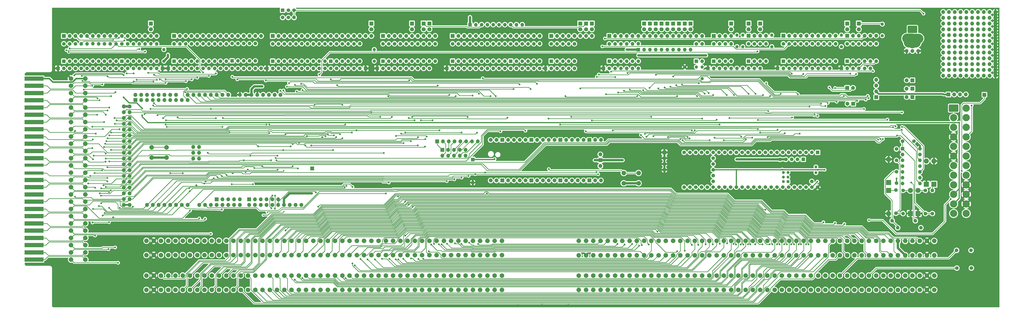
<source format=gbr>
G04 #@! TF.GenerationSoftware,KiCad,Pcbnew,7.0.9*
G04 #@! TF.CreationDate,2024-04-03T04:21:04-05:00*
G04 #@! TF.ProjectId,DG Nova CPU Tester,4447204e-6f76-4612-9043-505520546573,Rev 0*
G04 #@! TF.SameCoordinates,Original*
G04 #@! TF.FileFunction,Copper,L2,Bot*
G04 #@! TF.FilePolarity,Positive*
%FSLAX46Y46*%
G04 Gerber Fmt 4.6, Leading zero omitted, Abs format (unit mm)*
G04 Created by KiCad (PCBNEW 7.0.9) date 2024-04-03 04:21:04*
%MOMM*%
%LPD*%
G01*
G04 APERTURE LIST*
G04 Aperture macros list*
%AMRoundRect*
0 Rectangle with rounded corners*
0 $1 Rounding radius*
0 $2 $3 $4 $5 $6 $7 $8 $9 X,Y pos of 4 corners*
0 Add a 4 corners polygon primitive as box body*
4,1,4,$2,$3,$4,$5,$6,$7,$8,$9,$2,$3,0*
0 Add four circle primitives for the rounded corners*
1,1,$1+$1,$2,$3*
1,1,$1+$1,$4,$5*
1,1,$1+$1,$6,$7*
1,1,$1+$1,$8,$9*
0 Add four rect primitives between the rounded corners*
20,1,$1+$1,$2,$3,$4,$5,0*
20,1,$1+$1,$4,$5,$6,$7,0*
20,1,$1+$1,$6,$7,$8,$9,0*
20,1,$1+$1,$8,$9,$2,$3,0*%
G04 Aperture macros list end*
G04 #@! TA.AperFunction,ComponentPad*
%ADD10R,1.600000X1.600000*%
G04 #@! TD*
G04 #@! TA.AperFunction,ComponentPad*
%ADD11O,1.600000X1.600000*%
G04 #@! TD*
G04 #@! TA.AperFunction,ComponentPad*
%ADD12O,1.700000X1.700000*%
G04 #@! TD*
G04 #@! TA.AperFunction,ComponentPad*
%ADD13R,1.700000X1.700000*%
G04 #@! TD*
G04 #@! TA.AperFunction,ComponentPad*
%ADD14C,1.600000*%
G04 #@! TD*
G04 #@! TA.AperFunction,ComponentPad*
%ADD15C,1.400000*%
G04 #@! TD*
G04 #@! TA.AperFunction,ComponentPad*
%ADD16O,1.400000X1.400000*%
G04 #@! TD*
G04 #@! TA.AperFunction,ComponentPad*
%ADD17R,1.800000X1.800000*%
G04 #@! TD*
G04 #@! TA.AperFunction,ComponentPad*
%ADD18C,1.800000*%
G04 #@! TD*
G04 #@! TA.AperFunction,ComponentPad*
%ADD19RoundRect,0.250000X1.850000X-1.330000X1.850000X1.330000X-1.850000X1.330000X-1.850000X-1.330000X0*%
G04 #@! TD*
G04 #@! TA.AperFunction,ComponentPad*
%ADD20C,3.160000*%
G04 #@! TD*
G04 #@! TA.AperFunction,ComponentPad*
%ADD21R,2.200000X2.200000*%
G04 #@! TD*
G04 #@! TA.AperFunction,ComponentPad*
%ADD22O,2.200000X2.200000*%
G04 #@! TD*
G04 #@! TA.AperFunction,SMDPad,CuDef*
%ADD23R,8.300000X1.905000*%
G04 #@! TD*
G04 #@! TA.AperFunction,SMDPad,CuDef*
%ADD24R,8.300000X1.450000*%
G04 #@! TD*
G04 #@! TA.AperFunction,ComponentPad*
%ADD25C,2.000000*%
G04 #@! TD*
G04 #@! TA.AperFunction,ComponentPad*
%ADD26O,1.727200X1.727200*%
G04 #@! TD*
G04 #@! TA.AperFunction,ComponentPad*
%ADD27RoundRect,0.250000X-1.850000X1.330000X-1.850000X-1.330000X1.850000X-1.330000X1.850000X1.330000X0*%
G04 #@! TD*
G04 #@! TA.AperFunction,ComponentPad*
%ADD28R,1.300000X1.300000*%
G04 #@! TD*
G04 #@! TA.AperFunction,ComponentPad*
%ADD29C,1.300000*%
G04 #@! TD*
G04 #@! TA.AperFunction,ViaPad*
%ADD30C,0.800000*%
G04 #@! TD*
G04 #@! TA.AperFunction,ViaPad*
%ADD31C,0.600000*%
G04 #@! TD*
G04 #@! TA.AperFunction,Conductor*
%ADD32C,0.250000*%
G04 #@! TD*
G04 #@! TA.AperFunction,Conductor*
%ADD33C,1.000000*%
G04 #@! TD*
G04 #@! TA.AperFunction,Conductor*
%ADD34C,0.700000*%
G04 #@! TD*
G04 #@! TA.AperFunction,Conductor*
%ADD35C,0.500000*%
G04 #@! TD*
G04 #@! TA.AperFunction,Conductor*
%ADD36C,4.200000*%
G04 #@! TD*
G04 #@! TA.AperFunction,Conductor*
%ADD37C,0.200000*%
G04 #@! TD*
G04 #@! TA.AperFunction,Conductor*
%ADD38C,0.400000*%
G04 #@! TD*
G04 #@! TA.AperFunction,Conductor*
%ADD39C,0.300000*%
G04 #@! TD*
G04 #@! TA.AperFunction,Conductor*
%ADD40C,1.500000*%
G04 #@! TD*
G04 #@! TA.AperFunction,Conductor*
%ADD41C,0.750000*%
G04 #@! TD*
G04 APERTURE END LIST*
D10*
X30480000Y-46990000D03*
D11*
X33020000Y-46990000D03*
X35560000Y-46990000D03*
X38100000Y-46990000D03*
X40640000Y-46990000D03*
X43180000Y-46990000D03*
X45720000Y-46990000D03*
X48260000Y-46990000D03*
X50800000Y-46990000D03*
X53340000Y-46990000D03*
D12*
X425577000Y-27305000D03*
D13*
X404500000Y-59563000D03*
D12*
X401960000Y-59563000D03*
D13*
X375920000Y-55499000D03*
D12*
X378460000Y-55499000D03*
X423037000Y-34925000D03*
X435737000Y-32385000D03*
X425577000Y-22225000D03*
X433197000Y-32385000D03*
D13*
X99949000Y-104394000D03*
D12*
X102489000Y-104394000D03*
X105029000Y-104394000D03*
X107569000Y-104394000D03*
X110109000Y-104394000D03*
D14*
X400389000Y-100457000D03*
D11*
X400389000Y-110617000D03*
D12*
X420497000Y-24765000D03*
D10*
X170180000Y-46990000D03*
D11*
X172720000Y-46990000D03*
X175260000Y-46990000D03*
X177800000Y-46990000D03*
X180340000Y-46990000D03*
X182880000Y-46990000D03*
X185420000Y-46990000D03*
X187960000Y-46990000D03*
X190500000Y-46990000D03*
X193040000Y-46990000D03*
D12*
X438277000Y-34925000D03*
X428117000Y-37465000D03*
D10*
X200660000Y-46990000D03*
D11*
X203200000Y-46990000D03*
X205740000Y-46990000D03*
X208280000Y-46990000D03*
X210820000Y-46990000D03*
X213360000Y-46990000D03*
X215900000Y-46990000D03*
X218440000Y-46990000D03*
X220980000Y-46990000D03*
X223520000Y-46990000D03*
D12*
X438277000Y-22225000D03*
D15*
X391287000Y-32639000D03*
D16*
X391287000Y-27559000D03*
D14*
X400104500Y-78892500D03*
X405104500Y-78892500D03*
D13*
X114122200Y-104419400D03*
D12*
X116662200Y-104419400D03*
X119202200Y-104419400D03*
X121742200Y-104419400D03*
X124282200Y-104419400D03*
X126822200Y-104419400D03*
X433197000Y-27305000D03*
D14*
X408178000Y-116840000D03*
D11*
X398018000Y-116840000D03*
D12*
X417957000Y-37465000D03*
D13*
X378587000Y-62484000D03*
D12*
X376047000Y-62484000D03*
D17*
X185420000Y-27305000D03*
D18*
X185420000Y-29845000D03*
D12*
X420497000Y-22225000D03*
X401955000Y-39370000D03*
X404495000Y-39370000D03*
X407035000Y-39370000D03*
D19*
X404485000Y-29925000D03*
D20*
X404485000Y-33885000D03*
D17*
X302260000Y-27305000D03*
D18*
X302260000Y-29845000D03*
D10*
X81280000Y-43815000D03*
D11*
X83820000Y-43815000D03*
X86360000Y-43815000D03*
X88900000Y-43815000D03*
X91440000Y-43815000D03*
X93980000Y-43815000D03*
X96520000Y-43815000D03*
X99060000Y-43815000D03*
X101600000Y-43815000D03*
X104140000Y-43815000D03*
X104140000Y-36195000D03*
X101600000Y-36195000D03*
X99060000Y-36195000D03*
X96520000Y-36195000D03*
X93955248Y-36175328D03*
X91440000Y-36195000D03*
X88900000Y-36195000D03*
D14*
X86360000Y-36195000D03*
X83820000Y-36195000D03*
X81280000Y-36195000D03*
D12*
X433197000Y-24765000D03*
X430657000Y-47625000D03*
D13*
X295910000Y-83820000D03*
D12*
X295910000Y-86360000D03*
X295910000Y-88900000D03*
X295910000Y-91440000D03*
X440817000Y-29845000D03*
D17*
X325120000Y-27305000D03*
D18*
X325120000Y-29845000D03*
D12*
X435737000Y-37465000D03*
X423037000Y-27305000D03*
X428117000Y-47625000D03*
D17*
X294640000Y-27305000D03*
D18*
X294640000Y-29845000D03*
D12*
X425577000Y-40005000D03*
D17*
X332740000Y-27305000D03*
D18*
X332740000Y-29845000D03*
D15*
X327660000Y-37465000D03*
D16*
X327660000Y-32385000D03*
D13*
X347980000Y-32639000D03*
D12*
X350520000Y-32639000D03*
X353060000Y-32639000D03*
X355600000Y-32639000D03*
X358140000Y-32639000D03*
X360680000Y-32639000D03*
X363220000Y-32639000D03*
X365760000Y-32639000D03*
X368300000Y-32639000D03*
X370840000Y-32639000D03*
X420497000Y-27305000D03*
X420497000Y-29845000D03*
X425577000Y-24765000D03*
X417957000Y-42545000D03*
X430657000Y-40005000D03*
X435737000Y-40005000D03*
D17*
X287020000Y-27305000D03*
D18*
X287020000Y-29845000D03*
D21*
X394039000Y-100457000D03*
D22*
X394039000Y-110617000D03*
D10*
X317500000Y-43815000D03*
D11*
X320040000Y-43815000D03*
X322580000Y-43815000D03*
X325120000Y-43815000D03*
X325120000Y-36195000D03*
D14*
X322580000Y-36195000D03*
X320040000Y-36195000D03*
X317500000Y-36195000D03*
D12*
X417957000Y-34925000D03*
X433197000Y-50165000D03*
D10*
X76200000Y-46990000D03*
D11*
X73660000Y-46990000D03*
X71120000Y-46990000D03*
X68580000Y-46990000D03*
X66040000Y-46990000D03*
X63500000Y-46990000D03*
X60960000Y-46990000D03*
X58420000Y-46990000D03*
X55880000Y-46990000D03*
D12*
X428117000Y-29845000D03*
X420497000Y-42545000D03*
X430657000Y-22225000D03*
X423037000Y-42545000D03*
D10*
X309880000Y-43815000D03*
D11*
X312420000Y-43815000D03*
D14*
X312420000Y-36195000D03*
X309880000Y-36195000D03*
D12*
X425577000Y-47625000D03*
D10*
X78740000Y-46990000D03*
D11*
X81280000Y-46990000D03*
X83820000Y-46990000D03*
X86360000Y-46990000D03*
X88900000Y-46990000D03*
X91440000Y-46990000D03*
X93980000Y-46990000D03*
X96520000Y-46990000D03*
X99060000Y-46990000D03*
X101600000Y-46990000D03*
D14*
X397256000Y-110490000D03*
D11*
X397256000Y-100330000D03*
D10*
X314960000Y-46990000D03*
D11*
X317500000Y-46990000D03*
X320040000Y-46990000D03*
X322580000Y-46990000D03*
X325120000Y-46990000D03*
X327660000Y-46990000D03*
X330200000Y-46990000D03*
X332740000Y-46990000D03*
X335280000Y-46990000D03*
X337820000Y-46990000D03*
D10*
X373380000Y-46990000D03*
D11*
X375920000Y-46990000D03*
X378460000Y-46990000D03*
X381000000Y-46990000D03*
X383540000Y-46990000D03*
X386080000Y-46990000D03*
D13*
X33020000Y-32766000D03*
D12*
X35560000Y-32766000D03*
X38100000Y-32766000D03*
X40640000Y-32766000D03*
X43180000Y-32766000D03*
X45720000Y-32766000D03*
X48260000Y-32766000D03*
X50800000Y-32766000D03*
X53340000Y-32766000D03*
X55880000Y-32766000D03*
X58420000Y-32766000D03*
X60960000Y-32766000D03*
X63500000Y-32766000D03*
X66040000Y-32766000D03*
X68580000Y-32766000D03*
X71120000Y-32766000D03*
X73660000Y-32766000D03*
X219852000Y-96127000D03*
X222392000Y-96127000D03*
D13*
X224932000Y-96127000D03*
D12*
X227472000Y-96127000D03*
X230012000Y-96127000D03*
X232552000Y-96127000D03*
X235092000Y-96127000D03*
D13*
X237632000Y-96127000D03*
D12*
X240172000Y-96127000D03*
X242712000Y-96127000D03*
X245252000Y-96127000D03*
X247792000Y-96127000D03*
D13*
X250332000Y-96127000D03*
D12*
X252872000Y-96127000D03*
X255412000Y-96127000D03*
X257952000Y-96127000D03*
X260492000Y-96127000D03*
D13*
X263032000Y-96127000D03*
D12*
X265572000Y-96127000D03*
X268112000Y-96127000D03*
X268112000Y-78347000D03*
X265572000Y-78347000D03*
D13*
X263032000Y-78347000D03*
D12*
X260492000Y-78347000D03*
X257952000Y-78347000D03*
X255412000Y-78347000D03*
X252872000Y-78347000D03*
D13*
X250332000Y-78347000D03*
D12*
X247792000Y-78347000D03*
X245252000Y-78347000D03*
X242712000Y-78347000D03*
X240172000Y-78347000D03*
D13*
X237632000Y-78347000D03*
D12*
X235092000Y-78347000D03*
X232552000Y-78347000D03*
X230012000Y-78347000D03*
X227472000Y-78347000D03*
D13*
X224932000Y-78347000D03*
D12*
X222392000Y-78347000D03*
X219852000Y-78347000D03*
X267882000Y-89777000D03*
D13*
X267882000Y-87237000D03*
D12*
X267882000Y-84697000D03*
D13*
X198755000Y-82677000D03*
D12*
X198755000Y-85217000D03*
X201295000Y-82677000D03*
X201295000Y-85217000D03*
X203835000Y-82677000D03*
X203835000Y-85217000D03*
X206375000Y-82677000D03*
X206375000Y-85217000D03*
X208915000Y-82677000D03*
X208915000Y-85217000D03*
X438277000Y-47625000D03*
D10*
X124460000Y-43815000D03*
D11*
X127000000Y-43815000D03*
X129540000Y-43815000D03*
X132080000Y-43815000D03*
X134620000Y-43815000D03*
X137160000Y-43815000D03*
X139700000Y-43815000D03*
X142240000Y-43815000D03*
X144780000Y-43815000D03*
X147320000Y-43815000D03*
X147320000Y-36195000D03*
X144780000Y-36195000D03*
X142240000Y-36195000D03*
X139700000Y-36195000D03*
X137135248Y-36175328D03*
X134620000Y-36195000D03*
X132080000Y-36195000D03*
D14*
X129540000Y-36195000D03*
X127000000Y-36195000D03*
X124460000Y-36195000D03*
D10*
X332740000Y-43815000D03*
D11*
X335280000Y-43815000D03*
X337820000Y-43815000D03*
X340360000Y-43815000D03*
X340360000Y-36195000D03*
D14*
X337820000Y-36195000D03*
X335280000Y-36195000D03*
X332740000Y-36195000D03*
D12*
X423037000Y-32385000D03*
X435737000Y-22225000D03*
X428117000Y-22225000D03*
X433197000Y-29845000D03*
D17*
X299720000Y-27305000D03*
D18*
X299720000Y-29845000D03*
D10*
X121920000Y-46990000D03*
D11*
X124460000Y-46990000D03*
X127000000Y-46990000D03*
X129540000Y-46990000D03*
X132080000Y-46990000D03*
X134620000Y-46990000D03*
X137160000Y-46990000D03*
X139700000Y-46990000D03*
X142240000Y-46990000D03*
X144780000Y-46990000D03*
D17*
X261620000Y-27305000D03*
D18*
X261620000Y-29845000D03*
D14*
X410168000Y-100457000D03*
D11*
X410168000Y-110617000D03*
D12*
X425577000Y-45085000D03*
D23*
X19960000Y-51435000D03*
X19960000Y-54610000D03*
X19960000Y-57785000D03*
X19960000Y-60960000D03*
X19960000Y-64135000D03*
X19960000Y-67310000D03*
X19960000Y-70485000D03*
X19960000Y-73660000D03*
X19960000Y-76835000D03*
X19960000Y-80010000D03*
X19960000Y-83185000D03*
X19960000Y-86360000D03*
D24*
X19960000Y-89385000D03*
X19960000Y-92860000D03*
D23*
X19960000Y-95885000D03*
X19960000Y-99060000D03*
X19960000Y-102235000D03*
X19960000Y-105410000D03*
X19960000Y-108585000D03*
X19960000Y-111760000D03*
X19960000Y-114935000D03*
X19960000Y-118110000D03*
X19960000Y-121285000D03*
X19960000Y-124460000D03*
X19960000Y-127635000D03*
X19960000Y-130810000D03*
D21*
X403606000Y-110617000D03*
D22*
X403606000Y-100457000D03*
D12*
X430657000Y-27305000D03*
X438277000Y-45085000D03*
D25*
X69215000Y-122555000D03*
X69215000Y-128825000D03*
X72390000Y-122555000D03*
X72390000Y-128825000D03*
X75565000Y-122555000D03*
X75565000Y-128825000D03*
X78740000Y-122555000D03*
X78740000Y-128825000D03*
X81915000Y-122555000D03*
X81915000Y-128825000D03*
X85090000Y-122555000D03*
X85090000Y-128825000D03*
X88265000Y-122555000D03*
X88265000Y-128825000D03*
X91440000Y-122555000D03*
X91440000Y-128825000D03*
X94615000Y-122555000D03*
X94615000Y-128825000D03*
X97790000Y-122555000D03*
X97790000Y-128825000D03*
X100965000Y-122555000D03*
X100965000Y-128825000D03*
X104140000Y-122555000D03*
X104140000Y-128825000D03*
X107315000Y-122555000D03*
X107315000Y-128825000D03*
X110490000Y-122555000D03*
X110490000Y-128825000D03*
X113665000Y-122555000D03*
X113665000Y-128825000D03*
X116840000Y-122555000D03*
X116840000Y-128825000D03*
X120015000Y-122555000D03*
X120015000Y-128825000D03*
X123190000Y-122555000D03*
X123190000Y-128825000D03*
X126365000Y-122555000D03*
X126365000Y-128825000D03*
X129540000Y-122555000D03*
X129540000Y-128825000D03*
X132715000Y-122555000D03*
X132715000Y-128825000D03*
X135890000Y-122555000D03*
X135890000Y-128825000D03*
X139065000Y-122555000D03*
X139065000Y-128825000D03*
X142240000Y-122555000D03*
X142240000Y-128825000D03*
X145415000Y-122555000D03*
X145415000Y-128825000D03*
X148590000Y-122555000D03*
X148590000Y-128825000D03*
X151765000Y-122555000D03*
X151765000Y-128825000D03*
X154940000Y-122555000D03*
X154940000Y-128825000D03*
X158115000Y-122555000D03*
X158115000Y-128825000D03*
X161290000Y-122555000D03*
X161290000Y-128825000D03*
X164465000Y-122555000D03*
X164465000Y-128825000D03*
X167640000Y-122555000D03*
X167640000Y-128825000D03*
X170815000Y-122555000D03*
X170815000Y-128825000D03*
X173990000Y-122555000D03*
X173990000Y-128825000D03*
X177165000Y-122555000D03*
X177165000Y-128825000D03*
X180340000Y-122555000D03*
X180340000Y-128825000D03*
X183515000Y-122555000D03*
X183515000Y-128825000D03*
X186690000Y-122555000D03*
X186690000Y-128825000D03*
X189865000Y-122555000D03*
X189865000Y-128825000D03*
X193040000Y-122555000D03*
X193040000Y-128825000D03*
X196215000Y-122555000D03*
X196215000Y-128825000D03*
X199390000Y-122555000D03*
X199390000Y-128825000D03*
X202565000Y-122555000D03*
X202565000Y-128825000D03*
X205740000Y-122555000D03*
X205740000Y-128825000D03*
X208915000Y-122555000D03*
X208915000Y-128825000D03*
X212090000Y-122555000D03*
X212090000Y-128825000D03*
X215265000Y-122555000D03*
X215265000Y-128825000D03*
X218440000Y-122555000D03*
X218440000Y-128825000D03*
X221615000Y-122555000D03*
X221615000Y-128825000D03*
X224790000Y-122555000D03*
X224790000Y-128825000D03*
D12*
X430657000Y-29845000D03*
X428117000Y-50165000D03*
D14*
X430276000Y-134532000D03*
X423926000Y-134532000D03*
D13*
X435991000Y-58547000D03*
D10*
X58420000Y-43815000D03*
D11*
X60960000Y-43815000D03*
X63500000Y-43815000D03*
X66040000Y-43815000D03*
X68580000Y-43815000D03*
X71120000Y-43815000D03*
X73660000Y-43815000D03*
X73660000Y-36195000D03*
X71095248Y-36175328D03*
X68580000Y-36195000D03*
X66040000Y-36195000D03*
D14*
X63500000Y-36195000D03*
X60960000Y-36195000D03*
X58420000Y-36195000D03*
D12*
X425577000Y-50165000D03*
D13*
X404495000Y-52197000D03*
D12*
X401955000Y-52197000D03*
X440817000Y-32385000D03*
X430657000Y-45085000D03*
D21*
X406908000Y-110617000D03*
D22*
X406908000Y-100457000D03*
D12*
X423037000Y-45085000D03*
X428117000Y-40005000D03*
X440817000Y-47625000D03*
D17*
X264160000Y-27305000D03*
D18*
X264160000Y-29845000D03*
D12*
X417957000Y-29845000D03*
D26*
X127889000Y-58547000D03*
X120269000Y-58547000D03*
X117729000Y-58547000D03*
X89662000Y-86487000D03*
X61849000Y-106807000D03*
X59309000Y-106807000D03*
X105029000Y-58547000D03*
X102489000Y-58547000D03*
X99949000Y-58547000D03*
X97409000Y-58547000D03*
X94869000Y-58547000D03*
X92329000Y-58547000D03*
X89789000Y-58547000D03*
X87249000Y-58547000D03*
X82169000Y-58547000D03*
X79629000Y-58547000D03*
X77089000Y-58547000D03*
X74549000Y-58547000D03*
X72009000Y-58547000D03*
X69469000Y-58547000D03*
X66929000Y-58547000D03*
X64389000Y-58547000D03*
X131953000Y-106807000D03*
X92329000Y-106807000D03*
X94869000Y-106807000D03*
X97409000Y-106807000D03*
X99949000Y-106807000D03*
X102489000Y-106807000D03*
X105029000Y-106807000D03*
X107569000Y-106807000D03*
X110109000Y-106807000D03*
X114173000Y-106807000D03*
X116713000Y-106807000D03*
X119253000Y-106807000D03*
X121793000Y-106807000D03*
X124333000Y-106807000D03*
X126873000Y-106807000D03*
X87249000Y-106807000D03*
X84709000Y-106807000D03*
X82169000Y-106807000D03*
X79629000Y-106807000D03*
X77089000Y-106807000D03*
X74549000Y-106807000D03*
X72009000Y-106807000D03*
X69469000Y-106807000D03*
X61849000Y-104267000D03*
X59309000Y-104267000D03*
X61849000Y-101727000D03*
X59309000Y-101727000D03*
X61849000Y-99187000D03*
X59309000Y-99187000D03*
X61849000Y-96647000D03*
X59309000Y-96647000D03*
X61849000Y-94107000D03*
X59309000Y-94107000D03*
X61849000Y-91567000D03*
X59309000Y-91567000D03*
X61849000Y-89027000D03*
X59309000Y-89027000D03*
X61849000Y-86487000D03*
X59309000Y-86487000D03*
X61849000Y-83947000D03*
X59309000Y-83947000D03*
X61849000Y-81407000D03*
X59309000Y-81407000D03*
X61849000Y-78867000D03*
X59309000Y-78867000D03*
X61849000Y-76327000D03*
X59309000Y-76327000D03*
X61849000Y-73787000D03*
X59309000Y-73787000D03*
X61849000Y-71247000D03*
X59309000Y-71247000D03*
X61849000Y-68707000D03*
X59309000Y-68707000D03*
X61849000Y-66167000D03*
X59309000Y-66167000D03*
X129413000Y-106807000D03*
X115189000Y-58547000D03*
X112649000Y-58547000D03*
X89662000Y-81407000D03*
X61849000Y-63627000D03*
X59309000Y-63627000D03*
X125349000Y-58547000D03*
X92202000Y-86487000D03*
X89662000Y-83947000D03*
X122809000Y-58547000D03*
X92202000Y-81407000D03*
X92202000Y-83947000D03*
X137033000Y-106807000D03*
X134493000Y-106807000D03*
X110109000Y-58547000D03*
D12*
X438277000Y-24765000D03*
X433197000Y-45085000D03*
X438277000Y-29845000D03*
D17*
X307340000Y-27305000D03*
D18*
X307340000Y-29845000D03*
D10*
X165100000Y-46990000D03*
D11*
X162560000Y-46990000D03*
X160020000Y-46990000D03*
X157480000Y-46990000D03*
X154940000Y-46990000D03*
X152400000Y-46990000D03*
X149860000Y-46990000D03*
X147320000Y-46990000D03*
D12*
X420497000Y-37465000D03*
X420497000Y-34925000D03*
X420497000Y-45085000D03*
X435737000Y-50165000D03*
D13*
X172720000Y-32766000D03*
D12*
X175260000Y-32766000D03*
X177800000Y-32766000D03*
X180340000Y-32766000D03*
X182880000Y-32766000D03*
X185420000Y-32766000D03*
X187960000Y-32766000D03*
X190500000Y-32766000D03*
X193040000Y-32766000D03*
X195580000Y-32766000D03*
X438277000Y-50165000D03*
X420497000Y-47625000D03*
X425577000Y-29845000D03*
X433197000Y-40005000D03*
D17*
X167640000Y-27305000D03*
D18*
X167640000Y-29845000D03*
D12*
X440817000Y-27305000D03*
X440817000Y-37465000D03*
D13*
X420243000Y-58420000D03*
D12*
X422783000Y-58420000D03*
X425323000Y-58420000D03*
X427863000Y-58420000D03*
D17*
X190500000Y-27305000D03*
D18*
X190500000Y-29845000D03*
D10*
X269240000Y-46990000D03*
D11*
X271780000Y-46990000D03*
X274320000Y-46990000D03*
X276860000Y-46990000D03*
X279400000Y-46990000D03*
X281940000Y-46990000D03*
X284480000Y-46990000D03*
D27*
X422510000Y-64410000D03*
D20*
X422510000Y-68610000D03*
X422510000Y-72810000D03*
X422510000Y-77010000D03*
X422510000Y-81210000D03*
X422510000Y-85410000D03*
X422510000Y-89610000D03*
X422510000Y-93810000D03*
X422510000Y-98010000D03*
X422510000Y-102210000D03*
X422510000Y-106410000D03*
X422510000Y-110610000D03*
X428010000Y-64410000D03*
X428010000Y-68610000D03*
X428010000Y-72810000D03*
X428010000Y-77010000D03*
X428010000Y-81210000D03*
X428010000Y-85410000D03*
X428010000Y-89610000D03*
X428010000Y-93810000D03*
X428010000Y-98010000D03*
X428010000Y-102210000D03*
X428010000Y-106410000D03*
X428010000Y-110610000D03*
D12*
X425577000Y-37465000D03*
D10*
X246380000Y-43815000D03*
D11*
X248920000Y-43815000D03*
X251460000Y-43815000D03*
X254000000Y-43815000D03*
X256540000Y-43815000D03*
X256540000Y-36195000D03*
X254000000Y-36195000D03*
D14*
X251460000Y-36195000D03*
X248920000Y-36195000D03*
X246380000Y-36195000D03*
D17*
X337820000Y-27305000D03*
D18*
X337820000Y-29845000D03*
D14*
X430149000Y-126746000D03*
X423799000Y-126746000D03*
D21*
X394081000Y-97028000D03*
D22*
X394081000Y-86868000D03*
D12*
X435737000Y-34925000D03*
D13*
X81280000Y-32766000D03*
D12*
X83820000Y-32766000D03*
X86360000Y-32766000D03*
X88900000Y-32766000D03*
X91440000Y-32766000D03*
X93980000Y-32766000D03*
X96520000Y-32766000D03*
X99060000Y-32766000D03*
X101600000Y-32766000D03*
X104140000Y-32766000D03*
X106680000Y-32766000D03*
X109220000Y-32766000D03*
X111760000Y-32766000D03*
X114300000Y-32766000D03*
X116840000Y-32766000D03*
X119380000Y-32766000D03*
D25*
X414020000Y-137805000D03*
X414020000Y-144075000D03*
X410845000Y-137805000D03*
X410845000Y-144075000D03*
X407670000Y-137805000D03*
X407670000Y-144075000D03*
X404495000Y-137805000D03*
X404495000Y-144075000D03*
X401320000Y-137805000D03*
X401320000Y-144075000D03*
X398145000Y-137805000D03*
X398145000Y-144075000D03*
X394970000Y-137805000D03*
X394970000Y-144075000D03*
X391795000Y-137805000D03*
X391795000Y-144075000D03*
X388620000Y-137805000D03*
X388620000Y-144075000D03*
X385445000Y-137805000D03*
X385445000Y-144075000D03*
X382270000Y-137805000D03*
X382270000Y-144075000D03*
X379095000Y-137805000D03*
X379095000Y-144075000D03*
X375920000Y-137805000D03*
X375920000Y-144075000D03*
X372745000Y-137805000D03*
X372745000Y-144075000D03*
X369570000Y-137805000D03*
X369570000Y-144075000D03*
X366395000Y-137805000D03*
X366395000Y-144075000D03*
X363220000Y-137805000D03*
X363220000Y-144075000D03*
X360045000Y-137805000D03*
X360045000Y-144075000D03*
X356870000Y-137805000D03*
X356870000Y-144075000D03*
X353695000Y-137805000D03*
X353695000Y-144075000D03*
X350520000Y-137805000D03*
X350520000Y-144075000D03*
X347345000Y-137805000D03*
X347345000Y-144075000D03*
X344170000Y-137805000D03*
X344170000Y-144075000D03*
X340995000Y-137805000D03*
X340995000Y-144075000D03*
X337820000Y-137805000D03*
X337820000Y-144075000D03*
X334645000Y-137805000D03*
X334645000Y-144075000D03*
X331470000Y-137805000D03*
X331470000Y-144075000D03*
X328295000Y-137805000D03*
X328295000Y-144075000D03*
X325120000Y-137805000D03*
X325120000Y-144075000D03*
X321945000Y-137805000D03*
X321945000Y-144075000D03*
X318770000Y-137805000D03*
X318770000Y-144075000D03*
X315595000Y-137805000D03*
X315595000Y-144075000D03*
X312420000Y-137805000D03*
X312420000Y-144075000D03*
X309245000Y-137805000D03*
X309245000Y-144075000D03*
X306070000Y-137805000D03*
X306070000Y-144075000D03*
X302895000Y-137805000D03*
X302895000Y-144075000D03*
X299720000Y-137805000D03*
X299720000Y-144075000D03*
X296545000Y-137805000D03*
X296545000Y-144075000D03*
X293370000Y-137805000D03*
X293370000Y-144075000D03*
X290195000Y-137805000D03*
X290195000Y-144075000D03*
X287020000Y-137805000D03*
X287020000Y-144075000D03*
X283845000Y-137805000D03*
X283845000Y-144075000D03*
X280670000Y-137805000D03*
X280670000Y-144075000D03*
X277495000Y-137805000D03*
X277495000Y-144075000D03*
X274320000Y-137805000D03*
X274320000Y-144075000D03*
X271145000Y-137805000D03*
X271145000Y-144075000D03*
X267970000Y-137805000D03*
X267970000Y-144075000D03*
X264795000Y-137805000D03*
X264795000Y-144075000D03*
X261620000Y-137805000D03*
X261620000Y-144075000D03*
X258445000Y-137805000D03*
X258445000Y-144075000D03*
D12*
X428117000Y-24765000D03*
X417957000Y-47625000D03*
X420497000Y-50165000D03*
X433197000Y-42545000D03*
D10*
X149860000Y-43815000D03*
D11*
X152400000Y-43815000D03*
X154940000Y-43815000D03*
X157480000Y-43815000D03*
X160020000Y-43815000D03*
X162560000Y-43815000D03*
X162535248Y-36175328D03*
X160020000Y-36195000D03*
X157480000Y-36195000D03*
D14*
X154940000Y-36195000D03*
X152400000Y-36195000D03*
X149860000Y-36195000D03*
D15*
X342900000Y-37465000D03*
D16*
X342900000Y-32385000D03*
D10*
X243840000Y-46990000D03*
D11*
X241300000Y-46990000D03*
X238760000Y-46990000D03*
X236220000Y-46990000D03*
X233680000Y-46990000D03*
X231140000Y-46990000D03*
X228600000Y-46990000D03*
X226060000Y-46990000D03*
D12*
X417957000Y-40005000D03*
X430657000Y-42545000D03*
D13*
X124460000Y-32766000D03*
D12*
X127000000Y-32766000D03*
X129540000Y-32766000D03*
X132080000Y-32766000D03*
X134620000Y-32766000D03*
X137160000Y-32766000D03*
X139700000Y-32766000D03*
X142240000Y-32766000D03*
X144780000Y-32766000D03*
X147320000Y-32766000D03*
X149860000Y-32766000D03*
X152400000Y-32766000D03*
X154940000Y-32766000D03*
X157480000Y-32766000D03*
X160020000Y-32766000D03*
X162560000Y-32766000D03*
X165100000Y-32766000D03*
X167640000Y-32766000D03*
X440817000Y-40005000D03*
X428117000Y-42545000D03*
D10*
X228600000Y-43815000D03*
D11*
X231140000Y-43815000D03*
X233680000Y-43815000D03*
X236220000Y-43815000D03*
X238760000Y-43815000D03*
X241300000Y-43815000D03*
X241275248Y-36175328D03*
X238760000Y-36195000D03*
X236220000Y-36195000D03*
D14*
X233680000Y-36195000D03*
X231140000Y-36195000D03*
X228600000Y-36195000D03*
D17*
X292100000Y-27305000D03*
D18*
X292100000Y-29845000D03*
D10*
X271780000Y-43815000D03*
D11*
X274320000Y-43815000D03*
X276860000Y-43815000D03*
X279400000Y-43815000D03*
X281940000Y-43815000D03*
X284480000Y-43815000D03*
X284455248Y-36175328D03*
X281940000Y-36195000D03*
X279400000Y-36195000D03*
D14*
X276860000Y-36195000D03*
X274320000Y-36195000D03*
X271780000Y-36195000D03*
D25*
X42465000Y-51435000D03*
X42465000Y-54610000D03*
X42465000Y-57785000D03*
X42465000Y-60960000D03*
X42465000Y-64135000D03*
X42465000Y-67310000D03*
X42465000Y-70485000D03*
X42465000Y-73660000D03*
X42465000Y-76835000D03*
X42465000Y-80010000D03*
X42465000Y-83185000D03*
X42465000Y-86360000D03*
X42465000Y-89535000D03*
X42465000Y-92710000D03*
X42465000Y-95885000D03*
X42465000Y-99060000D03*
X42465000Y-102235000D03*
X42465000Y-105410000D03*
X42465000Y-108585000D03*
X42465000Y-111760000D03*
X42465000Y-114935000D03*
X42465000Y-118110000D03*
X42465000Y-121285000D03*
X42465000Y-124460000D03*
X42465000Y-127635000D03*
X42465000Y-130810000D03*
X36195000Y-51435000D03*
X36195000Y-54610000D03*
X36195000Y-57785000D03*
X36195000Y-60960000D03*
X36195000Y-64135000D03*
X36195000Y-67310000D03*
X36195000Y-70485000D03*
X36195000Y-73660000D03*
X36195000Y-76835000D03*
X36195000Y-80010000D03*
X36195000Y-83185000D03*
X36195000Y-86360000D03*
X36195000Y-89535000D03*
X36195000Y-92710000D03*
X36195000Y-95885000D03*
X36195000Y-99060000D03*
X36195000Y-102235000D03*
X36195000Y-105410000D03*
X36195000Y-108585000D03*
X36195000Y-111760000D03*
X36195000Y-114935000D03*
X36195000Y-118110000D03*
X36195000Y-121285000D03*
X36195000Y-124460000D03*
X36195000Y-127635000D03*
X36195000Y-130810000D03*
D12*
X440817000Y-24765000D03*
X440817000Y-34925000D03*
X425577000Y-42545000D03*
D15*
X168910000Y-43815000D03*
D16*
X168910000Y-38735000D03*
D17*
X304800000Y-27305000D03*
D18*
X304800000Y-29845000D03*
D12*
X417957000Y-50165000D03*
D14*
X395605000Y-113792000D03*
D11*
X405765000Y-113792000D03*
D12*
X440817000Y-50165000D03*
X423037000Y-40005000D03*
X433197000Y-34925000D03*
D17*
X259080000Y-27305000D03*
D18*
X259080000Y-29845000D03*
D12*
X430657000Y-32385000D03*
X438277000Y-42545000D03*
X428117000Y-34925000D03*
D15*
X373380000Y-37465000D03*
D16*
X373380000Y-32385000D03*
D12*
X417957000Y-45085000D03*
D10*
X345440000Y-46990000D03*
D11*
X347980000Y-46990000D03*
X350520000Y-46990000D03*
X353060000Y-46990000D03*
X355600000Y-46990000D03*
X358140000Y-46990000D03*
X360680000Y-46990000D03*
X363220000Y-46990000D03*
X365760000Y-46990000D03*
X368300000Y-46990000D03*
D12*
X440817000Y-42545000D03*
D10*
X362966000Y-83820000D03*
D14*
X360426000Y-83820000D03*
X357886000Y-83820000D03*
X355346000Y-83820000D03*
X352806000Y-83820000D03*
X350266000Y-83820000D03*
X347726000Y-83820000D03*
X345186000Y-83820000D03*
X342646000Y-83820000D03*
X340106000Y-83820000D03*
X337566000Y-83820000D03*
X335026000Y-83820000D03*
X332486000Y-83820000D03*
X329946000Y-83820000D03*
X327406000Y-83820000D03*
X324866000Y-83820000D03*
X322326000Y-83820000D03*
X319786000Y-83820000D03*
X317246000Y-83820000D03*
X314706000Y-83820000D03*
X312166000Y-83820000D03*
X309626000Y-83820000D03*
X307086000Y-83820000D03*
X304546000Y-83820000D03*
X304546000Y-99060000D03*
X307086000Y-99060000D03*
X309626000Y-99060000D03*
X312166000Y-99060000D03*
X314706000Y-99060000D03*
X317246000Y-99060000D03*
X319786000Y-99060000D03*
X322326000Y-99060000D03*
X324866000Y-99060000D03*
X327406000Y-99060000D03*
X329946000Y-99060000D03*
X332486000Y-99060000D03*
X335026000Y-99060000D03*
X337566000Y-99060000D03*
X340106000Y-99060000D03*
X342646000Y-99060000D03*
X345186000Y-99060000D03*
X347726000Y-99060000D03*
X350266000Y-99060000D03*
X352806000Y-99060000D03*
X355346000Y-99060000D03*
X357886000Y-99060000D03*
X360426000Y-99060000D03*
X362966000Y-99060000D03*
X360426000Y-96520000D03*
X317246000Y-86360000D03*
X317246000Y-88900000D03*
X317246000Y-91440000D03*
X317246000Y-93980000D03*
X317246000Y-96520000D03*
D10*
X356666800Y-86870800D03*
D14*
X354126800Y-86870800D03*
X351586800Y-86870800D03*
X349046800Y-86870800D03*
X346506800Y-86870800D03*
D28*
X349996000Y-96621600D03*
D29*
X349996000Y-94621600D03*
X349996000Y-92621600D03*
X347996000Y-92621600D03*
X347996000Y-94621600D03*
X347996000Y-96621600D03*
X362236000Y-92710000D03*
X362236000Y-90170000D03*
D17*
X381000000Y-27305000D03*
D18*
X381000000Y-29845000D03*
D10*
X121920000Y-46990000D03*
D11*
X119380000Y-46990000D03*
X116840000Y-46990000D03*
X114300000Y-46990000D03*
X111760000Y-46990000D03*
X109220000Y-46990000D03*
X106680000Y-46990000D03*
X104140000Y-46990000D03*
D12*
X430657000Y-34925000D03*
D13*
X203200000Y-32766000D03*
D12*
X205740000Y-32766000D03*
X208280000Y-32766000D03*
X210820000Y-32766000D03*
X213360000Y-32766000D03*
X215900000Y-32766000D03*
X218440000Y-32766000D03*
X220980000Y-32766000D03*
X223520000Y-32766000D03*
X226060000Y-32766000D03*
X228600000Y-32766000D03*
X231140000Y-32766000D03*
X233680000Y-32766000D03*
X236220000Y-32766000D03*
X238760000Y-32766000D03*
X241300000Y-32766000D03*
D13*
X271780000Y-32766000D03*
D12*
X274320000Y-32766000D03*
X276860000Y-32766000D03*
X279400000Y-32766000D03*
X281940000Y-32766000D03*
X284480000Y-32766000D03*
X287020000Y-32766000D03*
X289560000Y-32766000D03*
X292100000Y-32766000D03*
X294640000Y-32766000D03*
X297180000Y-32766000D03*
X299720000Y-32766000D03*
X302260000Y-32766000D03*
X304800000Y-32766000D03*
X307340000Y-32766000D03*
X309880000Y-32766000D03*
X312420000Y-32766000D03*
D25*
X78001000Y-86100000D03*
X71501000Y-86100000D03*
X78001000Y-81600000D03*
X71501000Y-81600000D03*
X258445000Y-122635000D03*
X258445000Y-128905000D03*
X261620000Y-122635000D03*
X261620000Y-128905000D03*
X264795000Y-122635000D03*
X264795000Y-128905000D03*
X267970000Y-122635000D03*
X267970000Y-128905000D03*
X271145000Y-122635000D03*
X271145000Y-128905000D03*
X274320000Y-122635000D03*
X274320000Y-128905000D03*
X277495000Y-122635000D03*
X277495000Y-128905000D03*
X280670000Y-122635000D03*
X280670000Y-128905000D03*
X283845000Y-122635000D03*
X283845000Y-128905000D03*
X287020000Y-122635000D03*
X287020000Y-128905000D03*
X290195000Y-122635000D03*
X290195000Y-128905000D03*
X293370000Y-122635000D03*
X293370000Y-128905000D03*
X296545000Y-122635000D03*
X296545000Y-128905000D03*
X299720000Y-122635000D03*
X299720000Y-128905000D03*
X302895000Y-122635000D03*
X302895000Y-128905000D03*
X306070000Y-122635000D03*
X306070000Y-128905000D03*
X309245000Y-122635000D03*
X309245000Y-128905000D03*
X312420000Y-122635000D03*
X312420000Y-128905000D03*
X315595000Y-122635000D03*
X315595000Y-128905000D03*
X318770000Y-122635000D03*
X318770000Y-128905000D03*
X321945000Y-122635000D03*
X321945000Y-128905000D03*
X325120000Y-122635000D03*
X325120000Y-128905000D03*
X328295000Y-122635000D03*
X328295000Y-128905000D03*
X331470000Y-122635000D03*
X331470000Y-128905000D03*
X334645000Y-122635000D03*
X334645000Y-128905000D03*
X337820000Y-122635000D03*
X337820000Y-128905000D03*
X340995000Y-122635000D03*
X340995000Y-128905000D03*
X344170000Y-122635000D03*
X344170000Y-128905000D03*
X347345000Y-122635000D03*
X347345000Y-128905000D03*
X350520000Y-122635000D03*
X350520000Y-128905000D03*
X353695000Y-122635000D03*
X353695000Y-128905000D03*
X356870000Y-122635000D03*
X356870000Y-128905000D03*
X360045000Y-122635000D03*
X360045000Y-128905000D03*
X363220000Y-122635000D03*
X363220000Y-128905000D03*
X366395000Y-122635000D03*
X366395000Y-128905000D03*
X369570000Y-122635000D03*
X369570000Y-128905000D03*
X372745000Y-122635000D03*
X372745000Y-128905000D03*
X375920000Y-122635000D03*
X375920000Y-128905000D03*
X379095000Y-122635000D03*
X379095000Y-128905000D03*
X382270000Y-122635000D03*
X382270000Y-128905000D03*
X385445000Y-122635000D03*
X385445000Y-128905000D03*
X388620000Y-122635000D03*
X388620000Y-128905000D03*
X391795000Y-122635000D03*
X391795000Y-128905000D03*
X394970000Y-122635000D03*
X394970000Y-128905000D03*
X398145000Y-122635000D03*
X398145000Y-128905000D03*
X401320000Y-122635000D03*
X401320000Y-128905000D03*
X404495000Y-122635000D03*
X404495000Y-128905000D03*
X407670000Y-122635000D03*
X407670000Y-128905000D03*
X410845000Y-122635000D03*
X410845000Y-128905000D03*
X414020000Y-122635000D03*
X414020000Y-128905000D03*
D13*
X246380000Y-32766000D03*
D12*
X248920000Y-32766000D03*
X251460000Y-32766000D03*
X254000000Y-32766000D03*
X256540000Y-32766000D03*
X259080000Y-32766000D03*
X261620000Y-32766000D03*
X264160000Y-32766000D03*
X423037000Y-22225000D03*
X423037000Y-37465000D03*
X438277000Y-40005000D03*
X438277000Y-27305000D03*
X430657000Y-24765000D03*
X440817000Y-22225000D03*
D15*
X76835000Y-43815000D03*
D16*
X76835000Y-38735000D03*
D10*
X375920000Y-43815000D03*
D11*
X378460000Y-43815000D03*
X381000000Y-43815000D03*
X383540000Y-43815000D03*
X386080000Y-43815000D03*
X388620000Y-43815000D03*
X388595248Y-36175328D03*
X386080000Y-36195000D03*
X383540000Y-36195000D03*
D14*
X381000000Y-36195000D03*
X378460000Y-36195000D03*
X375920000Y-36195000D03*
D17*
X289560000Y-27305000D03*
D18*
X289560000Y-29845000D03*
D12*
X423037000Y-50165000D03*
X417957000Y-24765000D03*
X425577000Y-34925000D03*
D10*
X347980000Y-43815000D03*
D11*
X350520000Y-43815000D03*
X353060000Y-43815000D03*
X355600000Y-43815000D03*
X358140000Y-43815000D03*
X360680000Y-43815000D03*
X363220000Y-43815000D03*
X365760000Y-43815000D03*
X368300000Y-43815000D03*
X370840000Y-43815000D03*
X370840000Y-36195000D03*
X368300000Y-36195000D03*
X365760000Y-36195000D03*
X363220000Y-36195000D03*
X360655248Y-36175328D03*
X358140000Y-36195000D03*
X355600000Y-36195000D03*
D14*
X353060000Y-36195000D03*
X350520000Y-36195000D03*
X347980000Y-36195000D03*
X413216000Y-110617000D03*
D11*
X413216000Y-100457000D03*
D10*
X212010000Y-86920000D03*
D11*
X212010000Y-97080000D03*
D25*
X224790000Y-137795000D03*
X224790000Y-144065000D03*
X221615000Y-137795000D03*
X221615000Y-144065000D03*
X218440000Y-137795000D03*
X218440000Y-144065000D03*
X215265000Y-137795000D03*
X215265000Y-144065000D03*
X212090000Y-137795000D03*
X212090000Y-144065000D03*
X208915000Y-137795000D03*
X208915000Y-144065000D03*
X205740000Y-137795000D03*
X205740000Y-144065000D03*
X202565000Y-137795000D03*
X202565000Y-144065000D03*
X199390000Y-137795000D03*
X199390000Y-144065000D03*
X196215000Y-137795000D03*
X196215000Y-144065000D03*
X193040000Y-137795000D03*
X193040000Y-144065000D03*
X189865000Y-137795000D03*
X189865000Y-144065000D03*
X186690000Y-137795000D03*
X186690000Y-144065000D03*
X183515000Y-137795000D03*
X183515000Y-144065000D03*
X180340000Y-137795000D03*
X180340000Y-144065000D03*
X177165000Y-137795000D03*
X177165000Y-144065000D03*
X173990000Y-137795000D03*
X173990000Y-144065000D03*
X170815000Y-137795000D03*
X170815000Y-144065000D03*
X167640000Y-137795000D03*
X167640000Y-144065000D03*
X164465000Y-137795000D03*
X164465000Y-144065000D03*
X161290000Y-137795000D03*
X161290000Y-144065000D03*
X158115000Y-137795000D03*
X158115000Y-144065000D03*
X154940000Y-137795000D03*
X154940000Y-144065000D03*
X151765000Y-137795000D03*
X151765000Y-144065000D03*
X148590000Y-137795000D03*
X148590000Y-144065000D03*
X145415000Y-137795000D03*
X145415000Y-144065000D03*
X142240000Y-137795000D03*
X142240000Y-144065000D03*
X139065000Y-137795000D03*
X139065000Y-144065000D03*
X135890000Y-137795000D03*
X135890000Y-144065000D03*
X132715000Y-137795000D03*
X132715000Y-144065000D03*
X129540000Y-137795000D03*
X129540000Y-144065000D03*
X126365000Y-137795000D03*
X126365000Y-144065000D03*
X123190000Y-137795000D03*
X123190000Y-144065000D03*
X120015000Y-137795000D03*
X120015000Y-144065000D03*
X116840000Y-137795000D03*
X116840000Y-144065000D03*
X113665000Y-137795000D03*
X113665000Y-144065000D03*
X110490000Y-137795000D03*
X110490000Y-144065000D03*
X107315000Y-137795000D03*
X107315000Y-144065000D03*
X104140000Y-137795000D03*
X104140000Y-144065000D03*
X100965000Y-137795000D03*
X100965000Y-144065000D03*
X97790000Y-137795000D03*
X97790000Y-144065000D03*
X94615000Y-137795000D03*
X94615000Y-144065000D03*
X91440000Y-137795000D03*
X91440000Y-144065000D03*
X88265000Y-137795000D03*
X88265000Y-144065000D03*
X85090000Y-137795000D03*
X85090000Y-144065000D03*
X81915000Y-137795000D03*
X81915000Y-144065000D03*
X78740000Y-137795000D03*
X78740000Y-144065000D03*
X75565000Y-137795000D03*
X75565000Y-144065000D03*
X72390000Y-137795000D03*
X72390000Y-144065000D03*
X69215000Y-137795000D03*
X69215000Y-144065000D03*
D10*
X128818000Y-21463000D03*
D14*
X131318000Y-21463000D03*
X133818000Y-21463000D03*
X128818000Y-24663000D03*
X131318000Y-24663000D03*
X133818000Y-24663000D03*
D15*
X312420000Y-51435000D03*
D16*
X312420000Y-46355000D03*
D12*
X428117000Y-45085000D03*
X435737000Y-24765000D03*
X433197000Y-47625000D03*
D13*
X64389000Y-60833000D03*
D12*
X66929000Y-60833000D03*
X69469000Y-60833000D03*
X72009000Y-60833000D03*
X74549000Y-60833000D03*
X77089000Y-60833000D03*
X79629000Y-60833000D03*
X82169000Y-60833000D03*
X84709000Y-60833000D03*
X87249000Y-60833000D03*
D13*
X378587000Y-62484000D03*
D12*
X376047000Y-62484000D03*
D13*
X375920000Y-32639000D03*
D12*
X378460000Y-32639000D03*
X381000000Y-32639000D03*
X383540000Y-32639000D03*
X386080000Y-32639000D03*
X388620000Y-32639000D03*
X425577000Y-32385000D03*
X430657000Y-50165000D03*
D15*
X304800000Y-46355000D03*
D16*
X309880000Y-46355000D03*
D13*
X375920000Y-55499000D03*
D12*
X378460000Y-55499000D03*
D10*
X243840000Y-46990000D03*
D11*
X246380000Y-46990000D03*
X248920000Y-46990000D03*
X251460000Y-46990000D03*
X254000000Y-46990000D03*
X256540000Y-46990000D03*
D12*
X438277000Y-32385000D03*
X435737000Y-42545000D03*
X428117000Y-32385000D03*
X417957000Y-27305000D03*
X435737000Y-47625000D03*
X423037000Y-47625000D03*
X428117000Y-27305000D03*
D10*
X203200000Y-43815000D03*
D11*
X205740000Y-43815000D03*
X208280000Y-43815000D03*
X210820000Y-43815000D03*
X213360000Y-43815000D03*
X215900000Y-43815000D03*
X218440000Y-43815000D03*
X220980000Y-43815000D03*
X223520000Y-43815000D03*
X226060000Y-43815000D03*
X226060000Y-36195000D03*
X223520000Y-36195000D03*
X220980000Y-36195000D03*
X218440000Y-36195000D03*
X215875248Y-36175328D03*
X213360000Y-36195000D03*
X210820000Y-36195000D03*
D14*
X208280000Y-36195000D03*
X205740000Y-36195000D03*
X203200000Y-36195000D03*
D17*
X375920000Y-27305000D03*
D18*
X375920000Y-29845000D03*
D17*
X193040000Y-27305000D03*
D18*
X193040000Y-29845000D03*
D17*
X71120000Y-27305000D03*
D18*
X71120000Y-29845000D03*
D12*
X423037000Y-24765000D03*
D13*
X196469000Y-78994000D03*
D12*
X199009000Y-78994000D03*
X201549000Y-78994000D03*
X204089000Y-78994000D03*
X206629000Y-78994000D03*
X209169000Y-78994000D03*
X211709000Y-78994000D03*
X214249000Y-78994000D03*
D13*
X141732000Y-90805000D03*
D10*
X33020000Y-43815000D03*
D11*
X35560000Y-43815000D03*
X38100000Y-43815000D03*
X40640000Y-43815000D03*
X43180000Y-43815000D03*
X45720000Y-43815000D03*
X48260000Y-43815000D03*
X50800000Y-43815000D03*
X53340000Y-43815000D03*
X55880000Y-43815000D03*
X55880000Y-36195000D03*
X53340000Y-36195000D03*
X50800000Y-36195000D03*
X48260000Y-36195000D03*
X45695248Y-36175328D03*
X43180000Y-36195000D03*
X40640000Y-36195000D03*
D14*
X38100000Y-36195000D03*
X35560000Y-36195000D03*
X33020000Y-36195000D03*
D13*
X317500000Y-32766000D03*
D12*
X320040000Y-32766000D03*
X322580000Y-32766000D03*
X325120000Y-32766000D03*
D13*
X388620000Y-59620000D03*
D12*
X388620000Y-57080000D03*
X388620000Y-54540000D03*
X388620000Y-52000000D03*
X430657000Y-37465000D03*
D15*
X330200000Y-37465000D03*
D16*
X330200000Y-32385000D03*
D12*
X435737000Y-27305000D03*
D25*
X284620000Y-97350000D03*
X278120000Y-97350000D03*
X284620000Y-92850000D03*
X278120000Y-92850000D03*
D12*
X433197000Y-37465000D03*
X417957000Y-32385000D03*
D10*
X106680000Y-43707500D03*
D11*
X109220000Y-43707500D03*
X111760000Y-43707500D03*
X114300000Y-43707500D03*
X116840000Y-43707500D03*
X116840000Y-36087500D03*
X114300000Y-36087500D03*
D14*
X111760000Y-36087500D03*
X109220000Y-36087500D03*
X106680000Y-36087500D03*
D10*
X400151500Y-82194500D03*
D11*
X400151500Y-84734500D03*
X400151500Y-87274500D03*
X400151500Y-89814500D03*
X400151500Y-92354500D03*
X400151500Y-94894500D03*
X400151500Y-97434500D03*
X407771500Y-97434500D03*
X407771500Y-94894500D03*
X407771500Y-92354500D03*
X407771500Y-89814500D03*
X407771500Y-87274500D03*
X407771500Y-84734500D03*
X407771500Y-82194500D03*
D12*
X420497000Y-40005000D03*
D21*
X410591000Y-97790000D03*
D22*
X410591000Y-87630000D03*
D12*
X423037000Y-29845000D03*
X420497000Y-32385000D03*
X438277000Y-37465000D03*
X417957000Y-22225000D03*
D13*
X332740000Y-32639000D03*
D12*
X335280000Y-32639000D03*
X337820000Y-32639000D03*
X340360000Y-32639000D03*
X440817000Y-45085000D03*
X433197000Y-22225000D03*
X435737000Y-45085000D03*
D14*
X397484500Y-92307500D03*
X397484500Y-97307500D03*
D12*
X435737000Y-29845000D03*
D17*
X297180000Y-27305000D03*
D18*
X297180000Y-29845000D03*
D21*
X413893000Y-97790000D03*
D22*
X413893000Y-87630000D03*
D14*
X397484500Y-87321500D03*
X397484500Y-82321500D03*
D10*
X172720000Y-43815000D03*
D11*
X175260000Y-43815000D03*
X177800000Y-43815000D03*
X180340000Y-43815000D03*
X182880000Y-43815000D03*
X185420000Y-43815000D03*
X187960000Y-43815000D03*
X190500000Y-43815000D03*
X193040000Y-43815000D03*
X195580000Y-43815000D03*
X195580000Y-36195000D03*
X193040000Y-36195000D03*
X190500000Y-36195000D03*
X187960000Y-36195000D03*
X185395248Y-36175328D03*
X182880000Y-36195000D03*
X180340000Y-36195000D03*
D14*
X177800000Y-36195000D03*
X175260000Y-36195000D03*
X172720000Y-36195000D03*
D13*
X404485000Y-55880000D03*
D12*
X401945000Y-55880000D03*
D10*
X210825000Y-27813000D03*
D11*
X213365000Y-27813000D03*
X215905000Y-27813000D03*
X218445000Y-27813000D03*
X220985000Y-27813000D03*
X223525000Y-27813000D03*
X226065000Y-27813000D03*
X228605000Y-27813000D03*
X231145000Y-27813000D03*
X233685000Y-27813000D03*
D10*
X284480000Y-38735000D03*
D11*
X287020000Y-38735000D03*
X289560000Y-38735000D03*
X292100000Y-38735000D03*
X294640000Y-38735000D03*
X297180000Y-38735000D03*
X299720000Y-38735000D03*
X302260000Y-38735000D03*
X304800000Y-38735000D03*
X307340000Y-38735000D03*
D30*
X363075000Y-91425000D03*
X402209000Y-34925000D03*
X406781000Y-34925000D03*
X30226000Y-52959000D03*
X141605000Y-101727000D03*
X78613000Y-41021000D03*
X210820000Y-24511000D03*
X277700000Y-87300000D03*
X406019000Y-35687000D03*
D31*
X120300000Y-111325000D03*
D30*
X282067000Y-38735000D03*
X284500000Y-41300000D03*
X366050000Y-91440000D03*
X362839000Y-96647000D03*
X402971000Y-35687000D03*
X265430000Y-87249000D03*
X31242000Y-52959000D03*
X327406000Y-91440000D03*
X401574000Y-33655000D03*
D31*
X129413000Y-109750000D03*
D30*
X347472000Y-91313000D03*
X279527000Y-38735000D03*
X314150000Y-41300000D03*
X327475000Y-86875000D03*
X33401000Y-52959000D03*
X407416000Y-33655000D03*
X119888000Y-54864000D03*
X32385000Y-52959000D03*
X405003000Y-36195000D03*
X313050000Y-41300000D03*
X397510000Y-95250000D03*
X34671000Y-52959000D03*
X29337000Y-52959000D03*
X403987000Y-36195000D03*
X35179000Y-39751000D03*
X384048000Y-60706000D03*
X72517000Y-49784000D03*
X96520000Y-50292000D03*
X68580000Y-39624000D03*
X40894000Y-50292000D03*
X91440000Y-51054000D03*
X52197000Y-50419000D03*
X371348000Y-61595000D03*
D31*
X231800000Y-150604000D03*
D30*
X281559000Y-76581000D03*
D31*
X253875000Y-150515450D03*
D30*
X61849000Y-115443000D03*
X281559000Y-80264000D03*
D31*
X242250000Y-150515477D03*
D30*
X403987000Y-97028000D03*
X197485000Y-74168000D03*
X161163000Y-74168000D03*
X197231000Y-124079000D03*
X284861000Y-124714000D03*
X45466000Y-54610000D03*
X45466000Y-72517000D03*
X159131000Y-75057000D03*
X55626000Y-57404000D03*
X105537000Y-74930000D03*
X49403000Y-99568000D03*
X48641000Y-60960000D03*
X126619000Y-91440000D03*
X355727000Y-124079000D03*
X113538000Y-91313000D03*
X52959000Y-64135000D03*
X357886000Y-124079000D03*
X52959000Y-76327000D03*
X130048000Y-75819000D03*
X153924000Y-75819000D03*
X130048000Y-117983000D03*
X266192000Y-92456000D03*
X47625000Y-67310000D03*
X49276000Y-102743000D03*
X106934000Y-92964000D03*
X217424000Y-92583000D03*
X51181000Y-80010000D03*
X146177000Y-77216000D03*
X50673000Y-70485000D03*
X330454000Y-124206000D03*
X152273000Y-77089000D03*
X210185000Y-94107000D03*
X102235000Y-94268000D03*
X37973000Y-103251000D03*
X210439000Y-123317000D03*
X37973000Y-74422000D03*
X57404000Y-73660000D03*
X204216000Y-123698000D03*
X278511000Y-124206000D03*
X98679000Y-95168000D03*
X57531000Y-108077000D03*
X203962000Y-95631000D03*
X190373000Y-130429000D03*
X138684000Y-80772000D03*
X191262000Y-77978000D03*
X191135000Y-81280000D03*
X45593000Y-114554000D03*
X45466000Y-81915000D03*
X52832000Y-114427000D03*
X175260000Y-97028000D03*
X94488000Y-97409000D03*
X175514000Y-130429000D03*
X52832000Y-108077000D03*
X116459000Y-90678000D03*
X135509000Y-90805000D03*
X346329000Y-124079000D03*
X51308000Y-87884000D03*
X51435000Y-98933000D03*
X150876000Y-82804000D03*
X129032000Y-82804000D03*
X49784000Y-91694000D03*
X102235000Y-108839000D03*
X79629000Y-92964000D03*
X85090000Y-92964000D03*
X50038000Y-111506000D03*
X155956000Y-99187000D03*
X88138000Y-100838000D03*
X52070000Y-96520000D03*
X50927000Y-110363000D03*
X156337000Y-138938000D03*
X91059000Y-98171000D03*
X159385000Y-98933000D03*
X46736000Y-99314000D03*
X48387000Y-107315000D03*
X159385000Y-132461000D03*
X207010000Y-123952000D03*
X100330000Y-94742000D03*
X275336000Y-123952000D03*
X207137000Y-94869000D03*
X41783000Y-56261000D03*
X86995000Y-56007000D03*
X86487000Y-52578000D03*
X75057000Y-51816000D03*
X364490000Y-62484000D03*
X77597000Y-51816000D03*
X77597000Y-53340000D03*
X89027000Y-51816000D03*
X367411000Y-62103000D03*
X41148000Y-52451000D03*
X35560000Y-38227000D03*
X380365000Y-61214000D03*
X93980000Y-48768000D03*
X66040000Y-38481000D03*
X99568000Y-49149000D03*
X34163000Y-38989000D03*
X385300000Y-60000000D03*
X69977000Y-48895000D03*
X44577000Y-94107000D03*
X389509000Y-78232000D03*
X391541000Y-77978000D03*
X43688000Y-97409000D03*
X49911000Y-53975000D03*
X133223000Y-89916000D03*
X50419000Y-98171000D03*
X119888000Y-89916000D03*
X349504000Y-124079000D03*
X122936000Y-71628000D03*
X122936000Y-75311000D03*
X53721000Y-75057000D03*
X156210000Y-71628000D03*
X53721000Y-59182000D03*
X359029000Y-124079000D03*
X47752000Y-60071000D03*
X48768000Y-101727000D03*
X112649000Y-92456000D03*
D31*
X129286000Y-91821000D03*
D30*
X352679000Y-124079000D03*
X151257000Y-76327000D03*
X333502000Y-124079000D03*
X52197000Y-65405000D03*
X148590000Y-75946000D03*
X52197000Y-77597000D03*
X51689000Y-78867000D03*
X343154000Y-124079000D03*
X51435000Y-67310000D03*
X139446000Y-76708000D03*
X147574000Y-76708000D03*
X67310000Y-67564000D03*
X37592000Y-50038000D03*
X59182000Y-49911000D03*
X67310000Y-64516000D03*
X59182000Y-59690000D03*
X424942000Y-70739000D03*
X154940000Y-62992000D03*
X50165000Y-73533000D03*
X154940000Y-77597000D03*
X327279000Y-124206000D03*
X50673000Y-81407000D03*
X142748000Y-62992000D03*
X46990000Y-75565000D03*
X200787000Y-123825000D03*
X200660000Y-96393000D03*
X49403000Y-106045000D03*
X95123000Y-96520000D03*
X281813000Y-123952000D03*
X185039000Y-130302000D03*
X45720000Y-78105000D03*
X184912000Y-78867000D03*
X46101000Y-85217000D03*
X136017000Y-79629000D03*
X181737000Y-79756000D03*
X51435000Y-86487000D03*
X181610000Y-130429000D03*
X133223000Y-80137000D03*
X51435000Y-84328000D03*
X87884000Y-99441000D03*
X45847000Y-86868000D03*
X45847000Y-108585000D03*
X156718000Y-98425000D03*
X111760000Y-87249000D03*
X123698000Y-87249000D03*
X126492000Y-85217000D03*
X114681000Y-85217000D03*
X52070000Y-94996000D03*
X52070000Y-90297000D03*
X187960000Y-80772000D03*
X53721000Y-82677000D03*
X188214000Y-130556000D03*
X141351000Y-80772000D03*
X188087000Y-77216000D03*
X53594000Y-100457000D03*
X52832000Y-101219000D03*
X132334000Y-81153000D03*
X118110000Y-81153000D03*
X52959000Y-87757000D03*
X63246000Y-107569000D03*
X266954000Y-93345000D03*
X104267000Y-93726000D03*
X213106000Y-93345000D03*
X54610000Y-112268000D03*
X365506000Y-114427000D03*
X88265000Y-109347000D03*
X72263000Y-52705000D03*
X370623000Y-55589000D03*
X60579000Y-49149000D03*
X370586000Y-114808000D03*
X92329000Y-112776000D03*
X63627000Y-49149000D03*
X63627000Y-52705000D03*
X64897000Y-51943000D03*
X374650000Y-115189000D03*
X94869000Y-112903000D03*
X73787000Y-51943000D03*
X97409000Y-119507000D03*
X70993000Y-64770000D03*
X97409000Y-64770000D03*
X383286000Y-64770000D03*
X46736000Y-120269000D03*
X390525000Y-77978000D03*
X46482000Y-92837000D03*
X55499000Y-125476000D03*
X336804000Y-73533000D03*
X55340819Y-71247000D03*
X54610000Y-34544000D03*
X336804000Y-69596000D03*
X393573000Y-69469000D03*
X55245000Y-68707000D03*
X397129000Y-72390000D03*
X52578000Y-126238000D03*
X57150000Y-33528000D03*
X59563000Y-34671000D03*
X395986000Y-72771000D03*
X56769000Y-132207000D03*
X56115819Y-69784835D03*
X341376000Y-65659000D03*
X397764000Y-76454000D03*
X341122000Y-77089000D03*
X337820000Y-75057000D03*
X144907000Y-49657000D03*
X143383000Y-101346000D03*
X336677000Y-39497000D03*
X399796000Y-73914000D03*
X399923000Y-66294000D03*
X399923000Y-72644000D03*
X167640000Y-66167000D03*
X368150000Y-55350000D03*
X354711000Y-124079000D03*
X355092000Y-75565000D03*
X317881000Y-77343000D03*
X324358000Y-68707000D03*
X351790000Y-68453000D03*
X351409000Y-124079000D03*
X348361000Y-124079000D03*
X288036000Y-76962000D03*
X348615000Y-75438000D03*
X345440000Y-73914000D03*
X345186000Y-124079000D03*
X287401000Y-75692000D03*
X278257000Y-56769000D03*
X342265000Y-59055000D03*
X342011000Y-124079000D03*
X354330000Y-58293000D03*
X144399000Y-107569000D03*
X340487000Y-53467000D03*
X340106000Y-108966000D03*
X338836000Y-124079000D03*
X298577000Y-54991000D03*
X339090000Y-58674000D03*
X335661000Y-124079000D03*
X335788000Y-58166000D03*
X303657000Y-54102000D03*
X332486000Y-124079000D03*
X332740000Y-58166000D03*
X301117000Y-54356000D03*
X291084000Y-76708000D03*
X329565000Y-76835000D03*
X329311000Y-124206000D03*
X326136000Y-123952000D03*
X296037000Y-55372000D03*
X326390000Y-58674000D03*
X323342000Y-123698000D03*
X293243000Y-55753000D03*
X323215000Y-58674000D03*
X320040000Y-71628000D03*
X320167000Y-123825000D03*
X250317000Y-71628000D03*
X317246000Y-58674000D03*
X317119000Y-124079000D03*
X280797000Y-56261000D03*
X286639000Y-56515000D03*
X313563000Y-58039000D03*
X313944000Y-124079000D03*
X310769000Y-124333000D03*
X310261000Y-59182000D03*
X275717000Y-57531000D03*
X307975000Y-74168000D03*
X273304000Y-74168000D03*
X307975000Y-124333000D03*
X303911000Y-78486000D03*
X304800000Y-126873000D03*
X331597000Y-78105000D03*
X301498000Y-59182000D03*
X301498000Y-127127000D03*
X270365000Y-58350000D03*
X379857000Y-49403000D03*
X299720000Y-50546000D03*
X182499000Y-120269000D03*
X306070000Y-77089000D03*
X292862000Y-118491000D03*
X297434000Y-77089000D03*
X292227000Y-49784000D03*
X377317000Y-49276000D03*
X311023000Y-53467000D03*
X289433000Y-55499000D03*
X289052000Y-124206000D03*
X306959000Y-77724000D03*
X286004000Y-124460000D03*
X195072000Y-123952000D03*
X285623000Y-76200000D03*
X279781000Y-49022000D03*
X351663000Y-49276000D03*
X266300000Y-50700000D03*
X269875000Y-33909000D03*
X274447000Y-50800000D03*
X387223000Y-48133000D03*
X272542000Y-48387000D03*
X268732000Y-37338000D03*
X267208000Y-49657000D03*
X356743000Y-49403000D03*
X216408000Y-51308000D03*
X346837000Y-58166000D03*
X180721000Y-75565000D03*
X213868000Y-75184000D03*
X214376000Y-123952000D03*
X252603000Y-59182000D03*
X284099000Y-59055000D03*
X198374000Y-124079000D03*
X193802000Y-124206000D03*
X189357000Y-69723000D03*
X194437000Y-69723000D03*
X255143000Y-68199000D03*
X192786000Y-127127000D03*
X290195000Y-68199000D03*
X179451000Y-130683000D03*
X315722000Y-78486000D03*
X302895000Y-77978000D03*
X178435000Y-76581000D03*
X178308000Y-130683000D03*
X191897000Y-76835000D03*
X172339000Y-130429000D03*
X261493000Y-74549000D03*
X309245000Y-74168000D03*
X245237000Y-68961000D03*
X169164000Y-130683000D03*
X312420000Y-68961000D03*
X259080000Y-55753000D03*
X165989000Y-130683000D03*
X315341000Y-57785000D03*
X162941000Y-130556000D03*
X264160000Y-69850000D03*
X318770000Y-69469000D03*
X160401000Y-133350000D03*
X334391000Y-77343000D03*
X321945000Y-78486000D03*
X152654000Y-54356000D03*
X196723000Y-54483000D03*
X149860000Y-51816000D03*
X374523000Y-59055000D03*
X219837000Y-59182000D03*
X137541000Y-56515000D03*
X137414000Y-138938000D03*
X136906000Y-53721000D03*
X237363000Y-56007000D03*
X135001000Y-57150000D03*
X214757000Y-58039000D03*
X134239000Y-54229000D03*
X229870000Y-56007000D03*
X134112000Y-139573000D03*
X131572000Y-53467000D03*
X232537000Y-53975000D03*
X130683000Y-54991000D03*
X222123000Y-59182000D03*
X211963000Y-58928000D03*
X129159000Y-56642000D03*
X127762000Y-56769000D03*
X201803000Y-58547000D03*
X125375000Y-108475000D03*
X224155000Y-74549000D03*
X126111000Y-87249000D03*
X125476000Y-102743000D03*
X123898000Y-108277000D03*
X125730000Y-86233000D03*
X235077000Y-74295000D03*
X124333000Y-102743000D03*
X173990000Y-101854000D03*
D31*
X122075000Y-110025000D03*
D30*
X204597000Y-59182000D03*
X175006000Y-59182000D03*
X240157000Y-53721000D03*
X121412000Y-52324000D03*
X115824000Y-97790000D03*
X384937000Y-59055000D03*
X106553000Y-97790000D03*
X106807000Y-50673000D03*
X185547000Y-68199000D03*
X185801000Y-107569000D03*
X209804000Y-68326000D03*
X108966000Y-51816000D03*
X184277000Y-52197000D03*
X184023000Y-106680000D03*
X184023000Y-68707000D03*
X227203000Y-68580000D03*
X99568000Y-68834000D03*
X82804000Y-68453000D03*
X182499000Y-75057000D03*
X182499000Y-105283000D03*
X207137000Y-75057000D03*
X173101000Y-84074000D03*
X96012000Y-83947000D03*
X77724000Y-69723000D03*
X186563000Y-69723000D03*
X102489000Y-72644000D03*
X78105000Y-72644000D03*
X102616000Y-68707000D03*
X176657000Y-68199000D03*
X76454000Y-68834000D03*
X171577000Y-68199000D03*
X179324000Y-103124000D03*
X72517000Y-62230000D03*
X366395000Y-63500000D03*
X74041000Y-67437000D03*
X362966000Y-67818000D03*
X72136000Y-63246000D03*
X359410000Y-63754000D03*
X218186000Y-101854000D03*
X361696000Y-67056000D03*
X68326000Y-66929000D03*
X426085000Y-91948000D03*
X430403000Y-63246000D03*
X409321000Y-22987000D03*
X421259000Y-104267000D03*
X385445000Y-113538000D03*
X121793000Y-71628000D03*
X77597000Y-71628000D03*
X86106000Y-57404000D03*
X221590000Y-86710000D03*
X245290000Y-91120000D03*
D32*
X265430000Y-87249000D02*
X265418000Y-87237000D01*
D33*
X131826000Y-101727000D02*
X141605000Y-101727000D01*
D34*
X29363000Y-52985000D02*
X29337000Y-52959000D01*
D33*
X276950000Y-87237000D02*
X277637000Y-87237000D01*
X73900000Y-86100000D02*
X78001000Y-86100000D01*
X76835000Y-43815000D02*
X78613000Y-42037000D01*
X115697000Y-55626000D02*
X116459000Y-54864000D01*
D35*
X344932000Y-91440000D02*
X327406000Y-91440000D01*
X397484500Y-97307500D02*
X397484500Y-95275500D01*
D32*
X128863000Y-110300000D02*
X123275000Y-110300000D01*
D33*
X346506800Y-86870800D02*
X327479200Y-86870800D01*
D32*
X210825000Y-24506000D02*
X210825000Y-24389000D01*
D34*
X33401000Y-52959000D02*
X33375000Y-52985000D01*
X34671000Y-52959000D02*
X34645000Y-52985000D01*
D35*
X327406000Y-91440000D02*
X327406000Y-99060000D01*
D33*
X267882000Y-87237000D02*
X265442000Y-87237000D01*
D32*
X129413000Y-109750000D02*
X128863000Y-110300000D01*
D33*
X129413000Y-104140000D02*
X130810000Y-102743000D01*
X284480000Y-38735000D02*
X282067000Y-38735000D01*
D36*
X404749000Y-33909000D02*
X407128000Y-33909000D01*
D34*
X38415406Y-51435000D02*
X36865406Y-52985000D01*
X29337000Y-52959000D02*
X29311000Y-52985000D01*
X36865406Y-52985000D02*
X34697000Y-52985000D01*
D35*
X327406000Y-91440000D02*
X317246000Y-91440000D01*
D32*
X210825000Y-24516000D02*
X210820000Y-24511000D01*
D34*
X30200000Y-52985000D02*
X29363000Y-52985000D01*
X32359000Y-52985000D02*
X31268000Y-52985000D01*
X34645000Y-52985000D02*
X33427000Y-52985000D01*
X28220000Y-52985000D02*
X26670000Y-51435000D01*
D36*
X402106000Y-33885000D02*
X404485000Y-33885000D01*
D34*
X26670000Y-51435000D02*
X26035000Y-51435000D01*
X30226000Y-52959000D02*
X30200000Y-52985000D01*
D33*
X210825000Y-27813000D02*
X210825000Y-24516000D01*
D37*
X327479200Y-86870800D02*
X327475000Y-86875000D01*
D33*
X129413000Y-106807000D02*
X129413000Y-104140000D01*
D35*
X347472000Y-91313000D02*
X347345000Y-91440000D01*
D36*
X404485000Y-34153000D02*
X406019000Y-35687000D01*
D34*
X33427000Y-52985000D02*
X33401000Y-52959000D01*
D33*
X115189000Y-58547000D02*
X115189000Y-56134000D01*
D35*
X397510000Y-95250000D02*
X397484500Y-95224500D01*
D36*
X402834000Y-35697000D02*
X404368000Y-34163000D01*
D35*
X366050000Y-91440000D02*
X347599000Y-91440000D01*
D33*
X73900000Y-86100000D02*
X71501000Y-86100000D01*
D32*
X265442000Y-87237000D02*
X265430000Y-87249000D01*
D34*
X34697000Y-52985000D02*
X34671000Y-52959000D01*
D33*
X313050000Y-41300000D02*
X314150000Y-41300000D01*
X398145000Y-122635000D02*
X398145000Y-125730000D01*
D38*
X360426000Y-99060000D02*
X362839000Y-96647000D01*
D35*
X347345000Y-91440000D02*
X344932000Y-91440000D01*
D34*
X32411000Y-52985000D02*
X32385000Y-52959000D01*
D33*
X115189000Y-56134000D02*
X115697000Y-55626000D01*
X398145000Y-125730000D02*
X401320000Y-128905000D01*
D35*
X397484500Y-95275500D02*
X397510000Y-95250000D01*
D33*
X112649000Y-58547000D02*
X115189000Y-58547000D01*
D34*
X31216000Y-52985000D02*
X30252000Y-52985000D01*
D33*
X278120000Y-97350000D02*
X284620000Y-97350000D01*
X116459000Y-54864000D02*
X119888000Y-54864000D01*
D34*
X30252000Y-52985000D02*
X30226000Y-52959000D01*
D33*
X78613000Y-42037000D02*
X78613000Y-41021000D01*
D39*
X120300000Y-111325000D02*
X122250000Y-111325000D01*
D32*
X265418000Y-87237000D02*
X265315000Y-87237000D01*
D34*
X26035000Y-51435000D02*
X19960000Y-51435000D01*
D33*
X279527000Y-38735000D02*
X279400000Y-38735000D01*
X349046800Y-86870800D02*
X346506800Y-86870800D01*
D34*
X31268000Y-52985000D02*
X31242000Y-52959000D01*
D36*
X404485000Y-33885000D02*
X404485000Y-36083000D01*
D32*
X265315000Y-87237000D02*
X265303000Y-87249000D01*
D36*
X404485000Y-33885000D02*
X404485000Y-34153000D01*
D33*
X130810000Y-102743000D02*
X131826000Y-101727000D01*
D32*
X210820000Y-24511000D02*
X210825000Y-24506000D01*
D33*
X267882000Y-87237000D02*
X276950000Y-87237000D01*
D32*
X141605000Y-101727000D02*
X141732000Y-101727000D01*
D34*
X33375000Y-52985000D02*
X32411000Y-52985000D01*
D33*
X59309000Y-63627000D02*
X61849000Y-63627000D01*
D35*
X347599000Y-91440000D02*
X347472000Y-91313000D01*
D34*
X31242000Y-52959000D02*
X31216000Y-52985000D01*
D32*
X123275000Y-110300000D02*
X122250000Y-111325000D01*
D34*
X42465000Y-51435000D02*
X38415406Y-51435000D01*
D33*
X282067000Y-38735000D02*
X279527000Y-38735000D01*
D34*
X29311000Y-52985000D02*
X28220000Y-52985000D01*
X32385000Y-52959000D02*
X32359000Y-52985000D01*
D35*
X397484500Y-95224500D02*
X397484500Y-95148500D01*
D33*
X284500000Y-41300000D02*
X313050000Y-41300000D01*
D32*
X68453000Y-39751000D02*
X68580000Y-39624000D01*
X35179000Y-39751000D02*
X68453000Y-39751000D01*
X385445000Y-137805000D02*
X388718000Y-134532000D01*
X97409000Y-58547000D02*
X99256000Y-60394000D01*
X73279000Y-50292000D02*
X72771000Y-49784000D01*
X388718000Y-134532000D02*
X423926000Y-134532000D01*
X99256000Y-60394000D02*
X383736000Y-60394000D01*
X41140000Y-122610000D02*
X42465000Y-121285000D01*
X26471000Y-122610000D02*
X41140000Y-122610000D01*
X26471000Y-122610000D02*
X25146000Y-121285000D01*
X383736000Y-60394000D02*
X384048000Y-60706000D01*
X96520000Y-50292000D02*
X73279000Y-50292000D01*
X72771000Y-49784000D02*
X72517000Y-49784000D01*
X25146000Y-121285000D02*
X19960000Y-121285000D01*
X420315000Y-130230000D02*
X423799000Y-126746000D01*
X95076000Y-61294000D02*
X371047000Y-61294000D01*
X41140000Y-116260000D02*
X42465000Y-114935000D01*
X41076000Y-50110000D02*
X51888000Y-50110000D01*
X380320000Y-130230000D02*
X420315000Y-130230000D01*
X25654000Y-114935000D02*
X26979000Y-116260000D01*
X40894000Y-50292000D02*
X41076000Y-50110000D01*
X92329000Y-58547000D02*
X95076000Y-61294000D01*
X26979000Y-116260000D02*
X41140000Y-116260000D01*
X372745000Y-137805000D02*
X380320000Y-130230000D01*
X91440000Y-51054000D02*
X52832000Y-51054000D01*
X371047000Y-61294000D02*
X371348000Y-61595000D01*
X51888000Y-50110000D02*
X52197000Y-50419000D01*
X19960000Y-114935000D02*
X25654000Y-114935000D01*
X52832000Y-51054000D02*
X52197000Y-50419000D01*
X398018000Y-116205000D02*
X398018000Y-116840000D01*
X392614000Y-101882000D02*
X392614000Y-95645000D01*
X395605000Y-113792000D02*
X398018000Y-116205000D01*
X395605000Y-104873000D02*
X392614000Y-101882000D01*
X392614000Y-95645000D02*
X395951500Y-92307500D01*
X395951500Y-92307500D02*
X397484500Y-92307500D01*
X395605000Y-113792000D02*
X395605000Y-104873000D01*
X400262000Y-110490000D02*
X400389000Y-110617000D01*
X397484500Y-87321500D02*
X399026500Y-88863500D01*
X397256000Y-110490000D02*
X400262000Y-110490000D01*
X399026500Y-108719500D02*
X397256000Y-110490000D01*
X399026500Y-88863500D02*
X399026500Y-108719500D01*
X410168000Y-110617000D02*
X413216000Y-110617000D01*
X400104500Y-82147500D02*
X400151500Y-82194500D01*
X400151500Y-82194500D02*
X405483000Y-87526000D01*
X405483000Y-87526000D02*
X405483000Y-105932000D01*
X400104500Y-78892500D02*
X400104500Y-82147500D01*
X405483000Y-105932000D02*
X410168000Y-110617000D01*
D40*
X440817000Y-47625000D02*
X440817000Y-45085000D01*
D32*
X421936000Y-84836000D02*
X422510000Y-85410000D01*
X117729000Y-58547000D02*
X117729000Y-56629000D01*
D40*
X440817000Y-42545000D02*
X440817000Y-22225000D01*
X440817000Y-45085000D02*
X440817000Y-42545000D01*
D32*
X117729000Y-56629000D02*
X117500000Y-56400000D01*
D40*
X440817000Y-50165000D02*
X440817000Y-47625000D01*
D32*
X405031000Y-113058000D02*
X405765000Y-113792000D01*
X403987000Y-97028000D02*
X405031000Y-98072000D01*
X405031000Y-98072000D02*
X405031000Y-113058000D01*
X400389000Y-100457000D02*
X403606000Y-100457000D01*
X397129000Y-100457000D02*
X397256000Y-100330000D01*
X394039000Y-100457000D02*
X397129000Y-100457000D01*
X406908000Y-100457000D02*
X410168000Y-100457000D01*
X413216000Y-100457000D02*
X413216000Y-98467000D01*
X413216000Y-98467000D02*
X413893000Y-97790000D01*
X282887000Y-126688000D02*
X284861000Y-124714000D01*
X197448000Y-74205000D02*
X197485000Y-74168000D01*
X122391000Y-74205000D02*
X122682000Y-73914000D01*
X61849000Y-71247000D02*
X60989935Y-71247000D01*
X19960000Y-54610000D02*
X25654000Y-54610000D01*
X211287396Y-126688000D02*
X211649396Y-127050000D01*
X59719935Y-72517000D02*
X45466000Y-72517000D01*
X60989935Y-71247000D02*
X59719935Y-72517000D01*
X42465000Y-54610000D02*
X45466000Y-54610000D01*
X161163000Y-74168000D02*
X161200000Y-74205000D01*
X221809604Y-126688000D02*
X222504000Y-126688000D01*
X36743833Y-55935000D02*
X38068834Y-54610000D01*
X38068834Y-54610000D02*
X42465000Y-54610000D01*
X104521000Y-74817000D02*
X105133000Y-74205000D01*
X161200000Y-74205000D02*
X195961000Y-74205000D01*
X161126000Y-74205000D02*
X161163000Y-74168000D01*
X65419000Y-74817000D02*
X104521000Y-74817000D01*
X222504000Y-126688000D02*
X282887000Y-126688000D01*
X197231000Y-124079000D02*
X199840000Y-126688000D01*
X105133000Y-74205000D02*
X122391000Y-74205000D01*
X199840000Y-126688000D02*
X211287396Y-126688000D01*
X124206000Y-74205000D02*
X161126000Y-74205000D01*
X123915000Y-73914000D02*
X124206000Y-74205000D01*
X25654000Y-54610000D02*
X26979000Y-55935000D01*
X211649396Y-127050000D02*
X217678000Y-127050000D01*
X122682000Y-73914000D02*
X123915000Y-73914000D01*
X26979000Y-55935000D02*
X36743833Y-55935000D01*
X195961000Y-74205000D02*
X197448000Y-74205000D01*
X218399604Y-127050000D02*
X217170000Y-127050000D01*
X61849000Y-71247000D02*
X65419000Y-74817000D01*
X221447604Y-127050000D02*
X221809604Y-126688000D01*
X218399604Y-127050000D02*
X221447604Y-127050000D01*
X338664961Y-115235188D02*
X334757063Y-111327290D01*
X355228022Y-117210000D02*
X347717792Y-117210000D01*
X123862000Y-74586000D02*
X122635695Y-74586000D01*
X323973232Y-111327290D02*
X321104591Y-108458650D01*
X65024000Y-75267000D02*
X105200000Y-75267000D01*
X122635695Y-74586000D02*
X122291695Y-74930000D01*
X121340000Y-121894771D02*
X121340000Y-130499604D01*
X144093812Y-115308000D02*
X127926771Y-115308000D01*
X321104591Y-108458650D02*
X298492062Y-108458650D01*
X184330695Y-108014000D02*
X184970847Y-107373847D01*
X122291695Y-74930000D02*
X105537000Y-74930000D01*
X124333000Y-75057000D02*
X123862000Y-74586000D01*
X372843833Y-120860000D02*
X358878022Y-120860000D01*
X55245000Y-57785000D02*
X42465000Y-57785000D01*
X42465000Y-57785000D02*
X38282000Y-57785000D01*
X347717792Y-117210000D02*
X345742980Y-115235188D01*
X296855063Y-106821650D02*
X191643000Y-106821650D01*
X175174040Y-111777000D02*
X147624812Y-111777000D01*
X109165000Y-142215000D02*
X107315000Y-144065000D01*
X60497600Y-72598400D02*
X62355400Y-72598400D01*
X358878022Y-120860000D02*
X355228022Y-117210000D01*
X105200000Y-75267000D02*
X105537000Y-74930000D01*
X334757063Y-111327290D02*
X323973232Y-111327290D01*
X185523044Y-106821650D02*
X184970847Y-107373847D01*
X159131000Y-75057000D02*
X150368000Y-75057000D01*
X178908520Y-108042520D02*
X178937040Y-108014000D01*
X55626000Y-57404000D02*
X55245000Y-57785000D01*
X184970847Y-107373847D02*
X185523045Y-106821650D01*
X147193000Y-75057000D02*
X124333000Y-75057000D01*
X109165000Y-137246167D02*
X109165000Y-142215000D01*
X374070000Y-127055000D02*
X374070000Y-122086167D01*
X375920000Y-128905000D02*
X374070000Y-127055000D01*
X178908520Y-108042520D02*
X175174040Y-111777000D01*
X127926771Y-115308000D02*
X121340000Y-121894771D01*
X62355400Y-72598400D02*
X65024000Y-75267000D01*
X374070000Y-122086167D02*
X372843833Y-120860000D01*
X121340000Y-130499604D02*
X115824000Y-136015604D01*
X191643000Y-106821650D02*
X185523044Y-106821650D01*
X178937040Y-108014000D02*
X184330695Y-108014000D01*
X38282000Y-57785000D02*
X36957000Y-56460000D01*
X298492062Y-108458650D02*
X296855063Y-106821650D01*
X115824000Y-136015604D02*
X110395563Y-136015604D01*
X147624812Y-111777000D02*
X144093812Y-115308000D01*
X150368000Y-75057000D02*
X149987000Y-74676000D01*
X26979000Y-56460000D02*
X36957000Y-56460000D01*
X149987000Y-74676000D02*
X147574000Y-74676000D01*
X147574000Y-74676000D02*
X147193000Y-75057000D01*
X25654000Y-57785000D02*
X19960000Y-57785000D01*
X345742980Y-115235188D02*
X338664961Y-115235188D01*
X110395563Y-136015604D02*
X109165000Y-137246167D01*
X26979000Y-56460000D02*
X25654000Y-57785000D01*
X59309000Y-73787000D02*
X60497600Y-72598400D01*
X59309000Y-99187000D02*
X60660400Y-97835600D01*
X25527000Y-60960000D02*
X19960000Y-60960000D01*
X337919377Y-117035188D02*
X344898793Y-117035188D01*
X320359007Y-110258650D02*
X323227648Y-113127290D01*
X323227648Y-113127290D02*
X334011479Y-113127290D01*
X296109479Y-108621650D02*
X297746478Y-110258650D01*
X175919624Y-113577000D02*
X179682624Y-109814000D01*
X62564004Y-97835600D02*
X68679604Y-91720000D01*
X60660400Y-97835600D02*
X62564004Y-97835600D01*
X49493000Y-99658000D02*
X49403000Y-99568000D01*
X132476771Y-117108000D02*
X144855812Y-117108000D01*
X126365000Y-122555000D02*
X127029771Y-122555000D01*
X148386812Y-113577000D02*
X175919624Y-113577000D01*
X59309000Y-99187000D02*
X58838000Y-99658000D01*
X355545000Y-123897000D02*
X355727000Y-124079000D01*
X127029771Y-122555000D02*
X132476771Y-117108000D01*
X346923605Y-119060000D02*
X352630229Y-119060000D01*
X144855812Y-117108000D02*
X148386812Y-113577000D01*
X126339000Y-91720000D02*
X126619000Y-91440000D01*
X113538000Y-91313000D02*
X113945000Y-91720000D01*
X68679604Y-91720000D02*
X113131000Y-91720000D01*
X352630229Y-119060000D02*
X355545000Y-121974771D01*
X26924000Y-62357000D02*
X25527000Y-60960000D01*
X113945000Y-91720000D02*
X126339000Y-91720000D01*
X297746478Y-110258650D02*
X320359007Y-110258650D01*
X344898793Y-117035188D02*
X346923605Y-119060000D01*
X58838000Y-99658000D02*
X49493000Y-99658000D01*
X186282436Y-109814000D02*
X187474786Y-108621650D01*
X355545000Y-121974771D02*
X355545000Y-123897000D01*
X179682624Y-109814000D02*
X186282436Y-109814000D01*
X334011479Y-113127290D02*
X337919377Y-117035188D01*
X26924000Y-62357000D02*
X41068000Y-62357000D01*
X41068000Y-62357000D02*
X42465000Y-60960000D01*
X48641000Y-60960000D02*
X42465000Y-60960000D01*
X113131000Y-91720000D02*
X113538000Y-91313000D01*
X187474786Y-108621650D02*
X296109479Y-108621650D01*
X148184000Y-113127000D02*
X175733228Y-113127000D01*
X123190000Y-128825000D02*
X124590000Y-127425000D01*
X124590000Y-121920000D02*
X129852000Y-116658000D01*
X148289695Y-75221000D02*
X149770000Y-75221000D01*
X59309000Y-76327000D02*
X60497600Y-75138400D01*
X347104501Y-118604500D02*
X354713334Y-118604500D01*
X187288390Y-108171650D02*
X296295875Y-108171650D01*
X46228000Y-64135000D02*
X52959000Y-64135000D01*
X131699000Y-116658000D02*
X144653000Y-116658000D01*
X179496228Y-109364000D02*
X186096040Y-109364000D01*
X124590000Y-127425000D02*
X124590000Y-121920000D01*
X153924000Y-75819000D02*
X153728000Y-75819000D01*
X297932874Y-109808650D02*
X320545403Y-109808650D01*
X296295875Y-108171650D02*
X297932874Y-109808650D01*
X130048000Y-117983000D02*
X130175000Y-117983000D01*
X358267000Y-122158167D02*
X358267000Y-123698000D01*
X323414044Y-112677290D02*
X334197875Y-112677290D01*
X129852000Y-116658000D02*
X131699000Y-116658000D01*
X358267000Y-123698000D02*
X357886000Y-124079000D01*
X131699000Y-116658000D02*
X131500000Y-116658000D01*
X60497600Y-75138400D02*
X63106400Y-75138400D01*
X26852000Y-62810000D02*
X41140000Y-62810000D01*
X59309000Y-76327000D02*
X52959000Y-76327000D01*
X129700000Y-76167000D02*
X130048000Y-75819000D01*
X63106400Y-75138400D02*
X64135000Y-76167000D01*
X130048000Y-75819000D02*
X130360000Y-75507000D01*
X130360000Y-75507000D02*
X148003695Y-75507000D01*
X338105773Y-116585188D02*
X345085189Y-116585188D01*
X46228000Y-64135000D02*
X42465000Y-64135000D01*
X175733228Y-113127000D02*
X179496228Y-109364000D01*
X131500000Y-116658000D02*
X130048000Y-117983000D01*
X26852000Y-62810000D02*
X25527000Y-64135000D01*
X153797000Y-75819000D02*
X153924000Y-75819000D01*
X345085189Y-116585188D02*
X347104501Y-118604500D01*
X150056000Y-75507000D02*
X153416000Y-75507000D01*
X149770000Y-75221000D02*
X150056000Y-75507000D01*
X41140000Y-62810000D02*
X42465000Y-64135000D01*
X320545403Y-109808650D02*
X323414044Y-112677290D01*
X64135000Y-76167000D02*
X129700000Y-76167000D01*
X144653000Y-116658000D02*
X148184000Y-113127000D01*
X25527000Y-64135000D02*
X19960000Y-64135000D01*
X334197875Y-112677290D02*
X338105773Y-116585188D01*
X148003695Y-75507000D02*
X148289695Y-75221000D01*
X153416000Y-75507000D02*
X153728000Y-75819000D01*
X354713334Y-118604500D02*
X358267000Y-122158167D01*
X186096040Y-109364000D02*
X187288390Y-108171650D01*
X107278000Y-92620000D02*
X110871000Y-92620000D01*
X69224604Y-93715000D02*
X62564004Y-100375600D01*
X42465000Y-67310000D02*
X47625000Y-67310000D01*
X96345000Y-92620000D02*
X95250000Y-93715000D01*
X217424000Y-92583000D02*
X264668000Y-92583000D01*
X59309000Y-101727000D02*
X58293000Y-102743000D01*
X26852000Y-68635000D02*
X41140000Y-68635000D01*
X26852000Y-68635000D02*
X25527000Y-67310000D01*
X264668000Y-92583000D02*
X266065000Y-92583000D01*
X106590000Y-92620000D02*
X96345000Y-92620000D01*
X111432000Y-93181000D02*
X114501000Y-93181000D01*
X114501000Y-93181000D02*
X115062000Y-92620000D01*
X25527000Y-67310000D02*
X19960000Y-67310000D01*
X217387000Y-92620000D02*
X217424000Y-92583000D01*
X41140000Y-68635000D02*
X42465000Y-67310000D01*
X115062000Y-92620000D02*
X215519000Y-92620000D01*
X58293000Y-102743000D02*
X49276000Y-102743000D01*
X215519000Y-92620000D02*
X217387000Y-92620000D01*
X106934000Y-92964000D02*
X107278000Y-92620000D01*
X60660400Y-100375600D02*
X59309000Y-101727000D01*
X266065000Y-92583000D02*
X266192000Y-92456000D01*
X110871000Y-92620000D02*
X111432000Y-93181000D01*
X106934000Y-92964000D02*
X106590000Y-92620000D01*
X47625000Y-67310000D02*
X47498000Y-67310000D01*
X95250000Y-93715000D02*
X69224604Y-93715000D01*
X62564004Y-100375600D02*
X60660400Y-100375600D01*
X154443000Y-119877000D02*
X178567416Y-119877000D01*
X146478000Y-77517000D02*
X151845000Y-77517000D01*
X327597519Y-119427290D02*
X330145000Y-121974771D01*
X63197600Y-77518400D02*
X137160000Y-77518400D01*
X295136934Y-116558650D02*
X317749463Y-116558650D01*
X59719935Y-80137000D02*
X51308000Y-80137000D01*
X61849000Y-78867000D02*
X63197600Y-77518400D01*
X61849000Y-78867000D02*
X60989935Y-78867000D01*
X26852000Y-69160000D02*
X41140000Y-69160000D01*
X137160000Y-77518400D02*
X137161400Y-77517000D01*
X330145000Y-123897000D02*
X330454000Y-124206000D01*
X182330416Y-116114000D02*
X188992416Y-116114000D01*
X146177000Y-77216000D02*
X146478000Y-77517000D01*
X330145000Y-121974771D02*
X330145000Y-123897000D01*
X293499935Y-114921650D02*
X295136934Y-116558650D01*
X50673000Y-70485000D02*
X42465000Y-70485000D01*
X60989935Y-78867000D02*
X59719935Y-80137000D01*
X137161400Y-77517000D02*
X145876000Y-77517000D01*
X145876000Y-77517000D02*
X146177000Y-77216000D01*
X51308000Y-80137000D02*
X51181000Y-80010000D01*
X26852000Y-69160000D02*
X25527000Y-70485000D01*
X188992416Y-116114000D02*
X190184766Y-114921650D01*
X151765000Y-122555000D02*
X154443000Y-119877000D01*
X151845000Y-77517000D02*
X152273000Y-77089000D01*
X41140000Y-69160000D02*
X42465000Y-70485000D01*
X178567416Y-119877000D02*
X182330416Y-116114000D01*
X190184766Y-114921650D02*
X293499935Y-114921650D01*
X25527000Y-70485000D02*
X19960000Y-70485000D01*
X317749463Y-116558650D02*
X320618104Y-119427290D01*
X320618104Y-119427290D02*
X327597519Y-119427290D01*
X208788000Y-94144000D02*
X210148000Y-94144000D01*
X45088000Y-103635000D02*
X38357000Y-103635000D01*
X71981604Y-94768000D02*
X95469792Y-94768000D01*
X38357000Y-103635000D02*
X37973000Y-103251000D01*
X37465000Y-74985000D02*
X41140000Y-74985000D01*
X271145000Y-122635000D02*
X269370000Y-124410000D01*
X26725000Y-74985000D02*
X37465000Y-74985000D01*
X211532000Y-124410000D02*
X210439000Y-123317000D01*
X211532000Y-124410000D02*
X212191376Y-124410000D01*
X96717792Y-93520000D02*
X101487000Y-93520000D01*
X269370000Y-124410000D02*
X261366000Y-124410000D01*
X45720000Y-104267000D02*
X45088000Y-103635000D01*
X172920584Y-94593000D02*
X102560000Y-94593000D01*
X60497600Y-103078400D02*
X63671204Y-103078400D01*
X203039604Y-94615000D02*
X172942584Y-94615000D01*
X172942584Y-94615000D02*
X172920584Y-94593000D01*
X59309000Y-104267000D02*
X45720000Y-104267000D01*
X102560000Y-94593000D02*
X102235000Y-94268000D01*
X212581376Y-124800000D02*
X220345000Y-124800000D01*
X210148000Y-94144000D02*
X210185000Y-94107000D01*
X261366000Y-124410000D02*
X226568000Y-124410000D01*
X25400000Y-73660000D02*
X19960000Y-73660000D01*
X203510604Y-94144000D02*
X203039604Y-94615000D01*
X101487000Y-93520000D02*
X102235000Y-94268000D01*
X26725000Y-74985000D02*
X25400000Y-73660000D01*
X63671204Y-103078400D02*
X71981604Y-94768000D01*
X37465000Y-74985000D02*
X37465000Y-74930000D01*
X221565000Y-124410000D02*
X221361000Y-124410000D01*
X212191376Y-124410000D02*
X212581376Y-124800000D01*
X226568000Y-124410000D02*
X221565000Y-124410000D01*
X59309000Y-104267000D02*
X60497600Y-103078400D01*
X208788000Y-94144000D02*
X203510604Y-94144000D01*
X220345000Y-124800000D02*
X220735000Y-124410000D01*
X95469792Y-94768000D02*
X96717792Y-93520000D01*
X41140000Y-74985000D02*
X42465000Y-73660000D01*
X220735000Y-124410000D02*
X223139000Y-124410000D01*
X37465000Y-74930000D02*
X37973000Y-74422000D01*
X24892000Y-76835000D02*
X26217000Y-78160000D01*
X80608000Y-95668000D02*
X97533208Y-95668000D01*
X69469000Y-106807000D02*
X67830400Y-108445600D01*
X172547792Y-95493000D02*
X99004000Y-95493000D01*
X202565000Y-95668000D02*
X203925000Y-95668000D01*
X207342695Y-125310000D02*
X205912695Y-123880000D01*
X98354000Y-95493000D02*
X98679000Y-95168000D01*
X202565000Y-95668000D02*
X172722792Y-95668000D01*
X205912695Y-123880000D02*
X204398000Y-123880000D01*
X211818584Y-125310000D02*
X211582000Y-125310000D01*
X19960000Y-76835000D02*
X24892000Y-76835000D01*
X204398000Y-123880000D02*
X204216000Y-123698000D01*
X57531000Y-108077000D02*
X57404000Y-107950000D01*
X50917695Y-76835000D02*
X54092695Y-73660000D01*
X97708208Y-95493000D02*
X98354000Y-95493000D01*
X97533208Y-95668000D02*
X97708208Y-95493000D01*
X26217000Y-78160000D02*
X41140000Y-78160000D01*
X224028000Y-125310000D02*
X221243000Y-125310000D01*
X42465000Y-76835000D02*
X50917695Y-76835000D01*
X57899600Y-108445600D02*
X57531000Y-108077000D01*
X99004000Y-95493000D02*
X98679000Y-95168000D01*
X172722792Y-95668000D02*
X172547792Y-95493000D01*
X277407000Y-125310000D02*
X224028000Y-125310000D01*
X67830400Y-108445600D02*
X58293000Y-108445600D01*
X211582000Y-125310000D02*
X207342695Y-125310000D01*
X221243000Y-125310000D02*
X220853000Y-125700000D01*
X41140000Y-78160000D02*
X42465000Y-76835000D01*
X58293000Y-108445600D02*
X57899600Y-108445600D01*
X203925000Y-95668000D02*
X203962000Y-95631000D01*
X54092695Y-73660000D02*
X57404000Y-73660000D01*
X69469000Y-106807000D02*
X80608000Y-95668000D01*
X278511000Y-124206000D02*
X277407000Y-125310000D01*
X220853000Y-125700000D02*
X212208584Y-125700000D01*
X57404000Y-73660000D02*
X57531000Y-73660000D01*
X212208584Y-125700000D02*
X211818584Y-125310000D01*
X188468000Y-78142000D02*
X191098000Y-78142000D01*
X25400000Y-80010000D02*
X19960000Y-80010000D01*
X62401204Y-82758400D02*
X66291204Y-78868400D01*
X26725000Y-81335000D02*
X41140000Y-81335000D01*
X190500000Y-130683000D02*
X190373000Y-130556000D01*
X176277400Y-78867000D02*
X180409004Y-78867000D01*
X191262000Y-130683000D02*
X190500000Y-130683000D01*
X190918000Y-81497000D02*
X139282000Y-81497000D01*
X190373000Y-130429000D02*
X190246000Y-130429000D01*
X190373000Y-130556000D02*
X190373000Y-130429000D01*
X191135000Y-81280000D02*
X190918000Y-81497000D01*
X288417000Y-130683000D02*
X191262000Y-130683000D01*
X26725000Y-81335000D02*
X25400000Y-80010000D01*
X60497600Y-82758400D02*
X62401204Y-82758400D01*
X181134004Y-78142000D02*
X188468000Y-78142000D01*
X138684000Y-80772000D02*
X138684000Y-80899000D01*
X52187695Y-83947000D02*
X48250696Y-80010000D01*
X41140000Y-81335000D02*
X42465000Y-80010000D01*
X290195000Y-128905000D02*
X288417000Y-130683000D01*
X59309000Y-83947000D02*
X60497600Y-82758400D01*
X180409004Y-78867000D02*
X181134004Y-78142000D01*
X191098000Y-78142000D02*
X191262000Y-77978000D01*
X59309000Y-83947000D02*
X52187695Y-83947000D01*
X176276000Y-78868400D02*
X176277400Y-78867000D01*
X190246000Y-130429000D02*
X190246000Y-130429000D01*
X139282000Y-81497000D02*
X138684000Y-80772000D01*
X66291204Y-78868400D02*
X176276000Y-78868400D01*
X48250696Y-80010000D02*
X42465000Y-80010000D01*
X172175000Y-96393000D02*
X172720000Y-96938000D01*
X97229000Y-97245000D02*
X98081000Y-96393000D01*
X172720000Y-96938000D02*
X175170000Y-96938000D01*
X175170000Y-96938000D02*
X175260000Y-97028000D01*
X306070000Y-128905000D02*
X301556000Y-133419000D01*
X95758000Y-97245000D02*
X97229000Y-97245000D01*
X93525000Y-97245000D02*
X93218000Y-96938000D01*
X94324000Y-97245000D02*
X93525000Y-97245000D01*
X41140000Y-81860000D02*
X42465000Y-83185000D01*
X95758000Y-97245000D02*
X93525000Y-97245000D01*
X72009000Y-109347000D02*
X74549000Y-106807000D01*
X54102000Y-109347000D02*
X72009000Y-109347000D01*
X301556000Y-133419000D02*
X178631000Y-133419000D01*
X25273000Y-83185000D02*
X19960000Y-83185000D01*
X26598000Y-81860000D02*
X25273000Y-83185000D01*
X175641000Y-130429000D02*
X175514000Y-130429000D01*
X95758000Y-97245000D02*
X94652000Y-97245000D01*
X26598000Y-81860000D02*
X41140000Y-81860000D01*
X42465000Y-83185000D02*
X43735000Y-81915000D01*
X45593000Y-114554000D02*
X45720000Y-114427000D01*
X45720000Y-114427000D02*
X52832000Y-114427000D01*
X94652000Y-97245000D02*
X94488000Y-97409000D01*
X178631000Y-133419000D02*
X175641000Y-130429000D01*
X43735000Y-81915000D02*
X45466000Y-81915000D01*
X98081000Y-96393000D02*
X172175000Y-96393000D01*
X52832000Y-108077000D02*
X54102000Y-109347000D01*
X74549000Y-106807000D02*
X84418000Y-96938000D01*
X84418000Y-96938000D02*
X93218000Y-96938000D01*
X94488000Y-97409000D02*
X94324000Y-97245000D01*
X112236000Y-90112000D02*
X111633000Y-90715000D01*
X296628102Y-112958650D02*
X319240631Y-112958650D01*
X346020000Y-123770000D02*
X346329000Y-124079000D01*
X294991103Y-111321650D02*
X296628102Y-112958650D01*
X188593162Y-111321650D02*
X294991103Y-111321650D01*
X50546000Y-88011000D02*
X50673000Y-87884000D01*
X116459000Y-90678000D02*
X115893000Y-90112000D01*
X25273000Y-86360000D02*
X19960000Y-86360000D01*
X61849000Y-96647000D02*
X61152735Y-96647000D01*
X57659396Y-98933000D02*
X51435000Y-98933000D01*
X50673000Y-87884000D02*
X51308000Y-87884000D01*
X44116000Y-88011000D02*
X50546000Y-88011000D01*
X177038000Y-116277000D02*
X180801000Y-112514000D01*
X135890000Y-122555000D02*
X138637000Y-119808000D01*
X42465000Y-86360000D02*
X44116000Y-88011000D01*
X343780418Y-119735188D02*
X346020000Y-121974771D01*
X135419000Y-90715000D02*
X135509000Y-90805000D01*
X319240631Y-112958650D02*
X322109272Y-115827290D01*
X346020000Y-121974771D02*
X346020000Y-123770000D01*
X115893000Y-90112000D02*
X112236000Y-90112000D01*
X116496000Y-90715000D02*
X132969000Y-90715000D01*
X180801000Y-112514000D02*
X187400812Y-112514000D01*
X26598000Y-87685000D02*
X25273000Y-86360000D01*
X187400812Y-112514000D02*
X188593162Y-111321650D01*
X26598000Y-87685000D02*
X41140000Y-87685000D01*
X138637000Y-119808000D02*
X145989208Y-119808000D01*
X322109272Y-115827290D02*
X332893102Y-115827290D01*
X145989208Y-119808000D02*
X149520208Y-116277000D01*
X58593996Y-97998400D02*
X57659396Y-98933000D01*
X149520208Y-116277000D02*
X177038000Y-116277000D01*
X111633000Y-90715000D02*
X67781000Y-90715000D01*
X332893102Y-115827290D02*
X336801001Y-119735188D01*
X67781000Y-90715000D02*
X61849000Y-96647000D01*
X132969000Y-90715000D02*
X135419000Y-90715000D01*
X336801001Y-119735188D02*
X343780418Y-119735188D01*
X41140000Y-87685000D02*
X42465000Y-86360000D01*
X116459000Y-90678000D02*
X116496000Y-90715000D01*
X59801335Y-97998400D02*
X58593996Y-97998400D01*
X61152735Y-96647000D02*
X59801335Y-97998400D01*
X82500000Y-82758400D02*
X82399400Y-82859000D01*
X326895000Y-129640229D02*
X320545000Y-135990229D01*
X327658500Y-126998500D02*
X326895000Y-127762000D01*
X326895000Y-127762000D02*
X326895000Y-129640229D01*
X129032000Y-82804000D02*
X128986400Y-82758400D01*
X26598000Y-88210000D02*
X41140000Y-88210000D01*
X150830400Y-82758400D02*
X150876000Y-82804000D01*
X331470000Y-122635000D02*
X331470000Y-124966604D01*
X318605229Y-140480000D02*
X154450000Y-140480000D01*
X67314604Y-82925000D02*
X62564004Y-87675600D01*
X329436500Y-126998500D02*
X327658500Y-126998500D01*
X41140000Y-88210000D02*
X42465000Y-89535000D01*
X26598000Y-88210000D02*
X25377000Y-89385000D01*
X82399400Y-82859000D02*
X81700000Y-82859000D01*
X128986400Y-82758400D02*
X82500000Y-82758400D01*
X62564004Y-87675600D02*
X60660400Y-87675600D01*
X58801000Y-89535000D02*
X59309000Y-89027000D01*
X129032000Y-82804000D02*
X129077600Y-82758400D01*
X154450000Y-140480000D02*
X151765000Y-137795000D01*
X320545000Y-135990229D02*
X320545000Y-138540229D01*
X60660400Y-87675600D02*
X59309000Y-89027000D01*
X331470000Y-124966604D02*
X329437302Y-126999302D01*
X42465000Y-89535000D02*
X58801000Y-89535000D01*
X129077600Y-82758400D02*
X150830400Y-82758400D01*
X25377000Y-89385000D02*
X19960000Y-89385000D01*
X81634000Y-82925000D02*
X67314604Y-82925000D01*
X329437302Y-126999302D02*
X329436500Y-126998500D01*
X81700000Y-82859000D02*
X81634000Y-82925000D01*
X320545000Y-138540229D02*
X318605229Y-140480000D01*
X19960000Y-92860000D02*
X25504000Y-92860000D01*
X80369000Y-111147000D02*
X54356000Y-111147000D01*
X178507604Y-107114000D02*
X174744604Y-110877000D01*
X41140000Y-94035000D02*
X42465000Y-92710000D01*
X42465000Y-92710000D02*
X43481000Y-91694000D01*
X26725000Y-94035000D02*
X41140000Y-94035000D01*
X182563695Y-107114000D02*
X178507604Y-107114000D01*
X298864854Y-107558650D02*
X297227855Y-105921650D01*
X107004396Y-134930604D02*
X104140000Y-137795000D01*
X25504000Y-92860000D02*
X26725000Y-94035000D01*
X321477383Y-107558650D02*
X298864854Y-107558650D01*
X355633000Y-116310000D02*
X348090584Y-116310000D01*
X84709000Y-106807000D02*
X86360000Y-108458000D01*
X346115772Y-114335188D02*
X339037753Y-114335188D01*
X174744604Y-110877000D02*
X147252020Y-110877000D01*
X324346024Y-110427290D02*
X321477383Y-107558650D01*
X147252020Y-110877000D02*
X143721020Y-114408000D01*
X335129855Y-110427290D02*
X324346024Y-110427290D01*
X125651771Y-114408000D02*
X118240000Y-121819771D01*
X54356000Y-111147000D02*
X50397000Y-111147000D01*
X359283000Y-119960000D02*
X355633000Y-116310000D01*
X43481000Y-91694000D02*
X49784000Y-91694000D01*
X50397000Y-111147000D02*
X50038000Y-111506000D01*
X376406000Y-119946000D02*
X359297000Y-119946000D01*
X379095000Y-122635000D02*
X376406000Y-119946000D01*
X183756045Y-105921650D02*
X182563695Y-107114000D01*
X85090000Y-92964000D02*
X79629000Y-92964000D01*
X297227855Y-105921650D02*
X183756045Y-105921650D01*
X339037753Y-114335188D02*
X335129855Y-110427290D01*
X49784000Y-91694000D02*
X49530000Y-91694000D01*
X86360000Y-108458000D02*
X102235000Y-108839000D01*
X115636208Y-134930604D02*
X107004396Y-134930604D01*
X359297000Y-119946000D02*
X359283000Y-119960000D01*
X143721020Y-114408000D02*
X125651771Y-114408000D01*
X84709000Y-106807000D02*
X80369000Y-111147000D01*
X348090584Y-116310000D02*
X346115772Y-114335188D01*
X118240000Y-132326812D02*
X115636208Y-134930604D01*
X118240000Y-121819771D02*
X118240000Y-132326812D01*
X88138000Y-100838000D02*
X88138000Y-100838000D01*
X26598000Y-97210000D02*
X41140000Y-97210000D01*
X316330229Y-139580000D02*
X156979000Y-139580000D01*
X317370000Y-136655000D02*
X317370000Y-138540229D01*
X50800000Y-95885000D02*
X51435000Y-95885000D01*
X82169000Y-106807000D02*
X88138000Y-100838000D01*
X41140000Y-97210000D02*
X42465000Y-95885000D01*
X325120000Y-128905000D02*
X317370000Y-136655000D01*
X89440000Y-99536000D02*
X155607000Y-99536000D01*
X51562000Y-110697000D02*
X51388000Y-110697000D01*
X25273000Y-95885000D02*
X19960000Y-95885000D01*
X78279000Y-110697000D02*
X51562000Y-110697000D01*
X51054000Y-110363000D02*
X50927000Y-110363000D01*
X26598000Y-97210000D02*
X25273000Y-95885000D01*
X50927000Y-110236000D02*
X50927000Y-110236000D01*
X82169000Y-106807000D02*
X78279000Y-110697000D01*
X317370000Y-138540229D02*
X316330229Y-139580000D01*
X155607000Y-99536000D02*
X155956000Y-99187000D01*
X51435000Y-95885000D02*
X52070000Y-96520000D01*
X88138000Y-100838000D02*
X89440000Y-99536000D01*
X88138000Y-100838000D02*
X88138000Y-100838000D01*
X51388000Y-110697000D02*
X51054000Y-110363000D01*
X156979000Y-139580000D02*
X156337000Y-138938000D01*
X50927000Y-110363000D02*
X50927000Y-110236000D01*
X42465000Y-95885000D02*
X50800000Y-95885000D01*
X160528000Y-134493000D02*
X160518695Y-134493000D01*
X90594000Y-98636000D02*
X91948000Y-98636000D01*
X26598000Y-97735000D02*
X25273000Y-99060000D01*
X160518695Y-134493000D02*
X159385000Y-133359305D01*
X48387000Y-107315000D02*
X49540701Y-107315000D01*
X46482000Y-99060000D02*
X46736000Y-99314000D01*
X321945000Y-128905000D02*
X314731000Y-136119000D01*
X26598000Y-97735000D02*
X41140000Y-97735000D01*
X162154000Y-136119000D02*
X160528000Y-134493000D01*
X154813000Y-98636000D02*
X155749000Y-97700000D01*
X91059000Y-98171000D02*
X91524000Y-98636000D01*
X74099000Y-109797000D02*
X77089000Y-106807000D01*
X91524000Y-98636000D02*
X91948000Y-98636000D01*
X41140000Y-97735000D02*
X42465000Y-99060000D01*
X90594000Y-98636000D02*
X91059000Y-98171000D01*
X91948000Y-98636000D02*
X154813000Y-98636000D01*
X157480000Y-97700000D02*
X158152000Y-97700000D01*
X159385000Y-133359305D02*
X159385000Y-132461000D01*
X77089000Y-106807000D02*
X85260000Y-98636000D01*
X52022701Y-109797000D02*
X74099000Y-109797000D01*
X49540701Y-107315000D02*
X52022701Y-109797000D01*
X85260000Y-98636000D02*
X90594000Y-98636000D01*
X46736000Y-99314000D02*
X46609000Y-99187000D01*
X157226000Y-97700000D02*
X157480000Y-97700000D01*
X314731000Y-136119000D02*
X162154000Y-136119000D01*
X157226000Y-97700000D02*
X158152000Y-97700000D01*
X25273000Y-99060000D02*
X19960000Y-99060000D01*
X155749000Y-97700000D02*
X157226000Y-97700000D01*
X42465000Y-99060000D02*
X46482000Y-99060000D01*
X158152000Y-97700000D02*
X159385000Y-98933000D01*
X95790000Y-95218000D02*
X92837000Y-95218000D01*
X207918000Y-124860000D02*
X207010000Y-123952000D01*
X207100000Y-94906000D02*
X207137000Y-94869000D01*
X97038000Y-93970000D02*
X95790000Y-95218000D01*
X43158000Y-104717000D02*
X42465000Y-105410000D01*
X172734188Y-95043000D02*
X172909188Y-95218000D01*
X220599000Y-125250000D02*
X212394980Y-125250000D01*
X100330000Y-94742000D02*
X99822000Y-94234000D01*
X99568000Y-93980000D02*
X99549792Y-93980000D01*
X100631000Y-95043000D02*
X172734188Y-95043000D01*
X57554400Y-104717000D02*
X43158000Y-104717000D01*
X60660400Y-105455600D02*
X58293000Y-105455600D01*
X58293000Y-105455600D02*
X57554400Y-104717000D01*
X63119000Y-104267000D02*
X72168000Y-95218000D01*
X223901000Y-124860000D02*
X220989000Y-124860000D01*
X274428000Y-124860000D02*
X223901000Y-124860000D01*
X203073000Y-95218000D02*
X203385000Y-94906000D01*
X172909188Y-95218000D02*
X203073000Y-95218000D01*
X220989000Y-124860000D02*
X220599000Y-125250000D01*
X212394980Y-125250000D02*
X212004980Y-124860000D01*
X211963000Y-124860000D02*
X207918000Y-124860000D01*
X26598000Y-104085000D02*
X25273000Y-105410000D01*
X99822000Y-94234000D02*
X99558000Y-93970000D01*
X99822000Y-94234000D02*
X99568000Y-93980000D01*
X61849000Y-104267000D02*
X60660400Y-105455600D01*
X99558000Y-93970000D02*
X97038000Y-93970000D01*
X212004980Y-124860000D02*
X211963000Y-124860000D01*
X25273000Y-105410000D02*
X19960000Y-105410000D01*
X61849000Y-104267000D02*
X63119000Y-104267000D01*
X205359000Y-94906000D02*
X207100000Y-94906000D01*
X72168000Y-95218000D02*
X92837000Y-95218000D01*
X26598000Y-104085000D02*
X41140000Y-104085000D01*
X41140000Y-104085000D02*
X42465000Y-105410000D01*
X275336000Y-123952000D02*
X274428000Y-124860000D01*
X100330000Y-94742000D02*
X99568000Y-93980000D01*
X203385000Y-94906000D02*
X205359000Y-94906000D01*
X100330000Y-94742000D02*
X100631000Y-95043000D01*
X41140000Y-109910000D02*
X42465000Y-108585000D01*
X87249000Y-58547000D02*
X90896000Y-62194000D01*
X26471000Y-109910000D02*
X41140000Y-109910000D01*
X26471000Y-109910000D02*
X25146000Y-108585000D01*
X41783000Y-56261000D02*
X41910000Y-56134000D01*
X76327000Y-52578000D02*
X75565000Y-51816000D01*
X86487000Y-52578000D02*
X76327000Y-52578000D01*
X90896000Y-62194000D02*
X364200000Y-62194000D01*
X364200000Y-62194000D02*
X364490000Y-62484000D01*
X25146000Y-108585000D02*
X19960000Y-108585000D01*
X41910000Y-56134000D02*
X86868000Y-56134000D01*
X86868000Y-56134000D02*
X86995000Y-56007000D01*
X75565000Y-51816000D02*
X75057000Y-51816000D01*
X26344000Y-110435000D02*
X41140000Y-110435000D01*
X63326695Y-53430000D02*
X77507000Y-53430000D01*
X365379000Y-61744000D02*
X367052000Y-61744000D01*
X89027000Y-51816000D02*
X77597000Y-51816000D01*
X25019000Y-111760000D02*
X19960000Y-111760000D01*
X92986000Y-61744000D02*
X365379000Y-61744000D01*
X41457000Y-52760000D02*
X41148000Y-52451000D01*
X41140000Y-110435000D02*
X42465000Y-111760000D01*
X44577000Y-53086000D02*
X44251000Y-52760000D01*
X44251000Y-52760000D02*
X41457000Y-52760000D01*
X89789000Y-58547000D02*
X92986000Y-61744000D01*
X62982695Y-53086000D02*
X63326695Y-53430000D01*
X367052000Y-61744000D02*
X367411000Y-62103000D01*
X77507000Y-53430000D02*
X77597000Y-53340000D01*
X44577000Y-53086000D02*
X62982695Y-53086000D01*
X26344000Y-110435000D02*
X25019000Y-111760000D01*
X41140000Y-116785000D02*
X42465000Y-118110000D01*
X92565000Y-43289000D02*
X86596000Y-37320000D01*
X86596000Y-37320000D02*
X57005000Y-37320000D01*
X57005000Y-37320000D02*
X55880000Y-36195000D01*
X25654000Y-118110000D02*
X19960000Y-118110000D01*
X26979000Y-116785000D02*
X25654000Y-118110000D01*
X379857000Y-61214000D02*
X378587000Y-62484000D01*
X53848000Y-38227000D02*
X55880000Y-36195000D01*
X379995000Y-60844000D02*
X379603000Y-60844000D01*
X35560000Y-38227000D02*
X53848000Y-38227000D01*
X26979000Y-116785000D02*
X41140000Y-116785000D01*
X380365000Y-61214000D02*
X379857000Y-61214000D01*
X92565000Y-47353000D02*
X92565000Y-43289000D01*
X380365000Y-61214000D02*
X379995000Y-60844000D01*
X94869000Y-58547000D02*
X97166000Y-60844000D01*
X97166000Y-60844000D02*
X379603000Y-60844000D01*
X93980000Y-48768000D02*
X92565000Y-47353000D01*
X26471000Y-123135000D02*
X41140000Y-123135000D01*
X99949000Y-58547000D02*
X101346000Y-59944000D01*
X385300000Y-60000000D02*
X385356000Y-59944000D01*
X74930000Y-49493000D02*
X99224000Y-49493000D01*
X41140000Y-123135000D02*
X42465000Y-124460000D01*
X99224000Y-49493000D02*
X99568000Y-49149000D01*
X69977000Y-48895000D02*
X74332000Y-48895000D01*
X34163000Y-38989000D02*
X64897000Y-38989000D01*
X74332000Y-48895000D02*
X74930000Y-49493000D01*
X26471000Y-123135000D02*
X25146000Y-124460000D01*
X25146000Y-124460000D02*
X19960000Y-124460000D01*
X385244000Y-59944000D02*
X385300000Y-60000000D01*
X65405000Y-38481000D02*
X66040000Y-38481000D01*
X101346000Y-59944000D02*
X385244000Y-59944000D01*
X64897000Y-38989000D02*
X65405000Y-38481000D01*
X333910396Y-80111000D02*
X303248604Y-80111000D01*
X388954000Y-77677000D02*
X342451396Y-77677000D01*
X303248604Y-80111000D02*
X301851604Y-78714000D01*
X59309000Y-94107000D02*
X44577000Y-94107000D01*
X335757396Y-78264000D02*
X333910396Y-80111000D01*
X24892000Y-127635000D02*
X19960000Y-127635000D01*
X243624000Y-79972000D02*
X232296000Y-91300000D01*
X218900000Y-91300000D02*
X216341000Y-88741000D01*
X270421000Y-79972000D02*
X243624000Y-79972000D01*
X26217000Y-128960000D02*
X24892000Y-127635000D01*
X389509000Y-78232000D02*
X388954000Y-77677000D01*
X341864396Y-78264000D02*
X335757396Y-78264000D01*
X60497600Y-92918400D02*
X59309000Y-94107000D01*
X62401204Y-92918400D02*
X60497600Y-92918400D01*
X216341000Y-88741000D02*
X66578604Y-88741000D01*
X342451396Y-77677000D02*
X341864396Y-78264000D01*
X41140000Y-128960000D02*
X42465000Y-127635000D01*
X66578604Y-88741000D02*
X62401204Y-92918400D01*
X232296000Y-91300000D02*
X218900000Y-91300000D01*
X26217000Y-128960000D02*
X41140000Y-128960000D01*
X271679000Y-78714000D02*
X270421000Y-79972000D01*
X301851604Y-78714000D02*
X271679000Y-78714000D01*
X391541000Y-77978000D02*
X391541000Y-77987305D01*
X271865396Y-79164000D02*
X270607396Y-80422000D01*
X388134000Y-78127000D02*
X342773000Y-78127000D01*
X66765000Y-89191000D02*
X61849000Y-94107000D01*
X215700000Y-89191000D02*
X66765000Y-89191000D01*
X41140000Y-129485000D02*
X42465000Y-130810000D01*
X26090000Y-129485000D02*
X41140000Y-129485000D01*
X334096792Y-80561000D02*
X303062208Y-80561000D01*
X342773000Y-78127000D02*
X342186000Y-78714000D01*
X301665208Y-79164000D02*
X271865396Y-79164000D01*
X391541000Y-77987305D02*
X390153305Y-79375000D01*
X390153305Y-79375000D02*
X389382000Y-79375000D01*
X61849000Y-94107000D02*
X61212604Y-94107000D01*
X43688000Y-97409000D02*
X53975000Y-97409000D01*
X342186000Y-78714000D02*
X335943792Y-78714000D01*
X303062208Y-80561000D02*
X301665208Y-79164000D01*
X391541000Y-77978000D02*
X391541000Y-77851000D01*
X270607396Y-80422000D02*
X243936000Y-80422000D01*
X56007000Y-95377000D02*
X56769000Y-95377000D01*
X24765000Y-130810000D02*
X19960000Y-130810000D01*
X389382000Y-79375000D02*
X388134000Y-78127000D01*
X53975000Y-97409000D02*
X56007000Y-95377000D01*
X335943792Y-78714000D02*
X334096792Y-80561000D01*
X218359000Y-91850000D02*
X215700000Y-89191000D01*
X26090000Y-129485000D02*
X24765000Y-130810000D01*
X59942604Y-95377000D02*
X56769000Y-95377000D01*
X243936000Y-80422000D02*
X232508000Y-91850000D01*
X61212604Y-94107000D02*
X59942604Y-95377000D01*
X232508000Y-91850000D02*
X218359000Y-91850000D01*
X67594604Y-90265000D02*
X62564004Y-95295600D01*
X187028020Y-111614000D02*
X188220370Y-110421650D01*
X110744000Y-90265000D02*
X67594604Y-90265000D01*
X132715000Y-122555000D02*
X136362000Y-118908000D01*
X60660400Y-95295600D02*
X59309000Y-96647000D01*
X149140604Y-115377000D02*
X176665208Y-115377000D01*
X119888000Y-89916000D02*
X119634000Y-89662000D01*
X50673000Y-97917000D02*
X50419000Y-98171000D01*
X333265894Y-114927290D02*
X337173793Y-118835188D01*
X36195000Y-54610000D02*
X37520000Y-53285000D01*
X136362000Y-118908000D02*
X145609604Y-118908000D01*
X188220370Y-110421650D02*
X295363895Y-110421650D01*
X337173793Y-118835188D02*
X344153208Y-118835188D01*
X176665208Y-115377000D02*
X180428208Y-111614000D01*
X58039000Y-97917000D02*
X50673000Y-97917000D01*
X346178021Y-120860000D02*
X348080229Y-120860000D01*
X322482064Y-114927290D02*
X333265894Y-114927290D01*
X44139604Y-53285000D02*
X44702604Y-53848000D01*
X145609604Y-118908000D02*
X149140604Y-115377000D01*
X37520000Y-53285000D02*
X44139604Y-53285000D01*
X62564004Y-95295600D02*
X60660400Y-95295600D01*
X319613423Y-112058650D02*
X322482064Y-114927290D01*
X120237000Y-90265000D02*
X132874000Y-90265000D01*
X180428208Y-111614000D02*
X187028020Y-111614000D01*
X295363895Y-110421650D02*
X297000894Y-112058650D01*
X348080229Y-120860000D02*
X349195000Y-121974771D01*
X132874000Y-90265000D02*
X133223000Y-89916000D01*
X119634000Y-89662000D02*
X111347000Y-89662000D01*
X344153208Y-118835188D02*
X346178021Y-120860000D01*
X297000894Y-112058650D02*
X319613423Y-112058650D01*
X111347000Y-89662000D02*
X110744000Y-90265000D01*
X44702604Y-53848000D02*
X49784000Y-53848000D01*
X59309000Y-96647000D02*
X58039000Y-97917000D01*
X119888000Y-89916000D02*
X120237000Y-90265000D01*
X349195000Y-123770000D02*
X349504000Y-124079000D01*
X49784000Y-53848000D02*
X49911000Y-53975000D01*
X349195000Y-121974771D02*
X349195000Y-123770000D01*
X347345000Y-118110000D02*
X354855230Y-118110000D01*
X155956000Y-71882000D02*
X156210000Y-71628000D01*
X323600440Y-112227290D02*
X334384271Y-112227290D01*
X156210000Y-71628000D02*
X156210000Y-71628000D01*
X296482271Y-107721650D02*
X298119270Y-109358650D01*
X298119270Y-109358650D02*
X320731799Y-109358650D01*
X187101994Y-107721650D02*
X296482271Y-107721650D01*
X147997604Y-112677000D02*
X175546832Y-112677000D01*
X144466604Y-116208000D02*
X147997604Y-112677000D01*
X185909644Y-108914000D02*
X187101994Y-107721650D01*
X354855230Y-118110000D02*
X358717000Y-121971770D01*
X37592000Y-59182000D02*
X47371000Y-59182000D01*
X175546832Y-112677000D02*
X179309832Y-108914000D01*
X123216000Y-71908000D02*
X155956000Y-71908000D01*
X334384271Y-112227290D02*
X338292169Y-116135188D01*
X64414000Y-75717000D02*
X122530000Y-75717000D01*
X47371000Y-59182000D02*
X53721000Y-59182000D01*
X122936000Y-71628000D02*
X123216000Y-71908000D01*
X345370188Y-116135188D02*
X347345000Y-118110000D01*
X179309832Y-108914000D02*
X185909644Y-108914000D01*
X320731799Y-109358650D02*
X323600440Y-112227290D01*
X61849000Y-73787000D02*
X60989935Y-73787000D01*
X358717000Y-123767000D02*
X359029000Y-124079000D01*
X61849000Y-73787000D02*
X62484000Y-73787000D01*
X122530000Y-75717000D02*
X122936000Y-75311000D01*
X156210000Y-71628000D02*
X156210000Y-71628000D01*
X358717000Y-121971770D02*
X358717000Y-123767000D01*
X129537000Y-116208000D02*
X144466604Y-116208000D01*
X62484000Y-73787000D02*
X64414000Y-75717000D01*
X59719935Y-75057000D02*
X53721000Y-75057000D01*
X36195000Y-57785000D02*
X37592000Y-59182000D01*
X155956000Y-71908000D02*
X155956000Y-71882000D01*
X60989935Y-73787000D02*
X59719935Y-75057000D01*
X338292169Y-116135188D02*
X345370188Y-116135188D01*
X123190000Y-122555000D02*
X129537000Y-116208000D01*
X48768000Y-101727000D02*
X52234000Y-101727000D01*
X128937000Y-92170000D02*
X129286000Y-91821000D01*
X36195000Y-60960000D02*
X37520000Y-59635000D01*
X186655228Y-110714000D02*
X187847578Y-109521650D01*
X112363000Y-92170000D02*
X112649000Y-92456000D01*
X145228604Y-118008000D02*
X148759604Y-114477000D01*
X148759604Y-114477000D02*
X176292416Y-114477000D01*
X333638688Y-114027290D02*
X337546585Y-117935188D01*
X47316000Y-59635000D02*
X47752000Y-60071000D01*
X61849000Y-99187000D02*
X60989935Y-99187000D01*
X53132305Y-101944000D02*
X52451000Y-101944000D01*
X176292416Y-114477000D02*
X180055416Y-110714000D01*
X37520000Y-59635000D02*
X44958000Y-59635000D01*
X352298000Y-123698000D02*
X352679000Y-124079000D01*
X54619305Y-100457000D02*
X53132305Y-101944000D01*
X352298000Y-121902771D02*
X352298000Y-123698000D01*
X322854856Y-114027290D02*
X333638688Y-114027290D01*
X350355229Y-119960000D02*
X352298000Y-121902771D01*
X297373686Y-111158650D02*
X319986215Y-111158650D01*
X44958000Y-59635000D02*
X47316000Y-59635000D01*
X346550813Y-119960000D02*
X350355229Y-119960000D01*
X59719935Y-100457000D02*
X54619305Y-100457000D01*
X61849000Y-99187000D02*
X68866000Y-92170000D01*
X68866000Y-92170000D02*
X112363000Y-92170000D01*
X112935000Y-92170000D02*
X128937000Y-92170000D01*
X337546585Y-117935188D02*
X344526000Y-117935188D01*
X180055416Y-110714000D02*
X186655228Y-110714000D01*
X52234000Y-101727000D02*
X52451000Y-101944000D01*
X319986215Y-111158650D02*
X322854856Y-114027290D01*
X130204771Y-122555000D02*
X134751771Y-118008000D01*
X60989935Y-99187000D02*
X59719935Y-100457000D01*
X295736687Y-109521650D02*
X297373686Y-111158650D01*
X187847578Y-109521650D02*
X295736687Y-109521650D01*
X129540000Y-122555000D02*
X130204771Y-122555000D01*
X344526000Y-117935188D02*
X346550813Y-119960000D01*
X134751771Y-118008000D02*
X145228604Y-118008000D01*
X112649000Y-92456000D02*
X112935000Y-92170000D01*
X147447000Y-75983000D02*
X148553000Y-75983000D01*
X333320000Y-121974771D02*
X333320000Y-123897000D01*
X329872519Y-118527290D02*
X333320000Y-121974771D01*
X61849000Y-76327000D02*
X63335600Y-76327000D01*
X293872727Y-114021650D02*
X295509726Y-115658650D01*
X63628400Y-76617000D02*
X138049000Y-76617000D01*
X295509726Y-115658650D02*
X318122255Y-115658650D01*
X63335600Y-76327000D02*
X63627000Y-76618400D01*
X37520000Y-65460000D02*
X36195000Y-64135000D01*
X148590000Y-75946000D02*
X148971000Y-76327000D01*
X148971000Y-76327000D02*
X151257000Y-76327000D01*
X318122255Y-115658650D02*
X320990896Y-118527290D01*
X60989935Y-76327000D02*
X59719935Y-77597000D01*
X138049000Y-76617000D02*
X138683000Y-75983000D01*
X333320000Y-123897000D02*
X333502000Y-124079000D01*
X61849000Y-76327000D02*
X60989935Y-76327000D01*
X189811974Y-114021650D02*
X293872727Y-114021650D01*
X138683000Y-75983000D02*
X147447000Y-75983000D01*
X148553000Y-75983000D02*
X148590000Y-75946000D01*
X178181000Y-118977000D02*
X181944000Y-115214000D01*
X188619624Y-115214000D02*
X189811974Y-114021650D01*
X320990896Y-118527290D02*
X329872519Y-118527290D01*
X52142000Y-65460000D02*
X52197000Y-65405000D01*
X63627000Y-76618400D02*
X63628400Y-76617000D01*
X36195000Y-64135000D02*
X37396000Y-65336000D01*
X152168000Y-118977000D02*
X178181000Y-118977000D01*
X43053000Y-65460000D02*
X37520000Y-65460000D01*
X148590000Y-122555000D02*
X152168000Y-118977000D01*
X181944000Y-115214000D02*
X188619624Y-115214000D01*
X43053000Y-65460000D02*
X52142000Y-65460000D01*
X59719935Y-77597000D02*
X52197000Y-77597000D01*
X188965954Y-112221650D02*
X294618311Y-112221650D01*
X139087000Y-77067000D02*
X139446000Y-76708000D01*
X60579000Y-77597000D02*
X62482604Y-77597000D01*
X336428209Y-120635188D02*
X340869021Y-120635188D01*
X149893000Y-117177000D02*
X177427208Y-117177000D01*
X340869021Y-120635188D02*
X342653917Y-122420083D01*
X342653917Y-123578917D02*
X343154000Y-124079000D01*
X140912000Y-120708000D02*
X146362000Y-120708000D01*
X50110000Y-65985000D02*
X51435000Y-67310000D01*
X187773604Y-113414000D02*
X188965954Y-112221650D01*
X139065000Y-122555000D02*
X140912000Y-120708000D01*
X67565400Y-77067000D02*
X139087000Y-77067000D01*
X63011204Y-77068400D02*
X67564000Y-77068400D01*
X296255310Y-113858650D02*
X318867839Y-113858650D01*
X67564000Y-77068400D02*
X67565400Y-77067000D01*
X147299000Y-76433000D02*
X144928000Y-76433000D01*
X144653000Y-76708000D02*
X139446000Y-76708000D01*
X36195000Y-67310000D02*
X37520000Y-65985000D01*
X332520312Y-116727290D02*
X336428209Y-120635188D01*
X177427208Y-117177000D02*
X181190208Y-113414000D01*
X59309000Y-78867000D02*
X51689000Y-78867000D01*
X59309000Y-78867000D02*
X60579000Y-77597000D01*
X62482604Y-77597000D02*
X63011204Y-77068400D01*
X318867839Y-113858650D02*
X321736480Y-116727290D01*
X144928000Y-76433000D02*
X144653000Y-76708000D01*
X321736480Y-116727290D02*
X332520312Y-116727290D01*
X294618311Y-112221650D02*
X296255310Y-113858650D01*
X37520000Y-65985000D02*
X50110000Y-65985000D01*
X147574000Y-76708000D02*
X147299000Y-76433000D01*
X146362000Y-120708000D02*
X149893000Y-117177000D01*
X181190208Y-113414000D02*
X187773604Y-113414000D01*
X342653917Y-122420083D02*
X342653917Y-123578917D01*
D35*
X38188000Y-49442000D02*
X58713000Y-49442000D01*
X424942000Y-71671800D02*
X424935000Y-71678800D01*
X424935000Y-103985000D02*
X424935000Y-99187000D01*
X64927000Y-62133000D02*
X67310000Y-64516000D01*
X58713000Y-49442000D02*
X59182000Y-49911000D01*
X61625000Y-62133000D02*
X64927000Y-62133000D01*
X424935000Y-99785000D02*
X424935000Y-99187000D01*
X68135500Y-69024500D02*
X67564000Y-68453000D01*
X422510000Y-102210000D02*
X424935000Y-99785000D01*
X424942000Y-70739000D02*
X424942000Y-71671800D01*
X67310000Y-68199000D02*
X67310000Y-67564000D01*
X37592000Y-50038000D02*
X38188000Y-49442000D01*
X69850000Y-70739000D02*
X68135500Y-69024500D01*
X422510000Y-106410000D02*
X424935000Y-103985000D01*
X424942000Y-70739000D02*
X69850000Y-70739000D01*
X68135500Y-69024500D02*
X67310000Y-68199000D01*
X424935000Y-99187000D02*
X424935000Y-71678800D01*
X59182000Y-59690000D02*
X61625000Y-62133000D01*
D32*
X44211833Y-73533000D02*
X50165000Y-73533000D01*
X144145000Y-77968400D02*
X144146400Y-77967000D01*
X178940208Y-120777000D02*
X182703208Y-117014000D01*
X182703208Y-117014000D02*
X189365208Y-117014000D01*
X43013833Y-72335000D02*
X44211833Y-73533000D01*
X36195000Y-73660000D02*
X37520000Y-72335000D01*
X62564004Y-80055600D02*
X64651204Y-77968400D01*
X143604000Y-62644000D02*
X142748000Y-62992000D01*
X294764142Y-117458650D02*
X317376671Y-117458650D01*
X144146400Y-77967000D02*
X154570000Y-77967000D01*
X59309000Y-81407000D02*
X60660400Y-80055600D01*
X143637000Y-62644000D02*
X143604000Y-62644000D01*
X326967000Y-121971771D02*
X326967000Y-123894000D01*
X320303022Y-120385000D02*
X325380229Y-120385000D01*
X326967000Y-123894000D02*
X327279000Y-124206000D01*
X59309000Y-81407000D02*
X50673000Y-81407000D01*
X60660400Y-80055600D02*
X62564004Y-80055600D01*
X37520000Y-72335000D02*
X43013833Y-72335000D01*
X64651204Y-77968400D02*
X144145000Y-77968400D01*
X154570000Y-77967000D02*
X154940000Y-77597000D01*
X154940000Y-62992000D02*
X154592000Y-62644000D01*
X190557558Y-115821650D02*
X293127143Y-115821650D01*
X189365208Y-117014000D02*
X190557558Y-115821650D01*
X154592000Y-62644000D02*
X143637000Y-62644000D01*
X293127143Y-115821650D02*
X294764142Y-117458650D01*
X156718000Y-120777000D02*
X178940208Y-120777000D01*
X154940000Y-122555000D02*
X156718000Y-120777000D01*
X325380229Y-120385000D02*
X326967000Y-121971771D01*
X317376671Y-117458650D02*
X320303022Y-120385000D01*
X95340000Y-96303000D02*
X95123000Y-96520000D01*
X56769000Y-106680000D02*
X56769000Y-108340305D01*
X281813000Y-123952000D02*
X280005000Y-125760000D01*
X46990000Y-75565000D02*
X46863000Y-75510000D01*
X221464812Y-125760000D02*
X221074812Y-126150000D01*
X211632188Y-125760000D02*
X212022188Y-126150000D01*
X200570000Y-96303000D02*
X200660000Y-96393000D01*
X46863000Y-75510000D02*
X46808000Y-75510000D01*
X221074812Y-126150000D02*
X213106000Y-126150000D01*
X210947000Y-125760000D02*
X211074000Y-125760000D01*
X197612000Y-96303000D02*
X200570000Y-96303000D01*
X97894604Y-95943000D02*
X97534604Y-96303000D01*
X97534604Y-96303000D02*
X95340000Y-96303000D01*
X172721396Y-96303000D02*
X172361396Y-95943000D01*
X202722000Y-125760000D02*
X210947000Y-125760000D01*
X222250000Y-125760000D02*
X221464812Y-125760000D01*
X172361396Y-95943000D02*
X97894604Y-95943000D01*
X49403000Y-106045000D02*
X49831000Y-105617000D01*
X56769000Y-108340305D02*
X57324295Y-108895600D01*
X213106000Y-126150000D02*
X212090000Y-126150000D01*
X82513000Y-96303000D02*
X72009000Y-106807000D01*
X94906000Y-96303000D02*
X82513000Y-96303000D01*
X55706000Y-105617000D02*
X56769000Y-106680000D01*
X46753000Y-75510000D02*
X46990000Y-75565000D01*
X49403000Y-106045000D02*
X49276000Y-106172000D01*
X69920400Y-108895600D02*
X72009000Y-106807000D01*
X211632188Y-125760000D02*
X211973094Y-126100906D01*
X37520000Y-75510000D02*
X43815000Y-75510000D01*
X280005000Y-125760000D02*
X222250000Y-125760000D01*
X197612000Y-96303000D02*
X172721396Y-96303000D01*
X95123000Y-96520000D02*
X94906000Y-96303000D01*
X49831000Y-105617000D02*
X55706000Y-105617000D01*
X211074000Y-125760000D02*
X211632188Y-125760000D01*
X200787000Y-123825000D02*
X202722000Y-125760000D01*
X57324295Y-108895600D02*
X69920400Y-108895600D01*
X43815000Y-75510000D02*
X46753000Y-75510000D01*
X36195000Y-76835000D02*
X37520000Y-75510000D01*
X136327600Y-79318400D02*
X180594000Y-79318400D01*
X293846000Y-131604000D02*
X296545000Y-128905000D01*
X37520000Y-78685000D02*
X45140000Y-78685000D01*
X36195000Y-80010000D02*
X37520000Y-78685000D01*
X45140000Y-78685000D02*
X45720000Y-78105000D01*
X61849000Y-83947000D02*
X66477600Y-79318400D01*
X185039000Y-130302000D02*
X185674000Y-130302000D01*
X60989935Y-83947000D02*
X59719935Y-85217000D01*
X181135400Y-78777000D02*
X184822000Y-78777000D01*
X61849000Y-83947000D02*
X60989935Y-83947000D01*
X135706400Y-79318400D02*
X136017000Y-79629000D01*
X136017000Y-79629000D02*
X136327600Y-79318400D01*
X180594000Y-79318400D02*
X181135400Y-78777000D01*
X66477600Y-79318400D02*
X135706400Y-79318400D01*
X186976000Y-131604000D02*
X293846000Y-131604000D01*
X59719935Y-85217000D02*
X46101000Y-85217000D01*
X184822000Y-78777000D02*
X184912000Y-78867000D01*
X185674000Y-130302000D02*
X186976000Y-131604000D01*
X59309000Y-86487000D02*
X60497600Y-85298400D01*
X183235000Y-132054000D02*
X296571000Y-132054000D01*
X45466000Y-83566000D02*
X50673000Y-83566000D01*
X36195000Y-83185000D02*
X37520000Y-84510000D01*
X138076695Y-80354000D02*
X138662295Y-79768400D01*
X135332600Y-80354000D02*
X138076695Y-80354000D01*
X133591600Y-79768400D02*
X134747000Y-79768400D01*
X44522000Y-84510000D02*
X45466000Y-83566000D01*
X60497600Y-85298400D02*
X62401204Y-85298400D01*
X37520000Y-84510000D02*
X44522000Y-84510000D01*
X133223000Y-80137000D02*
X133591600Y-79768400D01*
X296571000Y-132054000D02*
X299720000Y-128905000D01*
X62401204Y-85298400D02*
X67931204Y-79768400D01*
X134747000Y-79768400D02*
X135332600Y-80354000D01*
X50673000Y-83566000D02*
X51435000Y-84328000D01*
X59309000Y-86487000D02*
X51435000Y-86487000D01*
X132854400Y-79768400D02*
X133223000Y-80137000D01*
X181610000Y-130429000D02*
X183235000Y-132054000D01*
X138662295Y-79768400D02*
X181724600Y-79768400D01*
X181724600Y-79768400D02*
X181737000Y-79756000D01*
X67931204Y-79768400D02*
X132854400Y-79768400D01*
X86995000Y-99441000D02*
X79629000Y-106807000D01*
X45847000Y-86868000D02*
X45593000Y-86868000D01*
X37520000Y-85035000D02*
X43688000Y-85035000D01*
X316143833Y-139130000D02*
X159450000Y-139130000D01*
X155031695Y-99086000D02*
X155443347Y-98674347D01*
X87884000Y-99441000D02*
X86995000Y-99441000D01*
X322564416Y-130159416D02*
X316920000Y-135803832D01*
X323342000Y-128270000D02*
X325120000Y-126492000D01*
X155692695Y-98425000D02*
X156718000Y-98425000D01*
X322564416Y-130159416D02*
X323342000Y-129381832D01*
X50174305Y-108585000D02*
X45847000Y-108585000D01*
X316920000Y-135803832D02*
X316920000Y-138353833D01*
X51836305Y-110247000D02*
X50174305Y-108585000D01*
X325120000Y-126492000D02*
X325120000Y-122635000D01*
X87884000Y-99441000D02*
X88239000Y-99086000D01*
X323342000Y-129381832D02*
X323342000Y-128270000D01*
X43760000Y-85035000D02*
X45847000Y-86868000D01*
X79629000Y-106807000D02*
X76189000Y-110247000D01*
X36195000Y-86360000D02*
X37520000Y-85035000D01*
X54102000Y-110247000D02*
X51836305Y-110247000D01*
X316920000Y-138353833D02*
X316143833Y-139130000D01*
X159450000Y-139130000D02*
X158115000Y-137795000D01*
X76189000Y-110247000D02*
X54102000Y-110247000D01*
X43688000Y-85035000D02*
X43760000Y-85035000D01*
X155443347Y-98674347D02*
X155692695Y-98425000D01*
X155443347Y-98674347D02*
X155570348Y-98547347D01*
X88239000Y-99086000D02*
X155031695Y-99086000D01*
X346710000Y-136144000D02*
X345495000Y-137359000D01*
X59309000Y-91567000D02*
X50682305Y-91567000D01*
X50682305Y-91567000D02*
X50047305Y-90932000D01*
X60660400Y-90215600D02*
X62564004Y-90215600D01*
X340358000Y-142750000D02*
X339595000Y-143513000D01*
X114990000Y-139120000D02*
X113665000Y-137795000D01*
X89124065Y-87630000D02*
X89290714Y-87796649D01*
X114990000Y-144088833D02*
X114990000Y-139120000D01*
X369570000Y-122635000D02*
X367720000Y-124485000D01*
X361029833Y-136144000D02*
X346710000Y-136144000D01*
X341120000Y-142750000D02*
X340358000Y-142750000D01*
X339595000Y-144810229D02*
X335420615Y-148984615D01*
X345495000Y-138375000D02*
X341120000Y-142750000D01*
X62564004Y-90215600D02*
X65149604Y-87630000D01*
X339595000Y-143513000D02*
X339595000Y-144810229D01*
X120380167Y-149479000D02*
X114990000Y-144088833D01*
X59309000Y-91567000D02*
X60660400Y-90215600D01*
X345495000Y-137359000D02*
X345495000Y-138375000D01*
X89290714Y-87796649D02*
X96178650Y-87796649D01*
X335420615Y-148984615D02*
X334926230Y-149479000D01*
X37592000Y-90932000D02*
X36195000Y-89535000D01*
X96178650Y-87796649D02*
X96345299Y-87630000D01*
X334926230Y-149479000D02*
X120380167Y-149479000D01*
X50047305Y-90932000D02*
X37592000Y-90932000D01*
X367720000Y-129453833D02*
X361029833Y-136144000D01*
X96345299Y-87630000D02*
X109728000Y-87630000D01*
X109728000Y-87630000D02*
X110109000Y-87249000D01*
X335420615Y-148984615D02*
X335054229Y-149351000D01*
X110109000Y-87249000D02*
X111760000Y-87249000D01*
X65149604Y-87630000D02*
X89124065Y-87630000D01*
X367720000Y-124485000D02*
X367720000Y-129453833D01*
X111760000Y-87249000D02*
X123698000Y-87249000D01*
X52070000Y-94996000D02*
X52070000Y-95123000D01*
X65577600Y-85298400D02*
X70104000Y-85298400D01*
X37520000Y-94560000D02*
X43688000Y-94560000D01*
X36195000Y-95885000D02*
X37520000Y-94560000D01*
X52070000Y-94996000D02*
X44124000Y-94996000D01*
X334768833Y-149000000D02*
X121775000Y-149000000D01*
X339145000Y-142165230D02*
X339145000Y-144623833D01*
X342773000Y-138537230D02*
X339145000Y-142165230D01*
X44124000Y-94996000D02*
X43688000Y-94560000D01*
X344465167Y-135636000D02*
X342773000Y-137328167D01*
X114681000Y-85217000D02*
X126492000Y-85217000D01*
X121775000Y-149000000D02*
X116840000Y-144065000D01*
X359664000Y-135636000D02*
X344465167Y-135636000D01*
X61849000Y-89027000D02*
X65577600Y-85298400D01*
X339145000Y-144623833D02*
X334768833Y-149000000D01*
X70693400Y-84709000D02*
X79166600Y-84709000D01*
X59719935Y-90297000D02*
X52070000Y-90297000D01*
X366395000Y-128905000D02*
X359664000Y-135636000D01*
X114599600Y-85298400D02*
X114681000Y-85217000D01*
X60989935Y-89027000D02*
X59719935Y-90297000D01*
X61849000Y-89027000D02*
X60989935Y-89027000D01*
X79166600Y-84709000D02*
X79756000Y-85298400D01*
X70104000Y-85298400D02*
X70693400Y-84709000D01*
X112903000Y-85298400D02*
X114599600Y-85298400D01*
X79756000Y-85298400D02*
X112903000Y-85298400D01*
X342773000Y-137328167D02*
X342773000Y-138537230D01*
X61212604Y-81407000D02*
X59942604Y-82677000D01*
X37592000Y-100457000D02*
X36195000Y-99060000D01*
X59942604Y-82677000D02*
X53721000Y-82677000D01*
X141351000Y-80772000D02*
X187960000Y-80772000D01*
X291121000Y-131154000D02*
X293370000Y-128905000D01*
X151512400Y-78417000D02*
X178181000Y-78417000D01*
X61849000Y-81407000D02*
X61212604Y-81407000D01*
X178181000Y-78417000D02*
X178906000Y-77692000D01*
X188812000Y-131154000D02*
X291121000Y-131154000D01*
X53594000Y-100457000D02*
X37592000Y-100457000D01*
X61849000Y-81407000D02*
X64837600Y-78418400D01*
X64837600Y-78418400D02*
X151511000Y-78418400D01*
X151511000Y-78418400D02*
X151512400Y-78417000D01*
X53721000Y-82677000D02*
X53975000Y-82677000D01*
X187611000Y-77692000D02*
X188087000Y-77216000D01*
X188214000Y-130556000D02*
X188812000Y-131154000D01*
X178906000Y-77692000D02*
X187611000Y-77692000D01*
X124500000Y-148550000D02*
X120015000Y-144065000D01*
X363220000Y-128905000D02*
X356942000Y-135183000D01*
X339800478Y-139498917D02*
X336420000Y-142879395D01*
X36195000Y-102235000D02*
X37523000Y-100907000D01*
X341174917Y-139498917D02*
X339800478Y-139498917D01*
X61849000Y-86487000D02*
X68117600Y-80218400D01*
X37523000Y-100907000D02*
X52520000Y-100907000D01*
X342320000Y-138353833D02*
X341174917Y-139498917D01*
X342320000Y-137256167D02*
X342320000Y-138049000D01*
X336420000Y-142879395D02*
X336420000Y-144810229D01*
X344242000Y-135183000D02*
X342320000Y-137105000D01*
X52520000Y-100907000D02*
X52832000Y-101219000D01*
X332680229Y-148550000D02*
X124500000Y-148550000D01*
X68117600Y-80218400D02*
X116459000Y-80218400D01*
X342320000Y-138049000D02*
X342320000Y-138353833D01*
X118110000Y-81153000D02*
X132334000Y-81153000D01*
X116459000Y-80218400D02*
X117175400Y-80218400D01*
X356942000Y-135183000D02*
X344242000Y-135183000D01*
X342320000Y-137105000D02*
X342320000Y-138049000D01*
X60989935Y-86487000D02*
X59719935Y-87757000D01*
X117175400Y-80218400D02*
X118110000Y-81153000D01*
X336420000Y-144810229D02*
X332680229Y-148550000D01*
X61849000Y-86487000D02*
X60989935Y-86487000D01*
X59719935Y-87757000D02*
X52959000Y-87757000D01*
X202078000Y-93382000D02*
X211455000Y-93382000D01*
X104267000Y-93726000D02*
X104684000Y-94143000D01*
X211455000Y-93382000D02*
X213069000Y-93382000D01*
X57634502Y-105433498D02*
X57634502Y-106813437D01*
X173128980Y-94165000D02*
X201295000Y-94165000D01*
X37595000Y-106810000D02*
X44204000Y-106810000D01*
X57368004Y-105167000D02*
X57634502Y-105433498D01*
X96531396Y-93070000D02*
X95436396Y-94165000D01*
X95436396Y-94165000D02*
X69411000Y-94165000D01*
X69411000Y-94165000D02*
X61849000Y-101727000D01*
X103611000Y-93070000D02*
X96531396Y-93070000D01*
X104684000Y-94143000D02*
X173106980Y-94143000D01*
X213106000Y-93345000D02*
X264922000Y-93345000D01*
X264922000Y-93345000D02*
X266954000Y-93345000D01*
X58816665Y-107995600D02*
X62819400Y-107995600D01*
X36195000Y-105410000D02*
X37595000Y-106810000D01*
X44204000Y-106810000D02*
X45847000Y-105167000D01*
X104267000Y-93726000D02*
X103611000Y-93070000D01*
X213069000Y-93382000D02*
X213106000Y-93345000D01*
X62819400Y-107995600D02*
X63246000Y-107569000D01*
X173106980Y-94143000D02*
X173128980Y-94165000D01*
X201295000Y-94165000D02*
X202078000Y-93382000D01*
X57634502Y-106813437D02*
X58816665Y-107995600D01*
X45847000Y-105167000D02*
X57368004Y-105167000D01*
X326545941Y-104990455D02*
X338428552Y-104990455D01*
X54168000Y-112710000D02*
X54610000Y-112268000D01*
X323598589Y-102043104D02*
X326545941Y-104990455D01*
X53467000Y-112710000D02*
X55245000Y-112710000D01*
X338428552Y-104990455D02*
X342823285Y-109385188D01*
X176911000Y-99822000D02*
X176954000Y-99779000D01*
X37520000Y-107260000D02*
X43013833Y-107260000D01*
X48463833Y-112710000D02*
X53467000Y-112710000D01*
X350081168Y-111300228D02*
X357681624Y-111300228D01*
X357681624Y-111300228D02*
X361377396Y-114996000D01*
X94070000Y-99986000D02*
X176784000Y-99986000D01*
X348166128Y-109385188D02*
X350081168Y-111300228D01*
X364937000Y-114996000D02*
X365506000Y-114427000D01*
X53467000Y-112710000D02*
X54168000Y-112710000D01*
X301054896Y-102043104D02*
X323598589Y-102043104D01*
X55052000Y-112710000D02*
X55245000Y-112710000D01*
X36195000Y-108585000D02*
X37520000Y-107260000D01*
X176784000Y-99949000D02*
X176911000Y-99822000D01*
X342823285Y-109385188D02*
X348166128Y-109385188D01*
X54610000Y-112268000D02*
X55052000Y-112710000D01*
X87249000Y-106807000D02*
X94070000Y-99986000D01*
X43124416Y-107370584D02*
X48463833Y-112710000D01*
X176954000Y-99779000D02*
X298790792Y-99779000D01*
X361377396Y-114996000D02*
X364937000Y-114996000D01*
X84902000Y-112710000D02*
X88265000Y-109347000D01*
X43013833Y-107260000D02*
X43124416Y-107370584D01*
X55245000Y-112710000D02*
X84902000Y-112710000D01*
X298790792Y-99779000D02*
X301054896Y-102043104D01*
X177419000Y-100436000D02*
X177626000Y-100229000D01*
X326359545Y-105440455D02*
X338242156Y-105440455D01*
X347979732Y-109835188D02*
X349894772Y-111750228D01*
X98679000Y-100457000D02*
X129921000Y-100457000D01*
X91945000Y-113160000D02*
X92329000Y-112776000D01*
X369948000Y-115446000D02*
X370586000Y-114808000D01*
X357495228Y-111750228D02*
X361188000Y-115443000D01*
X375819000Y-55600000D02*
X375920000Y-55499000D01*
X298604396Y-100229000D02*
X300984046Y-102608650D01*
X349894772Y-111750228D02*
X357495228Y-111750228D01*
X338242156Y-105440455D02*
X342636889Y-109835188D01*
X361188000Y-115443000D02*
X361188000Y-115446000D01*
X92329000Y-106807000D02*
X98679000Y-100457000D01*
X370634000Y-55600000D02*
X375819000Y-55600000D01*
X177626000Y-100229000D02*
X298604396Y-100229000D01*
X36195000Y-111760000D02*
X37520000Y-113085000D01*
X129921000Y-100457000D02*
X129942000Y-100436000D01*
X370623000Y-55589000D02*
X370634000Y-55600000D01*
X37595000Y-113160000D02*
X85344000Y-113160000D01*
X36195000Y-111760000D02*
X37595000Y-113160000D01*
X129942000Y-100436000D02*
X177419000Y-100436000D01*
X72263000Y-52705000D02*
X63627000Y-52705000D01*
X361188000Y-115446000D02*
X369948000Y-115446000D01*
X300984046Y-102608650D02*
X323527739Y-102608650D01*
X63627000Y-49149000D02*
X60579000Y-49149000D01*
X323527739Y-102608650D02*
X326359545Y-105440455D01*
X85344000Y-113160000D02*
X90678000Y-113160000D01*
X342636889Y-109835188D02*
X347979732Y-109835188D01*
X90678000Y-113160000D02*
X91945000Y-113160000D01*
X118704400Y-109225000D02*
X117475000Y-107995600D01*
X349768148Y-112260000D02*
X347793336Y-110285188D01*
X300736000Y-102997000D02*
X298418000Y-100679000D01*
X179070000Y-100679000D02*
X178863000Y-100886000D01*
X374650000Y-115189000D02*
X373943000Y-115896000D01*
X117475000Y-107995600D02*
X96057600Y-107995600D01*
X87884000Y-113610000D02*
X37520000Y-113610000D01*
X94162000Y-113610000D02*
X94869000Y-112903000D01*
X326209984Y-105927290D02*
X323341343Y-103058650D01*
X300736000Y-103058650D02*
X300736000Y-102997000D01*
X178863000Y-100886000D02*
X144904600Y-100886000D01*
X373943000Y-115896000D02*
X360974564Y-115896000D01*
X37520000Y-113610000D02*
X36195000Y-114935000D01*
X342450493Y-110285188D02*
X338092595Y-105927290D01*
X360974564Y-115896000D02*
X357338564Y-112260000D01*
X347793336Y-110285188D02*
X342450493Y-110285188D01*
X298418000Y-100679000D02*
X179070000Y-100679000D01*
X96057600Y-107995600D02*
X94869000Y-106807000D01*
X338092595Y-105927290D02*
X326209984Y-105927290D01*
X93599000Y-113610000D02*
X94162000Y-113610000D01*
X357338564Y-112260000D02*
X349768148Y-112260000D01*
X128270000Y-107995600D02*
X127040600Y-109225000D01*
X64897000Y-51943000D02*
X73787000Y-51943000D01*
X87884000Y-113610000D02*
X93599000Y-113610000D01*
X137795000Y-107995600D02*
X128270000Y-107995600D01*
X144904600Y-100886000D02*
X137795000Y-107995600D01*
X323341343Y-103058650D02*
X300736000Y-103058650D01*
X127040600Y-109225000D02*
X118704400Y-109225000D01*
X97409000Y-64770000D02*
X383286000Y-64770000D01*
X43942000Y-119510000D02*
X97409000Y-119507000D01*
X97409000Y-119507000D02*
X97406000Y-119510000D01*
X36195000Y-118110000D02*
X37595000Y-119510000D01*
X37595000Y-119510000D02*
X43942000Y-119510000D01*
X97409000Y-64770000D02*
X70993000Y-64770000D01*
X36195000Y-118110000D02*
X37520000Y-119435000D01*
X234751610Y-88091695D02*
X234569000Y-88091695D01*
X335571000Y-77814000D02*
X333724000Y-79661000D01*
X303435000Y-79661000D02*
X302038000Y-78264000D01*
X270109000Y-79522000D02*
X243321305Y-79522000D01*
X88011000Y-88091695D02*
X88011000Y-88138000D01*
X46736000Y-120269000D02*
X46283000Y-120269000D01*
X271367000Y-78264000D02*
X270109000Y-79522000D01*
X61849000Y-91567000D02*
X65324305Y-88091695D01*
X37520000Y-119960000D02*
X36195000Y-121285000D01*
X88011000Y-88138000D02*
X88164000Y-88291000D01*
X390525000Y-77978000D02*
X389774000Y-77227000D01*
X46283000Y-120269000D02*
X45974000Y-119960000D01*
X61849000Y-91567000D02*
X60989935Y-91567000D01*
X65324305Y-88091695D02*
X88011000Y-88091695D01*
X333724000Y-79661000D02*
X303911000Y-79661000D01*
X342265000Y-77227000D02*
X341678000Y-77814000D01*
X341678000Y-77814000D02*
X335571000Y-77814000D01*
X45974000Y-119960000D02*
X37520000Y-119960000D01*
X96520000Y-88091695D02*
X234569000Y-88091695D01*
X88164000Y-88291000D02*
X96320695Y-88291000D01*
X389774000Y-77227000D02*
X342265000Y-77227000D01*
X59719935Y-92837000D02*
X46482000Y-92837000D01*
X60989935Y-91567000D02*
X59719935Y-92837000D01*
X303911000Y-79661000D02*
X303435000Y-79661000D01*
X96320695Y-88291000D02*
X96520000Y-88091695D01*
X243321305Y-79522000D02*
X234751610Y-88091695D01*
X302038000Y-78264000D02*
X271367000Y-78264000D01*
X50038000Y-125476000D02*
X55499000Y-125476000D01*
X333883000Y-73443000D02*
X336714000Y-73443000D01*
X333883000Y-73443000D02*
X333764000Y-73324000D01*
X105365000Y-73324000D02*
X104322000Y-74367000D01*
X54610000Y-34544000D02*
X39878000Y-34544000D01*
X49657000Y-125857000D02*
X50038000Y-125476000D01*
X104322000Y-74367000D02*
X66649934Y-74367000D01*
X66649934Y-74367000D02*
X62341335Y-70058400D01*
X333764000Y-73324000D02*
X105365000Y-73324000D01*
X60497600Y-70058400D02*
X59309000Y-71247000D01*
X336804000Y-69596000D02*
X393446000Y-69596000D01*
X62341335Y-70058400D02*
X60497600Y-70058400D01*
X36195000Y-124460000D02*
X36576000Y-124079000D01*
X37592000Y-125857000D02*
X49657000Y-125857000D01*
X36195000Y-124460000D02*
X37592000Y-125857000D01*
X59309000Y-71247000D02*
X55340819Y-71247000D01*
X393446000Y-69596000D02*
X393573000Y-69469000D01*
X336714000Y-73443000D02*
X336804000Y-73533000D01*
X39878000Y-34544000D02*
X38100000Y-32766000D01*
X44355000Y-33941000D02*
X54069999Y-33941000D01*
X43180000Y-32766000D02*
X44355000Y-33941000D01*
X68289934Y-73467000D02*
X103949208Y-73467000D01*
X396785000Y-72046000D02*
X397129000Y-72390000D01*
X62341335Y-67518400D02*
X68289934Y-73467000D01*
X52506000Y-126310000D02*
X52578000Y-126238000D01*
X59309000Y-68707000D02*
X60497600Y-67518400D01*
X37520000Y-126310000D02*
X52506000Y-126310000D01*
X55393299Y-33941000D02*
X56737000Y-33941000D01*
X394901000Y-72046000D02*
X396785000Y-72046000D01*
X36195000Y-127635000D02*
X37520000Y-126310000D01*
X54191999Y-33819000D02*
X55271299Y-33819000D01*
X56737000Y-33941000D02*
X57150000Y-33528000D01*
X55245000Y-68707000D02*
X59309000Y-68707000D01*
X394589000Y-72358000D02*
X394901000Y-72046000D01*
X103949208Y-73467000D02*
X105058208Y-72358000D01*
X55271299Y-33819000D02*
X55393299Y-33941000D01*
X54069999Y-33941000D02*
X54191999Y-33819000D01*
X60497600Y-67518400D02*
X62341335Y-67518400D01*
X105058208Y-72358000D02*
X394589000Y-72358000D01*
X54309695Y-35269000D02*
X55215009Y-35269000D01*
X104135604Y-73917000D02*
X105244604Y-72808000D01*
X37520000Y-132135000D02*
X56697000Y-132135000D01*
X54091023Y-35050328D02*
X54309695Y-35269000D01*
X67059000Y-73917000D02*
X104135604Y-73917000D01*
X36195000Y-130810000D02*
X37520000Y-132135000D01*
X55215009Y-35269000D02*
X55414009Y-35070000D01*
X56697000Y-132135000D02*
X56769000Y-132207000D01*
X61849000Y-68707000D02*
X60989935Y-68707000D01*
X60989935Y-68707000D02*
X59801335Y-69895600D01*
X61849000Y-68707000D02*
X67059000Y-73917000D01*
X105244604Y-72808000D02*
X394589000Y-72808000D01*
X41784672Y-35050328D02*
X40640000Y-36195000D01*
X59164000Y-35070000D02*
X59563000Y-34671000D01*
X55414009Y-35070000D02*
X59164000Y-35070000D01*
X394589000Y-72808000D02*
X395949000Y-72808000D01*
X41784672Y-35050328D02*
X54091023Y-35050328D01*
X56226584Y-69895600D02*
X56115819Y-69784835D01*
X59801335Y-69895600D02*
X56226584Y-69895600D01*
X395949000Y-72808000D02*
X395986000Y-72771000D01*
X67485695Y-65717000D02*
X167064695Y-65717000D01*
X339217000Y-65442000D02*
X341159000Y-65442000D01*
X345313000Y-76777000D02*
X397441000Y-76777000D01*
X406146000Y-83343009D02*
X399256991Y-76454000D01*
X59309000Y-66167000D02*
X60497600Y-64978400D01*
X341159000Y-65442000D02*
X341376000Y-65659000D01*
X406146000Y-95809000D02*
X406146000Y-83343009D01*
X66747095Y-64978400D02*
X67485695Y-65717000D01*
X407771500Y-97434500D02*
X406146000Y-95809000D01*
X399256991Y-76454000D02*
X397764000Y-76454000D01*
X60497600Y-64978400D02*
X66747095Y-64978400D01*
X397441000Y-76777000D02*
X397764000Y-76454000D01*
X341122000Y-77089000D02*
X341434000Y-76777000D01*
X167339695Y-65442000D02*
X339217000Y-65442000D01*
X341434000Y-76777000D02*
X345313000Y-76777000D01*
X167064695Y-65717000D02*
X167339695Y-65442000D01*
X336677000Y-39497000D02*
X336314000Y-39860000D01*
X337820000Y-75057000D02*
X346075000Y-75057000D01*
X399796000Y-75174991D02*
X399796000Y-73914000D01*
X406646500Y-82025491D02*
X399796000Y-75174991D01*
X126873000Y-106807000D02*
X126873000Y-105513274D01*
X336314000Y-39860000D02*
X149497000Y-39860000D01*
X149497000Y-39860000D02*
X145905000Y-43452000D01*
X131484274Y-100902000D02*
X142939000Y-100902000D01*
X407771500Y-87274500D02*
X406646500Y-86149500D01*
X346075000Y-75057000D02*
X347091000Y-74041000D01*
X126873000Y-105513274D02*
X131484274Y-100902000D01*
X347091000Y-74041000D02*
X399161000Y-74041000D01*
X145905000Y-43452000D02*
X145905000Y-48659000D01*
X142939000Y-100902000D02*
X143383000Y-101346000D01*
X399161000Y-74041000D02*
X399288000Y-73914000D01*
X399288000Y-73914000D02*
X399796000Y-73914000D01*
X406646500Y-86149500D02*
X406646500Y-82025491D01*
X145905000Y-48659000D02*
X144907000Y-49657000D01*
X340200000Y-66442000D02*
X342519000Y-66442000D01*
X339925000Y-66167000D02*
X340200000Y-66442000D01*
X399796000Y-66167000D02*
X399923000Y-66294000D01*
X400812000Y-72644000D02*
X399923000Y-72644000D01*
X167640000Y-66167000D02*
X339925000Y-66167000D01*
X409166000Y-80998000D02*
X400812000Y-72644000D01*
X61849000Y-66167000D02*
X167640000Y-66167000D01*
X342519000Y-66442000D02*
X342794000Y-66167000D01*
X407771500Y-92354500D02*
X409166000Y-90960000D01*
X409166000Y-90960000D02*
X409166000Y-80998000D01*
X342794000Y-66167000D02*
X399796000Y-66167000D01*
X368150000Y-55350000D02*
X369474000Y-56674000D01*
X377285000Y-56674000D02*
X378460000Y-55499000D01*
X369474000Y-56674000D02*
X377285000Y-56674000D01*
X333825084Y-113577290D02*
X337732981Y-117485188D01*
X330364000Y-77560000D02*
X331597000Y-76327000D01*
X346737209Y-119510000D02*
X347726000Y-119510000D01*
X355020000Y-123770000D02*
X354711000Y-124079000D01*
X323041252Y-113577290D02*
X333825084Y-113577290D01*
X352869500Y-75755500D02*
X353060000Y-75565000D01*
X187661182Y-109071650D02*
X295923083Y-109071650D01*
X148573208Y-114027000D02*
X176106020Y-114027000D01*
X176106020Y-114027000D02*
X179869020Y-110264000D01*
X337732981Y-117485188D02*
X344712396Y-117485188D01*
X331597000Y-76327000D02*
X352298000Y-76327000D01*
X352443832Y-119510000D02*
X354274416Y-121340584D01*
X145042208Y-117558000D02*
X148573208Y-114027000D01*
X320172611Y-110708650D02*
X323041252Y-113577290D01*
X126365000Y-128825000D02*
X128215000Y-126975000D01*
X352298000Y-76327000D02*
X352869500Y-75755500D01*
X128215000Y-126975000D02*
X128215000Y-122006167D01*
X295923083Y-109071650D02*
X297560082Y-110708650D01*
X186468832Y-110264000D02*
X187661182Y-109071650D01*
X179869020Y-110264000D02*
X186468832Y-110264000D01*
X344712396Y-117485188D02*
X346737209Y-119510000D01*
X354274416Y-121340584D02*
X355020000Y-122086167D01*
X128215000Y-122006167D02*
X132663167Y-117558000D01*
X347726000Y-119510000D02*
X352443832Y-119510000D01*
X317881000Y-77343000D02*
X318098000Y-77560000D01*
X297560082Y-110708650D02*
X320172611Y-110708650D01*
X353060000Y-75565000D02*
X355092000Y-75565000D01*
X318098000Y-77560000D02*
X330364000Y-77560000D01*
X132663167Y-117558000D02*
X145042208Y-117558000D01*
X355020000Y-122086167D02*
X355020000Y-123770000D01*
X180241812Y-111164000D02*
X186841624Y-111164000D01*
X319799819Y-111608650D02*
X322668460Y-114477290D01*
X148946000Y-114927000D02*
X176478812Y-114927000D01*
X351845000Y-122086167D02*
X351845000Y-123643000D01*
X130643000Y-127722000D02*
X131390000Y-126975000D01*
X134938167Y-118458000D02*
X145415000Y-118458000D01*
X295550291Y-109971650D02*
X297187290Y-111608650D01*
X297187290Y-111608650D02*
X319799819Y-111608650D01*
X346364417Y-120410000D02*
X350168833Y-120410000D01*
X322668460Y-114477290D02*
X333452290Y-114477290D01*
X324358000Y-68707000D02*
X351536000Y-68707000D01*
X333452290Y-114477290D02*
X337360189Y-118385188D01*
X344339604Y-118385188D02*
X346364417Y-120410000D01*
X337360189Y-118385188D02*
X344339604Y-118385188D01*
X350168833Y-120410000D02*
X351845000Y-122086167D01*
X186841624Y-111164000D02*
X188033974Y-109971650D01*
X131390000Y-126975000D02*
X131390000Y-122006167D01*
X351845000Y-123643000D02*
X351409000Y-124079000D01*
X129540000Y-128825000D02*
X130643000Y-127722000D01*
X176478812Y-114927000D02*
X180241812Y-111164000D01*
X351536000Y-68707000D02*
X351790000Y-68453000D01*
X188033974Y-109971650D02*
X295550291Y-109971650D01*
X145415000Y-118458000D02*
X148946000Y-114927000D01*
X131390000Y-122006167D02*
X134938167Y-118458000D01*
X333079498Y-115377290D02*
X336987397Y-119285188D01*
X187214416Y-112064000D02*
X188406766Y-110871650D01*
X145796000Y-119358000D02*
X149327000Y-115827000D01*
X134565000Y-122006167D02*
X137213167Y-119358000D01*
X322295668Y-115377290D02*
X333079498Y-115377290D01*
X180614604Y-112064000D02*
X187214416Y-112064000D01*
X348260000Y-75793000D02*
X348615000Y-75438000D01*
X319427027Y-112508650D02*
X322295668Y-115377290D01*
X137213167Y-119358000D02*
X145796000Y-119358000D01*
X188406766Y-110871650D02*
X295177499Y-110871650D01*
X149327000Y-115827000D02*
X176851604Y-115827000D01*
X346020813Y-121339188D02*
X346050001Y-121310000D01*
X132715000Y-128825000D02*
X134565000Y-126975000D01*
X289205000Y-75793000D02*
X345821000Y-75793000D01*
X176851604Y-115827000D02*
X180614604Y-112064000D01*
X347893833Y-121310000D02*
X348670000Y-122086167D01*
X348670000Y-123770000D02*
X348361000Y-124079000D01*
X336987397Y-119285188D02*
X343966814Y-119285188D01*
X345821000Y-75793000D02*
X348260000Y-75793000D01*
X348670000Y-122086167D02*
X348670000Y-123770000D01*
X288036000Y-76962000D02*
X289205000Y-75793000D01*
X134565000Y-126975000D02*
X134565000Y-122006167D01*
X296814498Y-112508650D02*
X319427027Y-112508650D01*
X346050001Y-121310000D02*
X347893833Y-121310000D01*
X295177499Y-110871650D02*
X296814498Y-112508650D01*
X343966814Y-119285188D02*
X346020813Y-121339188D01*
X149706604Y-116727000D02*
X177240812Y-116727000D01*
X336614605Y-120185188D02*
X343594022Y-120185188D01*
X181003812Y-112964000D02*
X187587208Y-112964000D01*
X343594022Y-120185188D02*
X345495000Y-122086167D01*
X188779558Y-111771650D02*
X294804707Y-111771650D01*
X187587208Y-112964000D02*
X188779558Y-111771650D01*
X345440000Y-73914000D02*
X345096000Y-74258000D01*
X294804707Y-111771650D02*
X296441706Y-113408650D01*
X177240812Y-116727000D02*
X181003812Y-112964000D01*
X137740000Y-126975000D02*
X137740000Y-122006167D01*
X296441706Y-113408650D02*
X319054235Y-113408650D01*
X319054235Y-113408650D02*
X321922876Y-116277290D01*
X135890000Y-128825000D02*
X137056500Y-127658500D01*
X137056500Y-127658500D02*
X137740000Y-126975000D01*
X345495000Y-123770000D02*
X345186000Y-124079000D01*
X332706706Y-116277290D02*
X336614605Y-120185188D01*
X345096000Y-74258000D02*
X310180306Y-74258000D01*
X321922876Y-116277290D02*
X332706706Y-116277290D01*
X139488167Y-120258000D02*
X146175604Y-120258000D01*
X287750000Y-75343000D02*
X287401000Y-75692000D01*
X310180306Y-74258000D02*
X309095305Y-75343000D01*
X309095305Y-75343000D02*
X287750000Y-75343000D01*
X345495000Y-122086167D02*
X345495000Y-123770000D01*
X146175604Y-120258000D02*
X149706604Y-116727000D01*
X137740000Y-122006167D02*
X139488167Y-120258000D01*
X139065000Y-128825000D02*
X144090000Y-123800000D01*
X339598000Y-122539167D02*
X339598000Y-123111833D01*
X177613604Y-117627000D02*
X181376604Y-113864000D01*
X144090000Y-122006167D02*
X144938167Y-121158000D01*
X285078000Y-57081000D02*
X286004000Y-58007000D01*
X342265000Y-59055000D02*
X341826000Y-59494000D01*
X336241813Y-121085188D02*
X338144021Y-121085188D01*
X310171000Y-58007000D02*
X311658000Y-59494000D01*
X278569000Y-57081000D02*
X285078000Y-57081000D01*
X340692167Y-124206000D02*
X341884000Y-124206000D01*
X189152350Y-112671650D02*
X294431915Y-112671650D01*
X286004000Y-58007000D02*
X310171000Y-58007000D01*
X181376604Y-113864000D02*
X187960000Y-113864000D01*
X318681443Y-114308650D02*
X321550084Y-117177290D01*
X341826000Y-59494000D02*
X341503000Y-59494000D01*
X146558000Y-121158000D02*
X150089000Y-117627000D01*
X187960000Y-113864000D02*
X189152350Y-112671650D01*
X341884000Y-124206000D02*
X342011000Y-124079000D01*
X321550084Y-117177290D02*
X332333916Y-117177290D01*
X339598000Y-123111833D02*
X340692167Y-124206000D01*
X296068914Y-114308650D02*
X318681443Y-114308650D01*
X144090000Y-123800000D02*
X144090000Y-122006167D01*
X150089000Y-117627000D02*
X177613604Y-117627000D01*
X294431915Y-112671650D02*
X296068914Y-114308650D01*
X278257000Y-56769000D02*
X278569000Y-57081000D01*
X311658000Y-59494000D02*
X341503000Y-59494000D01*
X144938167Y-121158000D02*
X146558000Y-121158000D01*
X332333916Y-117177290D02*
X336241813Y-121085188D01*
X338144021Y-121085188D02*
X339598000Y-122539167D01*
X326023588Y-106377290D02*
X336807419Y-106377290D01*
X217518000Y-101129000D02*
X218486305Y-101129000D01*
X145245886Y-106722114D02*
X173171926Y-106722114D01*
X343789000Y-57404000D02*
X353441000Y-57404000D01*
X323154947Y-103508650D02*
X326023588Y-106377290D01*
X218698653Y-101341347D02*
X219075000Y-101717695D01*
X218486305Y-101129000D02*
X218698653Y-101341347D01*
X340487000Y-53467000D02*
X340487000Y-54102000D01*
X338862065Y-108431935D02*
X339396130Y-108966000D01*
X298891768Y-101858000D02*
X300542418Y-103508650D01*
X340487000Y-54102000D02*
X343789000Y-57404000D01*
X339396130Y-108966000D02*
X340106000Y-108966000D01*
X218698653Y-101341347D02*
X219215306Y-101858000D01*
X144399000Y-107569000D02*
X145245886Y-106722114D01*
X216789000Y-101858000D02*
X217518000Y-101129000D01*
X353441000Y-57404000D02*
X354330000Y-58293000D01*
X173171926Y-106722114D02*
X178036040Y-101858000D01*
X336807419Y-106377290D02*
X338862065Y-108431935D01*
X178036040Y-101858000D02*
X216789000Y-101858000D01*
X338862065Y-108431935D02*
X339269129Y-108839000D01*
X300542418Y-103508650D02*
X323154947Y-103508650D01*
X219215306Y-101858000D02*
X298891768Y-101858000D01*
X327785305Y-59044000D02*
X327914000Y-59044000D01*
X146815000Y-121661604D02*
X150399604Y-118077000D01*
X312990000Y-55307000D02*
X313309000Y-55307000D01*
X327914000Y-59044000D02*
X338709000Y-59044000D01*
X150399604Y-118077000D02*
X177800000Y-118077000D01*
X298577000Y-54991000D02*
X298893000Y-55307000D01*
X181563000Y-114314000D02*
X188246832Y-114314000D01*
X321363688Y-117627290D02*
X332147520Y-117627290D01*
X142240000Y-128825000D02*
X146815000Y-124250000D01*
X177800000Y-118077000D02*
X181563000Y-114314000D01*
X313309000Y-55307000D02*
X324048305Y-55307000D01*
X146815000Y-124250000D02*
X146815000Y-121661604D01*
X295882518Y-114758650D02*
X318495047Y-114758650D01*
X299466000Y-55307000D02*
X312990000Y-55307000D01*
X324048305Y-55307000D02*
X327785305Y-59044000D01*
X332147520Y-117627290D02*
X336423000Y-121902771D01*
X338720000Y-59044000D02*
X339090000Y-58674000D01*
X338709000Y-59044000D02*
X338720000Y-59044000D01*
X298893000Y-55307000D02*
X299466000Y-55307000D01*
X189439182Y-113121650D02*
X294245519Y-113121650D01*
X294245519Y-113121650D02*
X295882518Y-114758650D01*
X336423000Y-121902771D02*
X336423000Y-123111833D01*
X336423000Y-123111833D02*
X337390166Y-124079000D01*
X188246832Y-114314000D02*
X189439182Y-113121650D01*
X337390166Y-124079000D02*
X338836000Y-124079000D01*
X318495047Y-114758650D02*
X321363688Y-117627290D01*
X311785000Y-54407000D02*
X332156000Y-54407000D01*
X150586000Y-118527000D02*
X177994604Y-118527000D01*
X189625578Y-113571650D02*
X294059123Y-113571650D01*
X303657000Y-54102000D02*
X303962000Y-54407000D01*
X295696122Y-115208650D02*
X318308651Y-115208650D01*
X332156000Y-54407000D02*
X335788000Y-58166000D01*
X335788000Y-58166000D02*
X335788000Y-58039000D01*
X147265000Y-126975000D02*
X147265000Y-121848000D01*
X188433228Y-114764000D02*
X189625578Y-113571650D01*
X147265000Y-121848000D02*
X150586000Y-118527000D01*
X145415000Y-128825000D02*
X147265000Y-126975000D01*
X335970000Y-122086167D02*
X335970000Y-123770000D01*
X331961122Y-118077290D02*
X335970000Y-122086167D01*
X303962000Y-54407000D02*
X311785000Y-54407000D01*
X181757604Y-114764000D02*
X188433228Y-114764000D01*
X335970000Y-123770000D02*
X335661000Y-124079000D01*
X177994604Y-118527000D02*
X181757604Y-114764000D01*
X321177292Y-118077290D02*
X331961122Y-118077290D01*
X318308651Y-115208650D02*
X321177292Y-118077290D01*
X294059123Y-113571650D02*
X295696122Y-115208650D01*
X317935859Y-116108650D02*
X320804500Y-118977290D01*
X332795000Y-122086167D02*
X332795000Y-123770000D01*
X327152000Y-118977290D02*
X329686123Y-118977290D01*
X312801000Y-54857000D02*
X329431000Y-54857000D01*
X177165000Y-119427000D02*
X178381020Y-119427000D01*
X332795000Y-123770000D02*
X332486000Y-124079000D01*
X153019167Y-119427000D02*
X177165000Y-119427000D01*
X301117000Y-54356000D02*
X301618000Y-54857000D01*
X316992000Y-116108650D02*
X317935859Y-116108650D01*
X301618000Y-54857000D02*
X312801000Y-54857000D01*
X148590000Y-128825000D02*
X150440000Y-126975000D01*
X150440000Y-126975000D02*
X150440000Y-122006167D01*
X320804500Y-118977290D02*
X327152000Y-118977290D01*
X329686123Y-118977290D02*
X332795000Y-122086167D01*
X182144020Y-115664000D02*
X188806020Y-115664000D01*
X295323330Y-116108650D02*
X316992000Y-116108650D01*
X189998370Y-114471650D02*
X293686331Y-114471650D01*
X188806020Y-115664000D02*
X189998370Y-114471650D01*
X329431000Y-54857000D02*
X332740000Y-58166000D01*
X150440000Y-122006167D02*
X153019167Y-119427000D01*
X178381020Y-119427000D02*
X182144020Y-115664000D01*
X293686331Y-114471650D02*
X295323330Y-116108650D01*
X329692000Y-122158167D02*
X329692000Y-123825000D01*
X155294167Y-120327000D02*
X178753812Y-120327000D01*
X178753812Y-120327000D02*
X182516812Y-116564000D01*
X189178812Y-116564000D02*
X190371162Y-115371650D01*
X294950538Y-117008650D02*
X317563067Y-117008650D01*
X327411123Y-119877290D02*
X329692000Y-122158167D01*
X182516812Y-116564000D02*
X189178812Y-116564000D01*
X291084000Y-76708000D02*
X291549000Y-76243000D01*
X190371162Y-115371650D02*
X293313539Y-115371650D01*
X153615000Y-122006167D02*
X155294167Y-120327000D01*
X320431708Y-119877290D02*
X327411123Y-119877290D01*
X291549000Y-76243000D02*
X292608000Y-76243000D01*
X293313539Y-115371650D02*
X294950538Y-117008650D01*
X317563067Y-117008650D02*
X320431708Y-119877290D01*
X153615000Y-126975000D02*
X153615000Y-122006167D01*
X328973000Y-76243000D02*
X329565000Y-76835000D01*
X292608000Y-76243000D02*
X328973000Y-76243000D01*
X151765000Y-128825000D02*
X153615000Y-126975000D01*
X329692000Y-123825000D02*
X329311000Y-124206000D01*
X326390000Y-58674000D02*
X326390000Y-58547000D01*
X296037000Y-55372000D02*
X296422000Y-55757000D01*
X325193833Y-120835000D02*
X326517000Y-122158167D01*
X323600000Y-55757000D02*
X326390000Y-58674000D01*
X172435593Y-122235574D02*
X173441167Y-121230000D01*
X313563000Y-55757000D02*
X323600000Y-55757000D01*
X171204208Y-124661385D02*
X172435593Y-123430000D01*
X296422000Y-55757000D02*
X313563000Y-55757000D01*
X173441167Y-121230000D02*
X179123604Y-121230000D01*
X317190275Y-117908650D02*
X320116626Y-120835000D01*
X292940747Y-116271650D02*
X294577746Y-117908650D01*
X189551604Y-117464000D02*
X190743954Y-116271650D01*
X326517000Y-122158167D02*
X326517000Y-123571000D01*
X320116626Y-120835000D02*
X325193833Y-120835000D01*
X154940000Y-128825000D02*
X159103615Y-124661385D01*
X159103615Y-124661385D02*
X171204208Y-124661385D01*
X179123604Y-121230000D02*
X182889604Y-117464000D01*
X326517000Y-123571000D02*
X326136000Y-123952000D01*
X190743954Y-116271650D02*
X292940747Y-116271650D01*
X172435593Y-123430000D02*
X172435593Y-122235574D01*
X182889604Y-117464000D02*
X189551604Y-117464000D01*
X294577746Y-117908650D02*
X317190275Y-117908650D01*
X323222917Y-122039083D02*
X322468834Y-121285000D01*
X319930230Y-121285000D02*
X318588115Y-119942885D01*
X294391350Y-118358650D02*
X317003879Y-118358650D01*
X172621989Y-123880000D02*
X177745000Y-123880000D01*
X189738000Y-117914000D02*
X190930350Y-116721650D01*
X179015000Y-122610000D02*
X179015000Y-121975000D01*
X177745000Y-123880000D02*
X179015000Y-122610000D01*
X171390604Y-125111385D02*
X172621989Y-123880000D01*
X161828615Y-125111385D02*
X171390604Y-125111385D01*
X159408500Y-127531500D02*
X161828615Y-125111385D01*
X313182000Y-56207000D02*
X320748000Y-56207000D01*
X158115000Y-128825000D02*
X159408500Y-127531500D01*
X317003879Y-118358650D02*
X319604115Y-120958885D01*
X323222917Y-122039083D02*
X323342000Y-122158167D01*
X320748000Y-56207000D02*
X323215000Y-58674000D01*
X322468834Y-121285000D02*
X319930230Y-121285000D01*
X293243000Y-55753000D02*
X293697000Y-56207000D01*
X323342000Y-122158167D02*
X323342000Y-123698000D01*
X293697000Y-56207000D02*
X313182000Y-56207000D01*
X292754351Y-116721650D02*
X294391350Y-118358650D01*
X179015000Y-121975000D02*
X183076000Y-117914000D01*
X183076000Y-117914000D02*
X189738000Y-117914000D01*
X190930350Y-116721650D02*
X292754351Y-116721650D01*
X320095000Y-123753000D02*
X320167000Y-123825000D01*
X161290000Y-128825000D02*
X162591167Y-128825000D01*
X250317000Y-71501000D02*
X250317000Y-71501000D01*
X191311350Y-117171650D02*
X292567955Y-117171650D01*
X250444000Y-71628000D02*
X250444000Y-71628000D01*
X292567955Y-117171650D02*
X293565152Y-118168848D01*
X319666917Y-121658083D02*
X320095000Y-122086167D01*
X316844719Y-118835886D02*
X319666917Y-121658083D01*
X320040000Y-71628000D02*
X250444000Y-71628000D01*
X165854782Y-125561385D02*
X171577000Y-125561385D01*
X250317000Y-71628000D02*
X250317000Y-71501000D01*
X171577000Y-125561385D02*
X172424385Y-124714000D01*
X162591167Y-128825000D02*
X165854782Y-125561385D01*
X320095000Y-122086167D02*
X320095000Y-123753000D01*
X250444000Y-71628000D02*
X250317000Y-71628000D01*
X180721000Y-124714000D02*
X181740000Y-123695000D01*
X181740000Y-120002695D02*
X183378695Y-118364000D01*
X181740000Y-123695000D02*
X181740000Y-120002695D01*
X190119000Y-118364000D02*
X191311350Y-117171650D01*
X293565152Y-118168848D02*
X294232190Y-118835886D01*
X294232190Y-118835886D02*
X316844719Y-118835886D01*
X183378695Y-118364000D02*
X190119000Y-118364000D01*
X172424385Y-124714000D02*
X180721000Y-124714000D01*
X181864000Y-125250000D02*
X182190000Y-124924000D01*
X172728615Y-126011385D02*
X173490000Y-125250000D01*
X310552000Y-57557000D02*
X312039000Y-59044000D01*
X314119719Y-119285886D02*
X316872917Y-122039083D01*
X173490000Y-125250000D02*
X181864000Y-125250000D01*
X316876000Y-59044000D02*
X317246000Y-58674000D01*
X190373000Y-119427000D02*
X191728350Y-118071650D01*
X312039000Y-59044000D02*
X316876000Y-59044000D01*
X191728350Y-118071650D02*
X290687463Y-118071650D01*
X317246000Y-58674000D02*
X317119000Y-58801000D01*
X281167000Y-56631000D02*
X285459000Y-56631000D01*
X317119000Y-122285167D02*
X317119000Y-124079000D01*
X280797000Y-56261000D02*
X281167000Y-56631000D01*
X184610083Y-119586083D02*
X184769167Y-119427000D01*
X164465000Y-128825000D02*
X165766167Y-128825000D01*
X285459000Y-56631000D02*
X286385000Y-57557000D01*
X184610083Y-119586083D02*
X184769166Y-119427000D01*
X286385000Y-57557000D02*
X310552000Y-57557000D01*
X291901699Y-119285886D02*
X314119719Y-119285886D01*
X290687463Y-118071650D02*
X291901699Y-119285886D01*
X182190000Y-122006167D02*
X184610083Y-119586083D01*
X168579782Y-126011385D02*
X172728615Y-126011385D01*
X182190000Y-124924000D02*
X182190000Y-122006167D01*
X316872917Y-122039083D02*
X317119000Y-122285167D01*
X316872917Y-122039083D02*
X316992000Y-122158167D01*
X165766167Y-128825000D02*
X168579782Y-126011385D01*
X184769166Y-119427000D02*
X190373000Y-119427000D01*
X184915000Y-121819771D02*
X186857771Y-119877000D01*
X191990558Y-118521650D02*
X190635208Y-119877000D01*
X175641000Y-126461385D02*
X176402385Y-125700000D01*
X311394719Y-119735886D02*
X291715303Y-119735886D01*
X169378698Y-127086302D02*
X171917302Y-127086302D01*
X286639000Y-56515000D02*
X286639000Y-56769000D01*
X172542219Y-126461385D02*
X175641000Y-126461385D01*
X291715303Y-119735886D02*
X290501067Y-118521650D01*
X313944000Y-122285168D02*
X313944000Y-124079000D01*
X184915000Y-123411000D02*
X184915000Y-121819771D01*
X312745416Y-121086584D02*
X313944000Y-122285168D01*
X286977000Y-57107000D02*
X312631000Y-57107000D01*
X186857771Y-119877000D02*
X190662188Y-119877000D01*
X312631000Y-57107000D02*
X313563000Y-58039000D01*
X290501067Y-118521650D02*
X191990558Y-118521650D01*
X312745416Y-121086584D02*
X311394719Y-119735886D01*
X171917302Y-127086302D02*
X172542219Y-126461385D01*
X182626000Y-125700000D02*
X184915000Y-123411000D01*
X286639000Y-56769000D02*
X286977000Y-57107000D01*
X167640000Y-128825000D02*
X169378698Y-127086302D01*
X176402385Y-125700000D02*
X182626000Y-125700000D01*
X312745416Y-121086584D02*
X313817000Y-122158167D01*
X185365000Y-124173000D02*
X183388000Y-126150000D01*
X285544000Y-58457000D02*
X284618000Y-57531000D01*
X290314671Y-118971650D02*
X192176954Y-118971650D01*
X308669719Y-120185886D02*
X291528907Y-120185886D01*
X310261000Y-59309000D02*
X310261000Y-59309000D01*
X176568386Y-126911385D02*
X172728615Y-126911385D01*
X187044167Y-120327000D02*
X185365000Y-122006167D01*
X291528907Y-120185886D02*
X290314671Y-118971650D01*
X191112188Y-120036416D02*
X191112188Y-120063396D01*
X192176954Y-118971650D02*
X191112188Y-120036416D01*
X310570000Y-122086167D02*
X308669719Y-120185886D01*
X190848584Y-120327000D02*
X187044167Y-120327000D01*
X183388000Y-126150000D02*
X177329771Y-126150000D01*
X185365000Y-122006167D02*
X185365000Y-124173000D01*
X284618000Y-57531000D02*
X275717000Y-57531000D01*
X310261000Y-59182000D02*
X309536000Y-58457000D01*
X310261000Y-59182000D02*
X310261000Y-59309000D01*
X310769000Y-124333000D02*
X310570000Y-124134000D01*
X191112188Y-120063396D02*
X190848584Y-120327000D01*
X309536000Y-58457000D02*
X285544000Y-58457000D01*
X177329771Y-126150000D02*
X176568386Y-126911385D01*
X172728615Y-126911385D02*
X170815000Y-128825000D01*
X310570000Y-124134000D02*
X310570000Y-122086167D01*
X193675000Y-119421650D02*
X192390330Y-119421650D01*
X307975000Y-124333000D02*
X307395000Y-123753000D01*
X189132771Y-120777000D02*
X189611000Y-120777000D01*
X192390330Y-119421650D02*
X191031980Y-120780000D01*
X189614000Y-120780000D02*
X189611000Y-120777000D01*
X175291167Y-128825000D02*
X177516167Y-126600000D01*
X305944719Y-120635886D02*
X291342511Y-120635886D01*
X307700000Y-73893000D02*
X307975000Y-74168000D01*
X273304000Y-74168000D02*
X273579000Y-73893000D01*
X290128275Y-119421650D02*
X193675000Y-119421650D01*
X186376604Y-126600000D02*
X188090000Y-124886604D01*
X307395000Y-123753000D02*
X307395000Y-122086167D01*
X273579000Y-73893000D02*
X307700000Y-73893000D01*
X188090000Y-121819771D02*
X189132771Y-120777000D01*
X307395000Y-122086167D02*
X305944719Y-120635886D01*
X291342511Y-120635886D02*
X290128275Y-119421650D01*
X188090000Y-124886604D02*
X188090000Y-121819771D01*
X177516167Y-126600000D02*
X186376604Y-126600000D01*
X173990000Y-128825000D02*
X175291167Y-128825000D01*
X193675000Y-119421650D02*
X192363350Y-119421650D01*
X191031980Y-120780000D02*
X189614000Y-120780000D01*
X188540000Y-125073000D02*
X186563000Y-127050000D01*
X304636000Y-79211000D02*
X330491000Y-79211000D01*
X189316167Y-121230000D02*
X188540000Y-122006167D01*
X191218376Y-121230000D02*
X189316167Y-121230000D01*
X304745000Y-126818000D02*
X304800000Y-126873000D01*
X303911000Y-78486000D02*
X304636000Y-79211000D01*
X304745000Y-125095000D02*
X304745000Y-122611167D01*
X330491000Y-79211000D02*
X331597000Y-78105000D01*
X192576726Y-119871650D02*
X191218376Y-121230000D01*
X188540000Y-122006167D02*
X188540000Y-125073000D01*
X303219719Y-121085886D02*
X291156115Y-121085886D01*
X291156115Y-121085886D02*
X289941879Y-119871650D01*
X178940000Y-127050000D02*
X177165000Y-128825000D01*
X289941879Y-119871650D02*
X192576726Y-119871650D01*
X304745000Y-125095000D02*
X304745000Y-126818000D01*
X304745000Y-122611167D02*
X303219719Y-121085886D01*
X186563000Y-127050000D02*
X178940000Y-127050000D01*
X296441167Y-127580000D02*
X292045000Y-123183833D01*
X292045000Y-122611167D02*
X289755483Y-120321650D01*
X284399305Y-58330000D02*
X285496000Y-59426695D01*
X270385000Y-58330000D02*
X284399305Y-58330000D01*
X301045000Y-127580000D02*
X301498000Y-127127000D01*
X270365000Y-58350000D02*
X270385000Y-58330000D01*
X191265000Y-125719000D02*
X189484000Y-127500000D01*
X189484000Y-127500000D02*
X181665000Y-127500000D01*
X285563305Y-59494000D02*
X301186000Y-59494000D01*
X289755483Y-120321650D02*
X192763122Y-120321650D01*
X292045000Y-123183833D02*
X292045000Y-122611167D01*
X192763122Y-120321650D02*
X192038886Y-121045886D01*
X191265000Y-121819772D02*
X191265000Y-125719000D01*
X300228000Y-127580000D02*
X301045000Y-127580000D01*
X284399305Y-58330000D02*
X285563305Y-59494000D01*
X300228000Y-127580000D02*
X296441167Y-127580000D01*
X181665000Y-127500000D02*
X180340000Y-128825000D01*
X301186000Y-59494000D02*
X301498000Y-59182000D01*
X192038886Y-121045886D02*
X191265000Y-121819772D01*
X350989903Y-50901000D02*
X350048903Y-49960000D01*
X379259000Y-50001000D02*
X358749000Y-50001000D01*
X350048903Y-49960000D02*
X300306000Y-49960000D01*
X379857000Y-49403000D02*
X379259000Y-50001000D01*
X357849000Y-50901000D02*
X350989903Y-50901000D01*
X300306000Y-49960000D02*
X299720000Y-50546000D01*
X358749000Y-50001000D02*
X357849000Y-50901000D01*
X190186604Y-118977000D02*
X191541954Y-117621650D01*
X297830000Y-76693000D02*
X305674000Y-76693000D01*
X183791000Y-118977000D02*
X190186604Y-118977000D01*
X191541954Y-117621650D02*
X291992650Y-117621650D01*
X182499000Y-120269000D02*
X183791000Y-118977000D01*
X305674000Y-76693000D02*
X306070000Y-77089000D01*
X291992650Y-117621650D02*
X292862000Y-118491000D01*
X297434000Y-77089000D02*
X297830000Y-76693000D01*
X351176299Y-50451000D02*
X357099000Y-50451000D01*
X357099000Y-50451000D02*
X358274000Y-49276000D01*
X292227000Y-49784000D02*
X292546000Y-49465000D01*
X350190299Y-49465000D02*
X351176299Y-50451000D01*
X292546000Y-49465000D02*
X350190299Y-49465000D01*
X358274000Y-49276000D02*
X377317000Y-49276000D01*
X288345000Y-123499000D02*
X288345000Y-122086167D01*
X310806000Y-53377000D02*
X310896000Y-53467000D01*
X291555000Y-53377000D02*
X310806000Y-53377000D01*
X191715000Y-127500000D02*
X191715000Y-122006167D01*
X193040000Y-128825000D02*
X191715000Y-127500000D01*
X289052000Y-124206000D02*
X288345000Y-123499000D01*
X289433000Y-55499000D02*
X291555000Y-53377000D01*
X288345000Y-122086167D02*
X287030483Y-120771650D01*
X192949517Y-120771650D02*
X191715000Y-122006167D01*
X191715000Y-122006167D02*
X192865083Y-120856083D01*
X287030483Y-120771650D02*
X192949517Y-120771650D01*
X285623000Y-76200000D02*
X287237000Y-77814000D01*
X194890000Y-122006167D02*
X194890000Y-123770000D01*
X285695000Y-124151000D02*
X286004000Y-124460000D01*
X298405305Y-77143000D02*
X304546000Y-77143000D01*
X306869000Y-77814000D02*
X306959000Y-77724000D01*
X305217000Y-77814000D02*
X306869000Y-77814000D01*
X285695000Y-122611166D02*
X285695000Y-124151000D01*
X284313834Y-121230000D02*
X195666167Y-121230000D01*
X287237000Y-77814000D02*
X297734305Y-77814000D01*
X297734305Y-77814000D02*
X298405305Y-77143000D01*
X284995917Y-121912083D02*
X285695000Y-122611166D01*
X304546000Y-77143000D02*
X305217000Y-77814000D01*
X195666167Y-121230000D02*
X194890000Y-122006167D01*
X284995917Y-121912083D02*
X284313834Y-121230000D01*
X194890000Y-123770000D02*
X195072000Y-123952000D01*
X350952000Y-48565000D02*
X351663000Y-49276000D01*
X280238000Y-48565000D02*
X282448000Y-48565000D01*
X282448000Y-48565000D02*
X350952000Y-48565000D01*
X279781000Y-49022000D02*
X280238000Y-48565000D01*
X266300000Y-50700000D02*
X274347000Y-50700000D01*
X269907000Y-33941000D02*
X269875000Y-33909000D01*
X382238000Y-33941000D02*
X269907000Y-33941000D01*
X383540000Y-32639000D02*
X382238000Y-33941000D01*
X274347000Y-50700000D02*
X274447000Y-50800000D01*
X269875000Y-33909000D02*
X269843000Y-33941000D01*
X385826000Y-48115000D02*
X387205000Y-48115000D01*
X385826000Y-48115000D02*
X272814000Y-48115000D01*
X387205000Y-48115000D02*
X387223000Y-48133000D01*
X272814000Y-48115000D02*
X272542000Y-48387000D01*
X326083431Y-37338000D02*
X327235431Y-38490000D01*
X348225000Y-38490000D02*
X350520000Y-36195000D01*
X268732000Y-37338000D02*
X326083431Y-37338000D01*
X327235431Y-38490000D02*
X348225000Y-38490000D01*
X280804000Y-49015000D02*
X281559000Y-49015000D01*
X351213848Y-49852153D02*
X351362695Y-50001000D01*
X267208000Y-49657000D02*
X267298000Y-49747000D01*
X280670000Y-49158305D02*
X280670000Y-49149000D01*
X356145000Y-50001000D02*
X356743000Y-49403000D01*
X267298000Y-49747000D02*
X280081305Y-49747000D01*
X350376695Y-49015000D02*
X351213848Y-49852153D01*
X280081305Y-49747000D02*
X280670000Y-49158305D01*
X281559000Y-49015000D02*
X350376695Y-49015000D01*
X280670000Y-49149000D02*
X280804000Y-49015000D01*
X351362695Y-50001000D02*
X356145000Y-50001000D01*
X344218396Y-58594000D02*
X344932000Y-58594000D01*
X338138198Y-52513802D02*
X344218396Y-58594000D01*
X216408000Y-51308000D02*
X216767000Y-51667000D01*
X346409000Y-58594000D02*
X346837000Y-58166000D01*
X344932000Y-58594000D02*
X346409000Y-58594000D01*
X310896000Y-51308000D02*
X311794000Y-50410000D01*
X316103000Y-51842000D02*
X337466396Y-51842000D01*
X310537000Y-51667000D02*
X310896000Y-51308000D01*
X337466396Y-51842000D02*
X338138198Y-52513802D01*
X314671000Y-50410000D02*
X316103000Y-51842000D01*
X311794000Y-50410000D02*
X314671000Y-50410000D01*
X217551000Y-51667000D02*
X310537000Y-51667000D01*
X216767000Y-51667000D02*
X217551000Y-51667000D01*
X266645000Y-123960000D02*
X220548604Y-123960000D01*
X220158604Y-124350000D02*
X214774000Y-124350000D01*
X180938000Y-75782000D02*
X213270000Y-75782000D01*
X214774000Y-124350000D02*
X214376000Y-123952000D01*
X180721000Y-75565000D02*
X180938000Y-75782000D01*
X220548604Y-123960000D02*
X220158604Y-124350000D01*
X267970000Y-122635000D02*
X266645000Y-123960000D01*
X213270000Y-75782000D02*
X213868000Y-75184000D01*
X281656213Y-126238000D02*
X221996000Y-126238000D01*
X218059000Y-126600000D02*
X211835792Y-126600000D01*
X252915000Y-59494000D02*
X283406000Y-59494000D01*
X221261208Y-126600000D02*
X217805000Y-126600000D01*
X284099000Y-59055000D02*
X283845000Y-59055000D01*
X252603000Y-59182000D02*
X252915000Y-59494000D01*
X221623208Y-126238000D02*
X221261208Y-126600000D01*
X200533000Y-126238000D02*
X198374000Y-124079000D01*
X211473792Y-126238000D02*
X200533000Y-126238000D01*
X283406000Y-59494000D02*
X284099000Y-59055000D01*
X211835792Y-126600000D02*
X211473792Y-126238000D01*
X283845000Y-124049213D02*
X281656213Y-126238000D01*
X221996000Y-126238000D02*
X221623208Y-126238000D01*
X283845000Y-122635000D02*
X283845000Y-124049213D01*
X211101000Y-127138000D02*
X198488000Y-127138000D01*
X214503000Y-127500000D02*
X221634000Y-127500000D01*
X221996000Y-127138000D02*
X285253000Y-127138000D01*
X285253000Y-127138000D02*
X287020000Y-128905000D01*
X196446000Y-126850000D02*
X196248000Y-126652000D01*
X196248000Y-126652000D02*
X193802000Y-124206000D01*
X198488000Y-127138000D02*
X198200000Y-126850000D01*
X221634000Y-127500000D02*
X221996000Y-127138000D01*
X198200000Y-126850000D02*
X196446000Y-126850000D01*
X194437000Y-69723000D02*
X189357000Y-69723000D01*
X211463000Y-127500000D02*
X211101000Y-127138000D01*
X214503000Y-127500000D02*
X211463000Y-127500000D01*
X199136000Y-130230000D02*
X198501000Y-130230000D01*
X193159000Y-127500000D02*
X192786000Y-127127000D01*
X199136000Y-130230000D02*
X287568833Y-130230000D01*
X288345000Y-129453833D02*
X288345000Y-128881167D01*
X290195000Y-127031166D02*
X290195000Y-122635000D01*
X198501000Y-130230000D02*
X198065000Y-129794000D01*
X288345000Y-128881167D02*
X290195000Y-127031166D01*
X287568833Y-130230000D02*
X288345000Y-129453833D01*
X198065000Y-129794000D02*
X198065000Y-128723000D01*
X255143000Y-68199000D02*
X290195000Y-68199000D01*
X198065000Y-128723000D02*
X196842000Y-127500000D01*
X196842000Y-127500000D02*
X193159000Y-127500000D01*
X301045000Y-129453833D02*
X301045000Y-128881167D01*
X301045000Y-128881167D02*
X302895000Y-127031167D01*
X304363604Y-77597000D02*
X305226744Y-78460140D01*
X297994833Y-132504000D02*
X181272000Y-132504000D01*
X303276000Y-77597000D02*
X304363604Y-77597000D01*
X302895000Y-77978000D02*
X303276000Y-77597000D01*
X307086000Y-78460140D02*
X315722000Y-78486000D01*
X181272000Y-132504000D02*
X179451000Y-130683000D01*
X305226744Y-78460140D02*
X307086000Y-78460140D01*
X301045000Y-129453833D02*
X297994833Y-132504000D01*
X302895000Y-127031167D02*
X302895000Y-122635000D01*
X315722000Y-78486000D02*
X315759000Y-78449000D01*
X178435000Y-76581000D02*
X178525000Y-76491000D01*
X294513000Y-132969000D02*
X294498000Y-132954000D01*
X294498000Y-132954000D02*
X180579000Y-132954000D01*
X191553000Y-76491000D02*
X191897000Y-76835000D01*
X302895000Y-128905000D02*
X298831000Y-132969000D01*
X298831000Y-132969000D02*
X294513000Y-132969000D01*
X180579000Y-132954000D02*
X178308000Y-130683000D01*
X178525000Y-76491000D02*
X191553000Y-76491000D01*
X308520000Y-74893000D02*
X261964000Y-74893000D01*
X309245000Y-126238000D02*
X307920000Y-127563000D01*
X261964000Y-74893000D02*
X261493000Y-74549000D01*
X307920000Y-127563000D02*
X307920000Y-128960000D01*
X177811000Y-133869000D02*
X174371000Y-130429000D01*
X261493000Y-74549000D02*
X261620000Y-74549000D01*
X309245000Y-122635000D02*
X309245000Y-126238000D01*
X307920000Y-128960000D02*
X303011000Y-133869000D01*
X303011000Y-133869000D02*
X177811000Y-133869000D01*
X309245000Y-74168000D02*
X308520000Y-74893000D01*
X174371000Y-130429000D02*
X172339000Y-130429000D01*
X172800000Y-134319000D02*
X169164000Y-130683000D01*
X312420000Y-122635000D02*
X312420000Y-125023000D01*
X305736000Y-134319000D02*
X172800000Y-134319000D01*
X310570000Y-129485000D02*
X305736000Y-134319000D01*
X312420000Y-68961000D02*
X245237000Y-68961000D01*
X310570000Y-126873000D02*
X310570000Y-129485000D01*
X312420000Y-125023000D02*
X310570000Y-126873000D01*
X170075000Y-134769000D02*
X165989000Y-130683000D01*
X311020000Y-128270000D02*
X311020000Y-129671396D01*
X305922396Y-134769000D02*
X170075000Y-134769000D01*
X311020000Y-128270000D02*
X312080000Y-127210000D01*
X313558604Y-127210000D02*
X315595000Y-125173604D01*
X288290000Y-56657000D02*
X314213000Y-56657000D01*
X262636000Y-55536000D02*
X259297000Y-55536000D01*
X311020000Y-129671396D02*
X305922396Y-134769000D01*
X259297000Y-55536000D02*
X259080000Y-55753000D01*
X287169000Y-55536000D02*
X288290000Y-56657000D01*
X262636000Y-55536000D02*
X287169000Y-55536000D01*
X315595000Y-125173604D02*
X315595000Y-122635000D01*
X314213000Y-56657000D02*
X315341000Y-57785000D01*
X312080000Y-127210000D02*
X313558604Y-127210000D01*
X318770000Y-124645000D02*
X316484000Y-126931000D01*
X307979833Y-135219000D02*
X167604000Y-135219000D01*
X314474000Y-126931000D02*
X313745000Y-127660000D01*
X318389000Y-69850000D02*
X318770000Y-69469000D01*
X167604000Y-135219000D02*
X162941000Y-130556000D01*
X313745000Y-129453833D02*
X307979833Y-135219000D01*
X264160000Y-69850000D02*
X318389000Y-69850000D01*
X316484000Y-126931000D02*
X314474000Y-126931000D01*
X318770000Y-122635000D02*
X318770000Y-124645000D01*
X313745000Y-127660000D02*
X313745000Y-129453833D01*
X321945000Y-122635000D02*
X321945000Y-125476000D01*
X334391000Y-77343000D02*
X334264000Y-77343000D01*
X321945000Y-78486000D02*
X330190695Y-78486000D01*
X314660396Y-127381000D02*
X314195000Y-127846396D01*
X330190695Y-78486000D02*
X331333695Y-77343000D01*
X314195000Y-129640229D02*
X308166229Y-135669000D01*
X321945000Y-125476000D02*
X320040000Y-127381000D01*
X308166229Y-135669000D02*
X162720000Y-135669000D01*
X320040000Y-127381000D02*
X314660396Y-127381000D01*
X162720000Y-135669000D02*
X160401000Y-133350000D01*
X331333695Y-77343000D02*
X334391000Y-77343000D01*
X314195000Y-127846396D02*
X314195000Y-129640229D01*
X195834000Y-54832000D02*
X196374000Y-54832000D01*
X195421000Y-54832000D02*
X195834000Y-54832000D01*
X320095000Y-135803833D02*
X320095000Y-138353833D01*
X328295000Y-125173604D02*
X326445000Y-127023604D01*
X155067000Y-54832000D02*
X195421000Y-54832000D01*
X154940000Y-138566305D02*
X154940000Y-137795000D01*
X326445000Y-127023604D02*
X326445000Y-129453833D01*
X318418833Y-140030000D02*
X156403695Y-140030000D01*
X152654000Y-54356000D02*
X153130000Y-54832000D01*
X196374000Y-54832000D02*
X196723000Y-54483000D01*
X320095000Y-138353833D02*
X318418833Y-140030000D01*
X326445000Y-129453833D02*
X320095000Y-135803833D01*
X153130000Y-54832000D02*
X155067000Y-54832000D01*
X328295000Y-122635000D02*
X328295000Y-125173604D01*
X156403695Y-140030000D02*
X154940000Y-138566305D01*
X311641035Y-52742000D02*
X312181035Y-53282000D01*
X315690000Y-53282000D02*
X316230000Y-52742000D01*
X310261000Y-52742000D02*
X311641035Y-52742000D01*
X343662000Y-59494000D02*
X374084000Y-59494000D01*
X312181035Y-53282000D02*
X315690000Y-53282000D01*
X343662000Y-59426695D02*
X343662000Y-59494000D01*
X316230000Y-52742000D02*
X336977305Y-52742000D01*
X153797000Y-52117000D02*
X154442000Y-51472000D01*
X240707000Y-52567000D02*
X240882000Y-52742000D01*
X310134000Y-52742000D02*
X310261000Y-52742000D01*
X154442000Y-51472000D02*
X184579000Y-51472000D01*
X150161000Y-52117000D02*
X153797000Y-52117000D01*
X185674000Y-52567000D02*
X240707000Y-52567000D01*
X374084000Y-59494000D02*
X374523000Y-59055000D01*
X240882000Y-52742000D02*
X310134000Y-52742000D01*
X184579000Y-51472000D02*
X185674000Y-52567000D01*
X149860000Y-51816000D02*
X150161000Y-52117000D01*
X336977305Y-52742000D02*
X343662000Y-59426695D01*
X329620000Y-128524000D02*
X330564000Y-127580000D01*
X344170000Y-126111000D02*
X344170000Y-122635000D01*
X153448000Y-140930000D02*
X320693833Y-140930000D01*
X330564000Y-127580000D02*
X342701000Y-127580000D01*
X320693833Y-140930000D02*
X323270000Y-138353833D01*
X140390000Y-139120000D02*
X151638000Y-139120000D01*
X329620000Y-129453833D02*
X329620000Y-128524000D01*
X342701000Y-127580000D02*
X344170000Y-126111000D01*
X139065000Y-137795000D02*
X140390000Y-139120000D01*
X214665305Y-56922000D02*
X216916000Y-59172695D01*
X216916000Y-59182000D02*
X219837000Y-59182000D01*
X323270000Y-138353833D02*
X323270000Y-135803833D01*
X216916000Y-59172695D02*
X216916000Y-59182000D01*
X323270000Y-135803833D02*
X329620000Y-129453833D01*
X137948000Y-56922000D02*
X214665305Y-56922000D01*
X137541000Y-56515000D02*
X137948000Y-56922000D01*
X151638000Y-139120000D02*
X153448000Y-140930000D01*
X342845000Y-130230000D02*
X329480229Y-130230000D01*
X136906000Y-53721000D02*
X137908396Y-53721000D01*
X323720000Y-138540229D02*
X320880229Y-141380000D01*
X138077198Y-139601198D02*
X137414000Y-138938000D01*
X323720000Y-135990229D02*
X323720000Y-138540229D01*
X344170000Y-128905000D02*
X342845000Y-130230000D01*
X153261604Y-141380000D02*
X151482802Y-139601198D01*
X139469396Y-55282000D02*
X236638000Y-55282000D01*
X137908396Y-53721000D02*
X139469396Y-55282000D01*
X236638000Y-55282000D02*
X237363000Y-56007000D01*
X320880229Y-141380000D02*
X153416000Y-141380000D01*
X153416000Y-141380000D02*
X153261604Y-141380000D01*
X151482802Y-139601198D02*
X138077198Y-139601198D01*
X329480229Y-130230000D02*
X323720000Y-135990229D01*
X326445000Y-138353833D02*
X326445000Y-133901624D01*
X135223000Y-57372000D02*
X204089000Y-57372000D01*
X214090000Y-57372000D02*
X214757000Y-58039000D01*
X135001000Y-57150000D02*
X135223000Y-57372000D01*
X322968833Y-141830000D02*
X326445000Y-138353833D01*
X326445000Y-133901624D02*
X329663625Y-130683000D01*
X135890000Y-137795000D02*
X135890000Y-138439305D01*
X346020000Y-128960000D02*
X346020000Y-128143000D01*
X204089000Y-57372000D02*
X214090000Y-57372000D01*
X347345000Y-126818000D02*
X347345000Y-122635000D01*
X344297000Y-130683000D02*
X346020000Y-128960000D01*
X135890000Y-138439305D02*
X137501894Y-140051198D01*
X346020000Y-128143000D02*
X347345000Y-126818000D01*
X137501894Y-140051198D02*
X151296406Y-140051198D01*
X151296406Y-140051198D02*
X153075208Y-141830000D01*
X329663625Y-130683000D02*
X344297000Y-130683000D01*
X153075208Y-141830000D02*
X322968833Y-141830000D01*
X135040198Y-140501198D02*
X134112000Y-139573000D01*
X329850021Y-131133000D02*
X326948010Y-134035010D01*
X326948010Y-138487219D02*
X323155229Y-142280000D01*
X154051000Y-142280000D02*
X152888812Y-142280000D01*
X138049000Y-140501198D02*
X135040198Y-140501198D01*
X138092000Y-54541000D02*
X139573000Y-56022000D01*
X139573000Y-56022000D02*
X229870000Y-56007000D01*
X323155229Y-142280000D02*
X154051000Y-142280000D01*
X151110010Y-140501198D02*
X138049000Y-140501198D01*
X347345000Y-128905000D02*
X345117000Y-131133000D01*
X229870000Y-56007000D02*
X229885000Y-56022000D01*
X136144000Y-54541000D02*
X138092000Y-54541000D01*
X326948010Y-134035010D02*
X326948010Y-138487219D01*
X345117000Y-131133000D02*
X329850021Y-131133000D01*
X152888812Y-142280000D02*
X151110010Y-140501198D01*
X134239000Y-54229000D02*
X134551000Y-54541000D01*
X134551000Y-54541000D02*
X136144000Y-54541000D01*
X132207000Y-52832000D02*
X142113000Y-52832000D01*
X329620000Y-134830000D02*
X329620000Y-138353833D01*
X307205000Y-142740000D02*
X152712416Y-142740000D01*
X348670000Y-128356167D02*
X348670000Y-129453833D01*
X232029000Y-53467000D02*
X232537000Y-53975000D01*
X350520000Y-126506167D02*
X348670000Y-128356167D01*
X131572000Y-53467000D02*
X132207000Y-52832000D01*
X307213000Y-142748000D02*
X307205000Y-142740000D01*
X346540833Y-131583000D02*
X332867000Y-131583000D01*
X150972708Y-141000292D02*
X134513987Y-141000292D01*
X332867000Y-131583000D02*
X329620000Y-134830000D01*
X142748000Y-53467000D02*
X232029000Y-53467000D01*
X152712416Y-142740000D02*
X150972708Y-141000292D01*
X348670000Y-129453833D02*
X346540833Y-131583000D01*
X142113000Y-52832000D02*
X142748000Y-53467000D01*
X329620000Y-138353833D02*
X325225832Y-142748000D01*
X350520000Y-122635000D02*
X350520000Y-126506167D01*
X325225832Y-142748000D02*
X307213000Y-142748000D01*
X132715000Y-139201305D02*
X132715000Y-137795000D01*
X134513987Y-141000292D02*
X132715000Y-139201305D01*
X137584000Y-54991000D02*
X139065000Y-56472000D01*
X139065000Y-56472000D02*
X219413000Y-56472000D01*
X330070000Y-138540229D02*
X327904114Y-140706114D01*
X326445000Y-142165228D02*
X326445000Y-144623833D01*
X347392000Y-132033000D02*
X333053396Y-132033000D01*
X350520000Y-128905000D02*
X347392000Y-132033000D01*
X326445000Y-144623833D02*
X325668833Y-145400000D01*
X333053396Y-132033000D02*
X330070000Y-135016396D01*
X134050000Y-145400000D02*
X132715000Y-144065000D01*
X130683000Y-54991000D02*
X137584000Y-54991000D01*
X327904114Y-140706114D02*
X326445000Y-142165228D01*
X330070000Y-135016396D02*
X330070000Y-138540229D01*
X325668833Y-145400000D02*
X134050000Y-145400000D01*
X219413000Y-56472000D02*
X222123000Y-59182000D01*
X332795000Y-133190000D02*
X332795000Y-138353833D01*
X205122000Y-57822000D02*
X206228000Y-58928000D01*
X353695000Y-122635000D02*
X353695000Y-126506167D01*
X348815833Y-132483000D02*
X333502000Y-132483000D01*
X333502000Y-132483000D02*
X332795000Y-133190000D01*
X175191000Y-57822000D02*
X205122000Y-57822000D01*
X351845000Y-128356167D02*
X351845000Y-129453833D01*
X353695000Y-126506167D02*
X351845000Y-128356167D01*
X175006000Y-58007000D02*
X175191000Y-57822000D01*
X326895000Y-142370000D02*
X326895000Y-144810229D01*
X132626167Y-145850000D02*
X130865000Y-144088833D01*
X332795000Y-138353833D02*
X331967416Y-139181416D01*
X326895000Y-144810229D02*
X325855229Y-145850000D01*
X130865000Y-144088833D02*
X130865000Y-139120000D01*
X325855229Y-145850000D02*
X132626167Y-145850000D01*
X206228000Y-58928000D02*
X211963000Y-58928000D01*
X129159000Y-56642000D02*
X129159000Y-56896000D01*
X130865000Y-139120000D02*
X129540000Y-137795000D01*
X331967416Y-139181416D02*
X330083584Y-139181416D01*
X351845000Y-129453833D02*
X348815833Y-132483000D01*
X129159000Y-56896000D02*
X130270000Y-58007000D01*
X330083584Y-139181416D02*
X326895000Y-142370000D01*
X130270000Y-58007000D02*
X175006000Y-58007000D01*
X131775000Y-146300000D02*
X129540000Y-144065000D01*
X333688396Y-132933000D02*
X333259698Y-133361698D01*
X127791935Y-56769000D02*
X127762000Y-56769000D01*
X333259698Y-138525530D02*
X332153812Y-139631416D01*
X332153812Y-139631416D02*
X331089000Y-139631416D01*
X201306000Y-59044000D02*
X175895000Y-59044000D01*
X333259698Y-133361698D02*
X333259698Y-138525530D01*
X327943833Y-146300000D02*
X131775000Y-146300000D01*
X329620000Y-141100416D02*
X329620000Y-144623833D01*
X331089000Y-139631416D02*
X329620000Y-141100416D01*
X329620000Y-144623833D02*
X327943833Y-146300000D01*
X201803000Y-58547000D02*
X201306000Y-59044000D01*
X175308000Y-58457000D02*
X129479935Y-58457000D01*
X175895000Y-59044000D02*
X175308000Y-58457000D01*
X353695000Y-128905000D02*
X349667000Y-132933000D01*
X349667000Y-132933000D02*
X333688396Y-132933000D01*
X129479935Y-58457000D02*
X127791935Y-56769000D01*
X209031701Y-87641695D02*
X216281000Y-80392396D01*
X216281000Y-76581000D02*
X218440000Y-74422000D01*
X126503695Y-87641695D02*
X208280000Y-87641695D01*
X216281000Y-80010000D02*
X216281000Y-76581000D01*
X127690000Y-144088833D02*
X127690000Y-139120000D01*
X351090833Y-133383000D02*
X355020000Y-129453833D01*
X216281000Y-80392396D02*
X216281000Y-80010000D01*
X335970000Y-138353833D02*
X335970000Y-135741000D01*
X218752000Y-74364000D02*
X223901000Y-74364000D01*
X356870000Y-126746000D02*
X356870000Y-122635000D01*
X330070000Y-144810229D02*
X328130229Y-146750000D01*
X208280000Y-87641695D02*
X209031701Y-87641695D01*
X218694000Y-74422000D02*
X218752000Y-74364000D01*
X125521600Y-108328400D02*
X125521600Y-102788600D01*
X127690000Y-139120000D02*
X126365000Y-137795000D01*
X338328000Y-133383000D02*
X351090833Y-133383000D01*
X331245906Y-140110906D02*
X334212926Y-140110906D01*
X335970000Y-135741000D02*
X338328000Y-133383000D01*
X126111000Y-87249000D02*
X126503695Y-87641695D01*
X334212926Y-140110906D02*
X335970000Y-138353833D01*
X224086000Y-74549000D02*
X224155000Y-74549000D01*
X125521600Y-102788600D02*
X125476000Y-102743000D01*
X330070000Y-141286812D02*
X331245906Y-140110906D01*
X130351167Y-146750000D02*
X127690000Y-144088833D01*
X355020000Y-129453833D02*
X355020000Y-128596000D01*
X328130229Y-146750000D02*
X130351167Y-146750000D01*
X330070000Y-144810229D02*
X330070000Y-141286812D01*
X355020000Y-128596000D02*
X356870000Y-126746000D01*
X218440000Y-74422000D02*
X218694000Y-74422000D01*
X125375000Y-108475000D02*
X125521600Y-108328400D01*
X223901000Y-74364000D02*
X224086000Y-74549000D01*
X336420000Y-135995000D02*
X336420000Y-139322001D01*
X210439000Y-84582000D02*
X215773000Y-79248000D01*
X336420000Y-139322001D02*
X332795000Y-142947001D01*
X332795000Y-142947001D02*
X332795000Y-144623833D01*
X218453000Y-73774000D02*
X234556000Y-73774000D01*
X124296899Y-102743000D02*
X124333000Y-102743000D01*
X123144400Y-105709599D02*
X123107200Y-105672399D01*
X125730000Y-86233000D02*
X125894000Y-86397000D01*
X210439000Y-85598000D02*
X210439000Y-84582000D01*
X332795000Y-144623833D02*
X330218833Y-147200000D01*
X123107200Y-105672399D02*
X123107200Y-103932699D01*
X338582000Y-133833000D02*
X336420000Y-135995000D01*
X354505615Y-130604614D02*
X351277229Y-133833000D01*
X234556000Y-73774000D02*
X235077000Y-74295000D01*
X351277229Y-133833000D02*
X338582000Y-133833000D01*
X215773000Y-76454000D02*
X218453000Y-73774000D01*
X123107200Y-103932699D02*
X124296899Y-102743000D01*
X330218833Y-147200000D02*
X129500000Y-147200000D01*
X215773000Y-79248000D02*
X215773000Y-76454000D01*
X125894000Y-86397000D02*
X209640000Y-86397000D01*
X123898000Y-108277000D02*
X123144400Y-107523400D01*
X356870000Y-128905000D02*
X355170386Y-130604614D01*
X209640000Y-86397000D02*
X210439000Y-85598000D01*
X123144400Y-107523400D02*
X123144400Y-105709599D01*
X355170386Y-130604614D02*
X354505615Y-130604614D01*
X129500000Y-147200000D02*
X126365000Y-144065000D01*
X334813634Y-142685199D02*
X339145000Y-138353833D01*
X124515000Y-144088833D02*
X128076167Y-147650000D01*
X128076167Y-147650000D02*
X330405229Y-147650000D01*
X353397000Y-134283000D02*
X342221000Y-134283000D01*
X358720000Y-128960000D02*
X353397000Y-134283000D01*
X339145000Y-138353833D02*
X339145000Y-136089000D01*
X333245000Y-144810229D02*
X333245000Y-143510000D01*
X330405229Y-147650000D02*
X333245000Y-144810229D01*
X175318000Y-59494000D02*
X175006000Y-59182000D01*
X128524000Y-108712000D02*
X137795000Y-108712000D01*
X144653000Y-101854000D02*
X173990000Y-101854000D01*
X204285000Y-59494000D02*
X175318000Y-59494000D01*
X360045000Y-126619000D02*
X358720000Y-127944000D01*
X122075000Y-110025000D02*
X122250000Y-109850000D01*
X358720000Y-127944000D02*
X358720000Y-128960000D01*
X127386000Y-109850000D02*
X128524000Y-108712000D01*
X360045000Y-122635000D02*
X360045000Y-126619000D01*
X340951000Y-134283000D02*
X343281000Y-134283000D01*
X137795000Y-108712000D02*
X144653000Y-101854000D01*
X204285000Y-59494000D02*
X204597000Y-59182000D01*
X333245000Y-143510000D02*
X334069801Y-142685199D01*
X124515000Y-139120000D02*
X124515000Y-144088833D01*
X334069801Y-142685199D02*
X334813634Y-142685199D01*
X123190000Y-137795000D02*
X124515000Y-139120000D01*
X122250000Y-109850000D02*
X127386000Y-109850000D01*
X339145000Y-136089000D02*
X340951000Y-134283000D01*
X143637000Y-53017000D02*
X239453000Y-53017000D01*
X332493833Y-148100000D02*
X127225000Y-148100000D01*
X142944000Y-52324000D02*
X143637000Y-53017000D01*
X127225000Y-148100000D02*
X123190000Y-144065000D01*
X360045000Y-128905000D02*
X354217000Y-134733000D01*
X339595000Y-137331167D02*
X339595000Y-139067999D01*
X354217000Y-134733000D02*
X342193167Y-134733000D01*
X335970000Y-142692999D02*
X335970000Y-144623833D01*
X342193167Y-134733000D02*
X339595000Y-137331167D01*
X335970000Y-144623833D02*
X332493833Y-148100000D01*
X121412000Y-52324000D02*
X142944000Y-52324000D01*
X239453000Y-53017000D02*
X240157000Y-53721000D01*
X339595000Y-139067999D02*
X335970000Y-142692999D01*
X186309000Y-52117000D02*
X185214000Y-51022000D01*
X374823305Y-58330000D02*
X373332000Y-58330000D01*
X311652431Y-52117000D02*
X186309000Y-52117000D01*
X316043604Y-52292000D02*
X315503604Y-52832000D01*
X107156000Y-51022000D02*
X106807000Y-50673000D01*
X115824000Y-97790000D02*
X106553000Y-97790000D01*
X344032000Y-59044000D02*
X337280000Y-52292000D01*
X375987305Y-59494000D02*
X374823305Y-58330000D01*
X312367431Y-52832000D02*
X311652431Y-52117000D01*
X372618000Y-59044000D02*
X344032000Y-59044000D01*
X185214000Y-51022000D02*
X107156000Y-51022000D01*
X384937000Y-59055000D02*
X384498000Y-59494000D01*
X384498000Y-59494000D02*
X375987305Y-59494000D01*
X337280000Y-52292000D02*
X316043604Y-52292000D01*
X373332000Y-58330000D02*
X372618000Y-59044000D01*
X315503604Y-52832000D02*
X312367431Y-52832000D01*
X185801000Y-107569000D02*
X184906000Y-108464000D01*
X110490000Y-137795000D02*
X111815000Y-136470000D01*
X187325000Y-107271650D02*
X186098350Y-107271650D01*
X296668667Y-107271650D02*
X298305666Y-108908650D01*
X186098350Y-107271650D02*
X185801000Y-107569000D01*
X345556584Y-115685188D02*
X347531396Y-117660000D01*
X209804000Y-68199000D02*
X209804000Y-68326000D01*
X338478565Y-115685188D02*
X345556584Y-115685188D01*
X334570667Y-111777290D02*
X338478565Y-115685188D01*
X121865000Y-122006167D02*
X128113167Y-115758000D01*
X209804000Y-68326000D02*
X209931000Y-68326000D01*
X187325000Y-107271650D02*
X296668667Y-107271650D01*
X175360436Y-112227000D02*
X179123436Y-108464000D01*
X371420000Y-121310000D02*
X372745000Y-122635000D01*
X209931000Y-68326000D02*
X209931000Y-68326000D01*
X111815000Y-136470000D02*
X116006000Y-136470000D01*
X121865000Y-130611000D02*
X121865000Y-122006167D01*
X144280208Y-115758000D02*
X147811208Y-112227000D01*
X209492000Y-67887000D02*
X209804000Y-68199000D01*
X347531396Y-117660000D02*
X355041626Y-117660000D01*
X323786836Y-111777290D02*
X334570667Y-111777290D01*
X147811208Y-112227000D02*
X175360436Y-112227000D01*
X358691626Y-121310000D02*
X371420000Y-121310000D01*
X185547000Y-68199000D02*
X185859000Y-67887000D01*
X320918195Y-108908650D02*
X323786836Y-111777290D01*
X128113167Y-115758000D02*
X144280208Y-115758000D01*
X355041626Y-117660000D02*
X358691626Y-121310000D01*
X298305666Y-108908650D02*
X320918195Y-108908650D01*
X116006000Y-136470000D02*
X121865000Y-130611000D01*
X185859000Y-67887000D02*
X209492000Y-67887000D01*
X184906000Y-108464000D02*
X179123436Y-108464000D01*
X361500000Y-138500000D02*
X361500000Y-137126166D01*
X144399000Y-52567000D02*
X143431000Y-51599000D01*
X371729000Y-129921000D02*
X370854885Y-130795115D01*
X360700000Y-139300000D02*
X361500000Y-138500000D01*
X183907000Y-52567000D02*
X144399000Y-52567000D01*
X143431000Y-51599000D02*
X109183000Y-51599000D01*
X372745000Y-128905000D02*
X371729000Y-129921000D01*
X367831052Y-130795114D02*
X368554000Y-130795114D01*
X342320000Y-143526167D02*
X342320000Y-144623833D01*
X116354000Y-149929000D02*
X110490000Y-144065000D01*
X184277000Y-52197000D02*
X183907000Y-52567000D01*
X342935584Y-142910584D02*
X346546168Y-139300000D01*
X109183000Y-51599000D02*
X108966000Y-51816000D01*
X346546168Y-139300000D02*
X360700000Y-139300000D01*
X337014833Y-149929000D02*
X116354000Y-149929000D01*
X361771583Y-136854583D02*
X367831052Y-130795114D01*
X342935584Y-142910584D02*
X342320000Y-143526167D01*
X370854885Y-130795115D02*
X368554000Y-130795114D01*
X342320000Y-144623833D02*
X337014833Y-149929000D01*
X361500000Y-137126166D02*
X361771583Y-136854583D01*
X334943459Y-110877290D02*
X324159628Y-110877290D01*
X183139000Y-107564000D02*
X180848000Y-107564000D01*
X118690000Y-122006167D02*
X118690000Y-132513208D01*
X370826000Y-120410000D02*
X359064418Y-120410000D01*
X324159628Y-110877290D02*
X321290987Y-108008650D01*
X338851357Y-114785188D02*
X334943459Y-110877290D01*
X184240000Y-68924000D02*
X209259000Y-68924000D01*
X184023000Y-106680000D02*
X183139000Y-107564000D01*
X298678458Y-108008650D02*
X297041459Y-106371650D01*
X115822604Y-135380604D02*
X109729396Y-135380604D01*
X347904188Y-116760000D02*
X345929376Y-114785188D01*
X359064418Y-120410000D02*
X355414418Y-116760000D01*
X373681000Y-120396000D02*
X370840000Y-120396000D01*
X226732000Y-69051000D02*
X227203000Y-68580000D01*
X297041459Y-106371650D02*
X185166000Y-106371650D01*
X174931000Y-111327000D02*
X147438416Y-111327000D01*
X209386000Y-69051000D02*
X226732000Y-69051000D01*
X184023000Y-68707000D02*
X184240000Y-68924000D01*
X109729396Y-135380604D02*
X107315000Y-137795000D01*
X355414418Y-116760000D02*
X347904188Y-116760000D01*
X180848000Y-107564000D02*
X178694000Y-107564000D01*
X321290987Y-108008650D02*
X298678458Y-108008650D01*
X147438416Y-111327000D02*
X143907416Y-114858000D01*
X184331350Y-106371650D02*
X184023000Y-106680000D01*
X143907416Y-114858000D02*
X125838167Y-114858000D01*
X209259000Y-68924000D02*
X209386000Y-69051000D01*
X185166000Y-106371650D02*
X184331350Y-106371650D01*
X370840000Y-120396000D02*
X370826000Y-120410000D01*
X345929376Y-114785188D02*
X338851357Y-114785188D01*
X375920000Y-122635000D02*
X373681000Y-120396000D01*
X125838167Y-114858000D02*
X118690000Y-122006167D01*
X118690000Y-132513208D02*
X115822604Y-135380604D01*
X178694000Y-107564000D02*
X174931000Y-111327000D01*
X176782604Y-108202604D02*
X178321208Y-106664000D01*
X355847396Y-115860000D02*
X348276980Y-115860000D01*
X99568000Y-68834000D02*
X83185000Y-68834000D01*
X324532420Y-109977290D02*
X321663779Y-107108650D01*
X348276980Y-115860000D02*
X346302168Y-113885188D01*
X382270000Y-122635000D02*
X379131000Y-119496000D01*
X346302168Y-113885188D02*
X339224149Y-113885188D01*
X339224149Y-113885188D02*
X335316251Y-109977290D01*
X83185000Y-68834000D02*
X82804000Y-68453000D01*
X176782604Y-108202604D02*
X175385604Y-109599604D01*
X335316251Y-109977290D02*
X324532420Y-109977290D01*
X299051250Y-107108650D02*
X297414251Y-105471650D01*
X125465375Y-113958000D02*
X119203687Y-120219687D01*
X379131000Y-119496000D02*
X359483396Y-119496000D01*
X178321208Y-106664000D02*
X182377299Y-106664000D01*
X115443000Y-132207000D02*
X113169396Y-134480604D01*
X143534624Y-113958000D02*
X125465375Y-113958000D01*
X321663779Y-107108650D02*
X299051250Y-107108650D01*
X115443000Y-122078167D02*
X115443000Y-132207000D01*
X104279396Y-134480604D02*
X100965000Y-137795000D01*
X174558208Y-110427000D02*
X147065624Y-110427000D01*
X175385604Y-109599604D02*
X174558208Y-110427000D01*
X116793479Y-120727688D02*
X115443000Y-122078167D01*
X359483396Y-119496000D02*
X355847396Y-115860000D01*
X118695687Y-120727688D02*
X116793479Y-120727688D01*
X297414251Y-105471650D02*
X183569649Y-105471650D01*
X119203687Y-120219687D02*
X118695687Y-120727688D01*
X147065624Y-110427000D02*
X143534624Y-113958000D01*
X113169396Y-134480604D02*
X104279396Y-134480604D01*
X182377299Y-106664000D02*
X183569649Y-105471650D01*
X182499000Y-105283000D02*
X181568000Y-106214000D01*
X102855563Y-134030604D02*
X99568000Y-137318167D01*
X174749906Y-109598906D02*
X174371812Y-109977000D01*
X114990000Y-121894771D02*
X114990000Y-131816604D01*
X359669792Y-119046000D02*
X356033792Y-115410000D01*
X299237646Y-106658650D02*
X297600647Y-105021650D01*
X180594000Y-106214000D02*
X178134812Y-106214000D01*
X125278979Y-113508000D02*
X118509291Y-120277688D01*
X174371812Y-109977000D02*
X146879228Y-109977000D01*
X339410545Y-113435188D02*
X335502647Y-109527290D01*
X324718816Y-109527290D02*
X321850175Y-106658650D01*
X99568000Y-142287000D02*
X97790000Y-144065000D01*
X146879228Y-109977000D02*
X143348228Y-113508000D01*
X118509291Y-120277688D02*
X116607083Y-120277688D01*
X348463376Y-115410000D02*
X346488564Y-113435188D01*
X112776000Y-134030604D02*
X102855563Y-134030604D01*
X182760350Y-105021650D02*
X182499000Y-105283000D01*
X321850175Y-106658650D02*
X299237646Y-106658650D01*
X184277000Y-105021650D02*
X182760350Y-105021650D01*
X114990000Y-131816604D02*
X112776000Y-134030604D01*
X383595000Y-122086167D02*
X380554833Y-119046000D01*
X99568000Y-137318167D02*
X99568000Y-142287000D01*
X380554833Y-119046000D02*
X359669792Y-119046000D01*
X174749906Y-109598906D02*
X174565604Y-109783208D01*
X182499000Y-75057000D02*
X207137000Y-75057000D01*
X181568000Y-106214000D02*
X180594000Y-106214000D01*
X335502647Y-109527290D02*
X324718816Y-109527290D01*
X178134812Y-106214000D02*
X174371812Y-109977000D01*
X143348228Y-113508000D02*
X125278979Y-113508000D01*
X346488564Y-113435188D02*
X339410545Y-113435188D01*
X116607083Y-120277688D02*
X114990000Y-121894771D01*
X383595000Y-127055000D02*
X383595000Y-122086167D01*
X385445000Y-128905000D02*
X383595000Y-127055000D01*
X297600647Y-105021650D02*
X184277000Y-105021650D01*
X356033792Y-115410000D02*
X348463376Y-115410000D01*
X297773392Y-104558000D02*
X299424042Y-106208650D01*
X335689043Y-109077290D02*
X339596941Y-112985188D01*
X146692832Y-109527000D02*
X174185416Y-109527000D01*
X115399305Y-84074000D02*
X173101000Y-84074000D01*
X356220188Y-114960000D02*
X359856188Y-118596000D01*
X348649772Y-114960000D02*
X356220188Y-114960000D01*
X114981305Y-84492000D02*
X115399305Y-84074000D01*
X112340000Y-122006167D02*
X112340000Y-131771000D01*
X384107563Y-121310000D02*
X387295000Y-121310000D01*
X96557000Y-84492000D02*
X114981305Y-84492000D01*
X114518479Y-119827688D02*
X112340000Y-122006167D01*
X174185416Y-109527000D02*
X177948416Y-105764000D01*
X346674960Y-112985188D02*
X348649772Y-114960000D01*
X180113000Y-105764000D02*
X181319000Y-104558000D01*
X143921416Y-112298416D02*
X146692832Y-109527000D01*
X299424042Y-106208650D02*
X322036571Y-106208650D01*
X96012000Y-83947000D02*
X96557000Y-84492000D01*
X339596941Y-112985188D02*
X346674960Y-112985188D01*
X381393563Y-118596000D02*
X384107563Y-121310000D01*
X359856188Y-118596000D02*
X381393563Y-118596000D01*
X177948416Y-105764000D02*
X180113000Y-105764000D01*
X324905212Y-109077290D02*
X335689043Y-109077290D01*
X387295000Y-121310000D02*
X388620000Y-122635000D01*
X118322895Y-119827688D02*
X114518479Y-119827688D01*
X143921416Y-112298416D02*
X143161832Y-113058000D01*
X143161832Y-113058000D02*
X125092583Y-113058000D01*
X181319000Y-104558000D02*
X297773392Y-104558000D01*
X98829396Y-133580604D02*
X94615000Y-137795000D01*
X125092583Y-113058000D02*
X118322895Y-119827688D01*
X112340000Y-131771000D02*
X110530396Y-133580604D01*
X110530396Y-133580604D02*
X98829396Y-133580604D01*
X322036571Y-106208650D02*
X324905212Y-109077290D01*
X335875439Y-108627290D02*
X325091608Y-108627290D01*
X180743695Y-104108000D02*
X179578000Y-105273695D01*
X177762020Y-105314000D02*
X173999020Y-109077000D01*
X146506436Y-109077000D02*
X142975436Y-112608000D01*
X111887000Y-131587604D02*
X110434302Y-133040302D01*
X297959788Y-104108000D02*
X180743695Y-104108000D01*
X360042584Y-118146000D02*
X356406584Y-114510000D01*
X173999020Y-109077000D02*
X146506436Y-109077000D01*
X388718833Y-120860000D02*
X384302000Y-120860000D01*
X348836168Y-114510000D02*
X346861356Y-112535188D01*
X110434302Y-133040302D02*
X97495865Y-133040302D01*
X179578000Y-105314000D02*
X177762020Y-105314000D01*
X322222967Y-105758650D02*
X299610438Y-105758650D01*
X77724000Y-69723000D02*
X186563000Y-69723000D01*
X389945000Y-127055000D02*
X389945000Y-122086167D01*
X114332083Y-119377688D02*
X111887000Y-121822771D01*
X142975436Y-112608000D02*
X124906187Y-112608000D01*
X186563000Y-69723000D02*
X186436000Y-69723000D01*
X325091608Y-108627290D02*
X322222967Y-105758650D01*
X97495865Y-133040302D02*
X93290000Y-137246167D01*
X381588000Y-118146000D02*
X360042584Y-118146000D01*
X391795000Y-128905000D02*
X389945000Y-127055000D01*
X384302000Y-120860000D02*
X381588000Y-118146000D01*
X356406584Y-114510000D02*
X348836168Y-114510000D01*
X346861356Y-112535188D02*
X339783337Y-112535188D01*
X339783337Y-112535188D02*
X335875439Y-108627290D01*
X124906187Y-112608000D02*
X118136499Y-119377688D01*
X93290000Y-142215000D02*
X91440000Y-144065000D01*
X93290000Y-137246167D02*
X93290000Y-142215000D01*
X299610438Y-105758650D02*
X297959788Y-104108000D01*
X389945000Y-122086167D02*
X388718833Y-120860000D01*
X118136499Y-119377688D02*
X114332083Y-119377688D01*
X111887000Y-121822771D02*
X111887000Y-131587604D01*
X349208960Y-113610000D02*
X347234148Y-111635188D01*
X394970000Y-122635000D02*
X392295000Y-119960000D01*
X108643000Y-129370833D02*
X105873531Y-132140302D01*
X325464400Y-107727290D02*
X322595759Y-104858650D01*
X142602644Y-111708000D02*
X124533395Y-111708000D01*
X179137604Y-104414000D02*
X180343604Y-103208000D01*
X146238530Y-108072114D02*
X142602644Y-111708000D01*
X101473000Y-72644000D02*
X102489000Y-72644000D01*
X124533395Y-111708000D02*
X117763707Y-118477688D01*
X102833000Y-68924000D02*
X175932000Y-68924000D01*
X340156129Y-111635188D02*
X336248231Y-107727290D01*
X384683000Y-119960000D02*
X381969000Y-117246000D01*
X108643000Y-121891771D02*
X108643000Y-129370833D01*
X112057083Y-118477688D02*
X108643000Y-121891771D01*
X175636114Y-106167114D02*
X173731114Y-108072114D01*
X105873531Y-132140302D02*
X93919698Y-132140302D01*
X117763707Y-118477688D02*
X112057083Y-118477688D01*
X360415376Y-117246000D02*
X356779376Y-113610000D01*
X322595759Y-104858650D02*
X299983230Y-104858650D01*
X177389228Y-104414000D02*
X179137604Y-104414000D01*
X299983230Y-104858650D02*
X298332580Y-103208000D01*
X336248231Y-107727290D02*
X325464400Y-107727290D01*
X78105000Y-72644000D02*
X101473000Y-72644000D01*
X392295000Y-119960000D02*
X384683000Y-119960000D01*
X93919698Y-132140302D02*
X88265000Y-137795000D01*
X298332580Y-103208000D02*
X180343604Y-103208000D01*
X173731114Y-108072114D02*
X146238530Y-108072114D01*
X175636114Y-106167114D02*
X177389228Y-104414000D01*
X102616000Y-68707000D02*
X102833000Y-68924000D01*
X175932000Y-68924000D02*
X176657000Y-68199000D01*
X381969000Y-117246000D02*
X360415376Y-117246000D01*
X356779376Y-113610000D02*
X349208960Y-113610000D01*
X347234148Y-111635188D02*
X340156129Y-111635188D01*
X381774396Y-117696000D02*
X384488396Y-120410000D01*
X179324000Y-104864000D02*
X180530000Y-103658000D01*
X142789040Y-112158000D02*
X146320040Y-108627000D01*
X109093000Y-122078167D02*
X112243479Y-118927688D01*
X92837000Y-139493000D02*
X92837000Y-137062771D01*
X109093000Y-131191000D02*
X109093000Y-122078167D01*
X146320040Y-108627000D02*
X173812624Y-108627000D01*
X391033000Y-127254000D02*
X393319000Y-127254000D01*
X112243479Y-118927688D02*
X117950103Y-118927688D01*
X356592980Y-114060000D02*
X360228980Y-117696000D01*
X97309469Y-132590302D02*
X107693698Y-132590302D01*
X339969733Y-112085188D02*
X347047752Y-112085188D01*
X117950103Y-118927688D02*
X124719791Y-112158000D01*
X325278004Y-108177290D02*
X336061835Y-108177290D01*
X124719791Y-112158000D02*
X142789040Y-112158000D01*
X165862000Y-67693249D02*
X166367751Y-68199000D01*
X107693698Y-132590302D02*
X109093000Y-131191000D01*
X349022564Y-114060000D02*
X356592980Y-114060000D01*
X322409363Y-105308650D02*
X325278004Y-108177290D01*
X347047752Y-112085188D02*
X349022564Y-114060000D01*
X177575624Y-104864000D02*
X179324000Y-104864000D01*
X298146184Y-103658000D02*
X299796834Y-105308650D01*
X360228980Y-117696000D02*
X381774396Y-117696000D01*
X173812624Y-108627000D02*
X177575624Y-104864000D01*
X77560000Y-67728000D02*
X165862000Y-67693249D01*
X388905229Y-120410000D02*
X390395000Y-121899771D01*
X384488396Y-120410000D02*
X388905229Y-120410000D01*
X336061835Y-108177290D02*
X339969733Y-112085188D01*
X299796834Y-105308650D02*
X322409363Y-105308650D01*
X180530000Y-103658000D02*
X298146184Y-103658000D01*
X76454000Y-68834000D02*
X77560000Y-67728000D01*
X166367751Y-68199000D02*
X171577000Y-68199000D01*
X390395000Y-126616000D02*
X391033000Y-127254000D01*
X393319000Y-127254000D02*
X394970000Y-128905000D01*
X88265000Y-144065000D02*
X92837000Y-139493000D01*
X92837000Y-137062771D02*
X97309469Y-132590302D01*
X390395000Y-121899771D02*
X390395000Y-126616000D01*
X180213000Y-102758000D02*
X179690000Y-102758000D01*
X180213000Y-102758000D02*
X178689000Y-102758000D01*
X92495865Y-131690302D02*
X86940000Y-137246167D01*
X179690000Y-102758000D02*
X179324000Y-103124000D01*
X178689000Y-102758000D02*
X178408832Y-102758000D01*
X105990000Y-122006167D02*
X105990000Y-130429000D01*
X179324000Y-103124000D02*
X178958000Y-102758000D01*
X340342525Y-111185188D02*
X336434627Y-107277290D01*
X360601772Y-116796000D02*
X356965772Y-113160000D01*
X349395356Y-113160000D02*
X347420544Y-111185188D01*
X109968479Y-118027688D02*
X105990000Y-122006167D01*
X104728698Y-131690302D02*
X92495865Y-131690302D01*
X178958000Y-102758000D02*
X178689000Y-102758000D01*
X86940000Y-137246167D02*
X86940000Y-142215000D01*
X178408832Y-102758000D02*
X173544718Y-107622114D01*
X105990000Y-130429000D02*
X104728698Y-131690302D01*
X325650796Y-107277290D02*
X322782155Y-104408650D01*
X86940000Y-142215000D02*
X85090000Y-144065000D01*
X146052134Y-107622114D02*
X142416248Y-111258000D01*
X398145000Y-128905000D02*
X396295000Y-127055000D01*
X393718833Y-119510000D02*
X384869396Y-119510000D01*
X382155396Y-116796000D02*
X360601772Y-116796000D01*
X347420544Y-111185188D02*
X340342525Y-111185188D01*
X336434627Y-107277290D02*
X325650796Y-107277290D01*
X300169626Y-104408650D02*
X298518976Y-102758000D01*
X298518976Y-102758000D02*
X180213000Y-102758000D01*
X356965772Y-113160000D02*
X349395356Y-113160000D01*
X384869396Y-119510000D02*
X382155396Y-116796000D01*
X396295000Y-122086167D02*
X393718833Y-119510000D01*
X142416248Y-111258000D02*
X124346999Y-111258000D01*
X117577311Y-118027688D02*
X109968479Y-118027688D01*
X322782155Y-104408650D02*
X300169626Y-104408650D01*
X124346999Y-111258000D02*
X117577311Y-118027688D01*
X173544718Y-107622114D02*
X146052134Y-107622114D01*
X396295000Y-127055000D02*
X396295000Y-122086167D01*
X141997695Y-63267000D02*
X73554000Y-63267000D01*
X142447695Y-63717000D02*
X141997695Y-63267000D01*
X364009695Y-63029000D02*
X158584604Y-63029000D01*
X157896604Y-63717000D02*
X142447695Y-63717000D01*
X73554000Y-63267000D02*
X72517000Y-62230000D01*
X366395000Y-63500000D02*
X364480695Y-63500000D01*
X364480695Y-63500000D02*
X364009695Y-63029000D01*
X158584604Y-63029000D02*
X157896604Y-63717000D01*
X361432695Y-67818000D02*
X362966000Y-67818000D01*
X74041000Y-67437000D02*
X74295000Y-67183000D01*
X74295000Y-67183000D02*
X89027000Y-67183000D01*
X166691001Y-67437000D02*
X361051695Y-67437000D01*
X92672052Y-67272052D02*
X166497000Y-67242999D01*
X166497000Y-67242999D02*
X166691001Y-67437000D01*
X89116052Y-67272052D02*
X92672052Y-67272052D01*
X361051695Y-67437000D02*
X361432695Y-67818000D01*
X89027000Y-67183000D02*
X89116052Y-67272052D01*
X157930000Y-64320000D02*
X158533000Y-63717000D01*
X140462000Y-63717000D02*
X141065000Y-64320000D01*
X359373000Y-63717000D02*
X359410000Y-63754000D01*
X72607000Y-63717000D02*
X140462000Y-63717000D01*
X158533000Y-63717000D02*
X359373000Y-63717000D01*
X72136000Y-63246000D02*
X72607000Y-63717000D01*
X141065000Y-64320000D02*
X157930000Y-64320000D01*
X92309469Y-131240302D02*
X86415000Y-137134771D01*
X322968551Y-103958650D02*
X300356022Y-103958650D01*
X217732000Y-102308000D02*
X178222436Y-102308000D01*
X336621023Y-106827290D02*
X325837192Y-106827290D01*
X178222436Y-102308000D02*
X173358322Y-107172114D01*
X76890000Y-139120000D02*
X75565000Y-137795000D01*
X298705372Y-102308000D02*
X218640000Y-102308000D01*
X406345000Y-121310000D02*
X396155229Y-121310000D01*
X325837192Y-106827290D02*
X322968551Y-103958650D01*
X393905229Y-119060000D02*
X385064000Y-119060000D01*
X173358322Y-107172114D02*
X145865738Y-107172114D01*
X340528921Y-110735188D02*
X336621023Y-106827290D01*
X407670000Y-122635000D02*
X406345000Y-121310000D01*
X218640000Y-102308000D02*
X218186000Y-101854000D01*
X349581752Y-112710000D02*
X347606940Y-110735188D01*
X109782083Y-117577688D02*
X105537000Y-121822771D01*
X357152168Y-112710000D02*
X349581752Y-112710000D01*
X103598531Y-131240302D02*
X92309469Y-131240302D01*
X105537000Y-129301833D02*
X103598531Y-131240302D01*
X142229852Y-110808000D02*
X124160603Y-110808000D01*
X145865738Y-107172114D02*
X142229852Y-110808000D01*
X124160603Y-110808000D02*
X117390915Y-117577688D01*
X347606940Y-110735188D02*
X340528921Y-110735188D01*
X86415000Y-138343833D02*
X85638833Y-139120000D01*
X382350000Y-116346000D02*
X360788168Y-116346000D01*
X86415000Y-137134771D02*
X86415000Y-138343833D01*
X396155229Y-121310000D02*
X393905229Y-119060000D01*
X85638833Y-139120000D02*
X76890000Y-139120000D01*
X117390915Y-117577688D02*
X109782083Y-117577688D01*
X360788168Y-116346000D02*
X357152168Y-112710000D01*
X385064000Y-119060000D02*
X382350000Y-116346000D01*
X105537000Y-121822771D02*
X105537000Y-129301833D01*
X218186000Y-101854000D02*
X217732000Y-102308000D01*
X300356022Y-103958650D02*
X298705372Y-102308000D01*
X167339695Y-66892000D02*
X361532000Y-66892000D01*
X68638000Y-66617000D02*
X167064695Y-66617000D01*
X361532000Y-66892000D02*
X361696000Y-67056000D01*
X68326000Y-66929000D02*
X68638000Y-66617000D01*
X167064695Y-66617000D02*
X167339695Y-66892000D01*
D41*
X418112000Y-58420000D02*
X417830000Y-58138000D01*
D35*
X420086000Y-58263000D02*
X420243000Y-58420000D01*
D41*
X420243000Y-58420000D02*
X418112000Y-58420000D01*
X389678000Y-58138000D02*
X388620000Y-57080000D01*
X417830000Y-58138000D02*
X389678000Y-58138000D01*
D32*
X434086000Y-62230000D02*
X435991000Y-60325000D01*
X426085000Y-62992000D02*
X426847000Y-62230000D01*
X435991000Y-60325000D02*
X435991000Y-58547000D01*
X426085000Y-91948000D02*
X426085000Y-62992000D01*
X426847000Y-62230000D02*
X434086000Y-62230000D01*
X428010000Y-77010000D02*
X429548000Y-75472000D01*
X429548000Y-75472000D02*
X430403000Y-74617000D01*
X406400000Y-21463000D02*
X133818000Y-21463000D01*
X430403000Y-74617000D02*
X430403000Y-63246000D01*
X133818000Y-21463000D02*
X133818000Y-24663000D01*
X406400000Y-21463000D02*
X407797000Y-21463000D01*
X407797000Y-21463000D02*
X409321000Y-22987000D01*
X428010000Y-77010000D02*
X430403000Y-74617000D01*
X418719000Y-106807000D02*
X418719000Y-114046000D01*
X421259000Y-104267000D02*
X418719000Y-106807000D01*
X414246000Y-118519000D02*
X413258000Y-119507000D01*
X418719000Y-114046000D02*
X414246000Y-118519000D01*
X385445000Y-113538000D02*
X385318000Y-113538000D01*
X397383000Y-119507000D02*
X391414000Y-113538000D01*
X413258000Y-119507000D02*
X412877000Y-119507000D01*
X412877000Y-119507000D02*
X397383000Y-119507000D01*
X391414000Y-113538000D02*
X385445000Y-113538000D01*
X121793000Y-71628000D02*
X121920000Y-71628000D01*
X71501000Y-81534000D02*
X78001000Y-81534000D01*
X77597000Y-71628000D02*
X121793000Y-71628000D01*
X196469000Y-78994000D02*
X196469000Y-80391000D01*
X196469000Y-80391000D02*
X198755000Y-82677000D01*
X200120000Y-80105000D02*
X199009000Y-78994000D01*
X198755000Y-85217000D02*
X200120000Y-83852000D01*
X200120000Y-83852000D02*
X200120000Y-80105000D01*
X201549000Y-78994000D02*
X201549000Y-82423000D01*
X201549000Y-82423000D02*
X201295000Y-82677000D01*
X202470000Y-84042000D02*
X202470000Y-80613000D01*
X202470000Y-80613000D02*
X204089000Y-78994000D01*
X201295000Y-85217000D02*
X202470000Y-84042000D01*
X206629000Y-79883000D02*
X206629000Y-78994000D01*
X203835000Y-82677000D02*
X206629000Y-79883000D01*
X208396299Y-78994000D02*
X209169000Y-78994000D01*
X205200000Y-82190299D02*
X208396299Y-78994000D01*
X205200000Y-83852000D02*
X205200000Y-82190299D01*
X203835000Y-85217000D02*
X205200000Y-83852000D01*
X210830701Y-78994000D02*
X211709000Y-78994000D01*
X206375000Y-82677000D02*
X207147701Y-82677000D01*
X207147701Y-82677000D02*
X210830701Y-78994000D01*
X214249000Y-79004701D02*
X214249000Y-78994000D01*
X206375000Y-85217000D02*
X207740000Y-83852000D01*
X207740000Y-83852000D02*
X209401701Y-83852000D01*
X209401701Y-83852000D02*
X214249000Y-79004701D01*
X190500000Y-27305000D02*
X191815000Y-28620000D01*
X191815000Y-28620000D02*
X209382000Y-28620000D01*
X214780000Y-28938000D02*
X215905000Y-27813000D01*
X209700000Y-28938000D02*
X214780000Y-28938000D01*
X209382000Y-28620000D02*
X209700000Y-28938000D01*
X260350000Y-28575000D02*
X261620000Y-27305000D01*
X258254588Y-28938000D02*
X258617588Y-28575000D01*
X258617588Y-28575000D02*
X260350000Y-28575000D01*
X229730000Y-28938000D02*
X258254588Y-28938000D01*
X228605000Y-27813000D02*
X229730
... [1359805 chars truncated]
</source>
